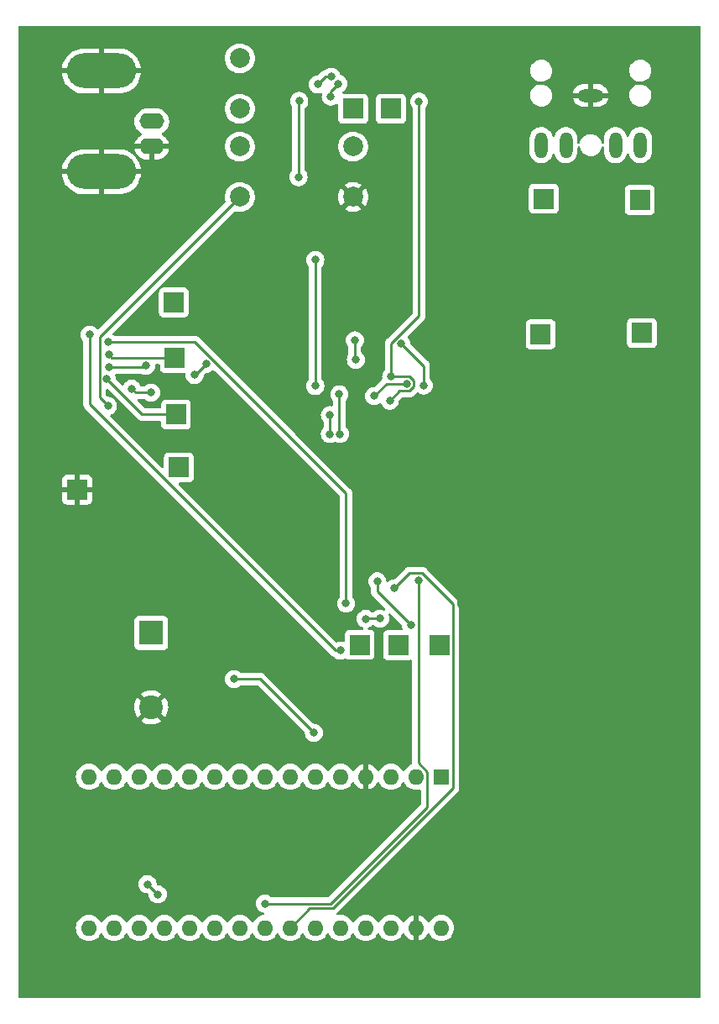
<source format=gbr>
%TF.GenerationSoftware,KiCad,Pcbnew,(6.0.4)*%
%TF.CreationDate,2022-06-06T09:07:08-07:00*%
%TF.ProjectId,Complete Schematic V6,436f6d70-6c65-4746-9520-536368656d61,rev?*%
%TF.SameCoordinates,Original*%
%TF.FileFunction,Copper,L2,Bot*%
%TF.FilePolarity,Positive*%
%FSLAX46Y46*%
G04 Gerber Fmt 4.6, Leading zero omitted, Abs format (unit mm)*
G04 Created by KiCad (PCBNEW (6.0.4)) date 2022-06-06 09:07:08*
%MOMM*%
%LPD*%
G01*
G04 APERTURE LIST*
%TA.AperFunction,ComponentPad*%
%ADD10R,1.600000X1.600000*%
%TD*%
%TA.AperFunction,ComponentPad*%
%ADD11O,1.600000X1.600000*%
%TD*%
%TA.AperFunction,ComponentPad*%
%ADD12R,2.000000X2.000000*%
%TD*%
%TA.AperFunction,ComponentPad*%
%ADD13O,2.616000X1.308000*%
%TD*%
%TA.AperFunction,ComponentPad*%
%ADD14O,1.308000X2.616000*%
%TD*%
%TA.AperFunction,ComponentPad*%
%ADD15C,2.000000*%
%TD*%
%TA.AperFunction,ComponentPad*%
%ADD16R,2.400000X2.400000*%
%TD*%
%TA.AperFunction,ComponentPad*%
%ADD17C,2.400000*%
%TD*%
%TA.AperFunction,ComponentPad*%
%ADD18O,2.500000X1.600000*%
%TD*%
%TA.AperFunction,ComponentPad*%
%ADD19O,7.000000X3.500000*%
%TD*%
%TA.AperFunction,ViaPad*%
%ADD20C,0.800000*%
%TD*%
%TA.AperFunction,Conductor*%
%ADD21C,0.250000*%
%TD*%
G04 APERTURE END LIST*
D10*
%TO.P,A1,1,D1/TX*%
%TO.N,unconnected-(A1-Pad1)*%
X119380000Y-127010000D03*
D11*
%TO.P,A1,2,D0/RX*%
%TO.N,unconnected-(A1-Pad2)*%
X116840000Y-127010000D03*
%TO.P,A1,3,~{RESET}*%
%TO.N,unconnected-(A1-Pad3)*%
X114300000Y-127010000D03*
%TO.P,A1,4,GND*%
%TO.N,GND*%
X111760000Y-127010000D03*
%TO.P,A1,5,D2*%
%TO.N,unconnected-(A1-Pad5)*%
X109220000Y-127010000D03*
%TO.P,A1,6,D3*%
%TO.N,unconnected-(A1-Pad6)*%
X106680000Y-127010000D03*
%TO.P,A1,7,D4*%
%TO.N,unconnected-(A1-Pad7)*%
X104140000Y-127010000D03*
%TO.P,A1,8,D5*%
%TO.N,unconnected-(A1-Pad8)*%
X101600000Y-127010000D03*
%TO.P,A1,9,D6*%
%TO.N,unconnected-(A1-Pad9)*%
X99060000Y-127010000D03*
%TO.P,A1,10,D7*%
%TO.N,unconnected-(A1-Pad10)*%
X96520000Y-127010000D03*
%TO.P,A1,11,D8*%
%TO.N,unconnected-(A1-Pad11)*%
X93980000Y-127010000D03*
%TO.P,A1,12,D9*%
%TO.N,unconnected-(A1-Pad12)*%
X91440000Y-127010000D03*
%TO.P,A1,13,D10*%
%TO.N,unconnected-(A1-Pad13)*%
X88900000Y-127010000D03*
%TO.P,A1,14,D11*%
%TO.N,unconnected-(A1-Pad14)*%
X86360000Y-127010000D03*
%TO.P,A1,15,D12*%
%TO.N,unconnected-(A1-Pad15)*%
X83820000Y-127010000D03*
%TO.P,A1,16,D13*%
%TO.N,unconnected-(A1-Pad16)*%
X83820000Y-142250000D03*
%TO.P,A1,17,3V3*%
%TO.N,+3V3*%
X86360000Y-142250000D03*
%TO.P,A1,18,AREF*%
%TO.N,unconnected-(A1-Pad18)*%
X88900000Y-142250000D03*
%TO.P,A1,19,A0*%
%TO.N,unconnected-(A1-Pad19)*%
X91440000Y-142250000D03*
%TO.P,A1,20,A1*%
%TO.N,unconnected-(A1-Pad20)*%
X93980000Y-142250000D03*
%TO.P,A1,21,A2*%
%TO.N,unconnected-(A1-Pad21)*%
X96520000Y-142250000D03*
%TO.P,A1,22,A3*%
%TO.N,unconnected-(A1-Pad22)*%
X99060000Y-142250000D03*
%TO.P,A1,23,A4*%
%TO.N,/SDA*%
X101600000Y-142250000D03*
%TO.P,A1,24,A5*%
%TO.N,/SCL*%
X104140000Y-142250000D03*
%TO.P,A1,25,A6*%
%TO.N,unconnected-(A1-Pad25)*%
X106680000Y-142250000D03*
%TO.P,A1,26,A7*%
%TO.N,unconnected-(A1-Pad26)*%
X109220000Y-142250000D03*
%TO.P,A1,27,+5V*%
%TO.N,+5V*%
X111760000Y-142250000D03*
%TO.P,A1,28,~{RESET}*%
%TO.N,unconnected-(A1-Pad28)*%
X114300000Y-142250000D03*
%TO.P,A1,29,GND*%
%TO.N,GND*%
X116840000Y-142250000D03*
%TO.P,A1,30,VIN*%
%TO.N,unconnected-(A1-Pad30)*%
X119380000Y-142250000D03*
%TD*%
D12*
%TO.P,TP3,1,1*%
%TO.N,Net-(C9-Pad1)*%
X92913200Y-95834200D03*
%TD*%
D13*
%TO.P,J2,1*%
%TO.N,GND*%
X134467600Y-58343800D03*
D14*
%TO.P,J2,2*%
%TO.N,Net-(J2-Pad2)*%
X129467600Y-63343800D03*
%TO.P,J2,3*%
%TO.N,Net-(J2-Pad3)*%
X139467600Y-63343800D03*
%TO.P,J2,10*%
%TO.N,unconnected-(J2-Pad10)*%
X131967600Y-63343800D03*
%TO.P,J2,11*%
%TO.N,unconnected-(J2-Pad11)*%
X136967600Y-63343800D03*
%TD*%
D15*
%TO.P,L1,1,1*%
%TO.N,Net-(C1-Pad1)*%
X99060000Y-54610000D03*
%TO.P,L1,2,2*%
%TO.N,Net-(C2-Pad1)*%
X99060000Y-59690000D03*
%TD*%
D12*
%TO.P,TP1,1,1*%
%TO.N,Net-(C1-Pad2)*%
X110490000Y-59690000D03*
%TD*%
%TO.P,TP15,1,1*%
%TO.N,Net-(TP15-Pad1)*%
X111150400Y-113715800D03*
%TD*%
%TO.P,TP11,1,1*%
%TO.N,Net-(C26-Pad1)*%
X139420600Y-68859400D03*
%TD*%
%TO.P,TP4,1,1*%
%TO.N,Net-(C10-Pad2)*%
X92506800Y-84785200D03*
%TD*%
%TO.P,TP12,1,1*%
%TO.N,Net-(C27-Pad1)*%
X129743200Y-68757800D03*
%TD*%
%TO.P,TP8,1,1*%
%TO.N,Net-(C17-Pad1)*%
X129413000Y-82423000D03*
%TD*%
%TO.P,TP16,1,1*%
%TO.N,GND*%
X82651600Y-98069400D03*
%TD*%
D16*
%TO.P,C13,1*%
%TO.N,Filtered 5V*%
X90119200Y-112522000D03*
D17*
%TO.P,C13,2*%
%TO.N,GND*%
X90119200Y-120022000D03*
%TD*%
D12*
%TO.P,TP13,1,1*%
%TO.N,Net-(TP13-Pad1)*%
X119227600Y-113792000D03*
%TD*%
D18*
%TO.P,J1,1,In*%
%TO.N,Net-(C1-Pad2)*%
X90170000Y-60960000D03*
D19*
%TO.P,J1,2,Ext*%
%TO.N,GND*%
X85090000Y-66040000D03*
D18*
X90170000Y-63500000D03*
D19*
X85090000Y-55880000D03*
%TD*%
D12*
%TO.P,TP14,1,1*%
%TO.N,Net-(TP14-Pad1)*%
X115036600Y-113766600D03*
%TD*%
%TO.P,TP7,1,1*%
%TO.N,Net-(C16-Pad1)*%
X139649200Y-82296000D03*
%TD*%
%TO.P,TP6,1,1*%
%TO.N,Net-(C12-Pad2)*%
X92405200Y-79197200D03*
%TD*%
%TO.P,TP2,1,1*%
%TO.N,Net-(L3-Pad2)*%
X114300000Y-59690000D03*
%TD*%
D15*
%TO.P,L2,1,1*%
%TO.N,Net-(C2-Pad1)*%
X110490000Y-63500000D03*
%TO.P,L2,2,2*%
%TO.N,GND*%
X110490000Y-68580000D03*
%TD*%
D12*
%TO.P,TP5,1,1*%
%TO.N,Net-(C11-Pad1)*%
X92608400Y-90500200D03*
%TD*%
D15*
%TO.P,L3,1,1*%
%TO.N,Net-(C4-Pad2)*%
X99060000Y-63500000D03*
%TO.P,L3,2,2*%
%TO.N,Net-(L3-Pad2)*%
X99060000Y-68580000D03*
%TD*%
D20*
%TO.N,Net-(C10-Pad2)*%
X85826600Y-84480400D03*
%TO.N,Net-(C9-Pad1)*%
X88140020Y-87894500D03*
X90093800Y-88290400D03*
%TO.N,Net-(L3-Pad2)*%
X85750400Y-89636600D03*
%TO.N,Net-(TP13-Pad1)*%
X112932238Y-107309700D03*
X116339801Y-111760000D03*
%TO.N,GND*%
X121920000Y-110490000D03*
X121097032Y-108479689D03*
%TO.N,Net-(TP15-Pad1)*%
X109220000Y-114300000D03*
X83902251Y-82445021D03*
%TO.N,Net-(TP14-Pad1)*%
X85750400Y-83210400D03*
X109778800Y-109550200D03*
X113214011Y-111074200D03*
X111765011Y-111099600D03*
%TO.N,Net-(C17-Pad1)*%
X108153200Y-90563100D03*
X108153200Y-92469300D03*
%TO.N,Net-(C16-Pad1)*%
X117613200Y-87579200D03*
X115357865Y-83353865D03*
%TO.N,Net-(C12-Pad2)*%
X89589020Y-85598000D03*
X85826600Y-85750400D03*
%TO.N,Net-(C11-Pad1)*%
X85648800Y-86944200D03*
X95681800Y-85394800D03*
X94488000Y-86512400D03*
%TO.N,Net-(C17-Pad2)*%
X110769400Y-84988400D03*
X110667800Y-83019300D03*
X109152703Y-92469300D03*
X109098265Y-88473465D03*
%TO.N,Net-(C16-Pad2)*%
X115899863Y-87401063D03*
X106680000Y-74930000D03*
X112614665Y-88637065D03*
X106680000Y-87630000D03*
%TO.N,+5V*%
X89738901Y-137846501D03*
X90776199Y-138858399D03*
%TO.N,Filtered 5V*%
X117144800Y-58965500D03*
X114325400Y-86676563D03*
X98475800Y-117170200D03*
X114198063Y-89102863D03*
X106527600Y-122580400D03*
%TO.N,/SDA*%
X117064301Y-107209101D03*
X101600000Y-139801600D03*
%TO.N,/SCL*%
X114663301Y-108012377D03*
%TO.N,Net-(C2-Pad1)*%
X108284499Y-56459901D03*
X104978200Y-66573400D03*
X105054400Y-58902600D03*
X106934000Y-57226200D03*
%TO.N,Net-(C4-Pad2)*%
X108237800Y-58462400D03*
X108991254Y-57166656D03*
%TD*%
D21*
%TO.N,Net-(C10-Pad2)*%
X86131400Y-84785200D02*
X92506800Y-84785200D01*
X85826600Y-84480400D02*
X86131400Y-84785200D01*
%TO.N,Net-(C9-Pad1)*%
X88535920Y-88290400D02*
X88140020Y-87894500D01*
X90093800Y-88290400D02*
X88535920Y-88290400D01*
%TO.N,Net-(L3-Pad2)*%
X85750400Y-89636600D02*
X84924289Y-88810489D01*
X84924289Y-82715711D02*
X99060000Y-68580000D01*
X84924289Y-88810489D02*
X84924289Y-82715711D01*
%TO.N,Net-(TP13-Pad1)*%
X112932238Y-107309700D02*
X112932238Y-108352437D01*
X112932238Y-108352437D02*
X116339801Y-111760000D01*
%TO.N,GND*%
X121097032Y-108479689D02*
X121097032Y-109667032D01*
X121097032Y-109667032D02*
X121920000Y-110490000D01*
%TO.N,Net-(TP15-Pad1)*%
X108729978Y-114300000D02*
X109220000Y-114300000D01*
X83902251Y-89472273D02*
X108729978Y-114300000D01*
X83902251Y-82445021D02*
X83902251Y-89472273D01*
%TO.N,Net-(TP14-Pad1)*%
X113214011Y-111074200D02*
X111790411Y-111074200D01*
X109778800Y-109550200D02*
X109778800Y-98467186D01*
X111790411Y-111074200D02*
X111765011Y-111099600D01*
X94522014Y-83210400D02*
X85750400Y-83210400D01*
X109778800Y-98467186D02*
X94522014Y-83210400D01*
%TO.N,Net-(C17-Pad1)*%
X108153200Y-92469300D02*
X108153200Y-90563100D01*
%TO.N,Net-(C16-Pad1)*%
X117613200Y-85609200D02*
X117613200Y-87579200D01*
X115357865Y-83353865D02*
X117613200Y-85609200D01*
%TO.N,Net-(C12-Pad2)*%
X89436620Y-85750400D02*
X89589020Y-85598000D01*
X85826600Y-85750400D02*
X89436620Y-85750400D01*
%TO.N,Net-(C11-Pad1)*%
X94488000Y-86512400D02*
X94564200Y-86512400D01*
X89204800Y-90500200D02*
X92608400Y-90500200D01*
X94564200Y-86512400D02*
X95681800Y-85394800D01*
X85648800Y-86944200D02*
X89204800Y-90500200D01*
%TO.N,Net-(C17-Pad2)*%
X109093000Y-92409597D02*
X109093000Y-89128600D01*
X109098265Y-89123335D02*
X109098265Y-88473465D01*
X110667800Y-83019300D02*
X110667800Y-84886800D01*
X109093000Y-89128600D02*
X109098265Y-89123335D01*
X110667800Y-84886800D02*
X110769400Y-84988400D01*
X109152703Y-92469300D02*
X109093000Y-92409597D01*
%TO.N,Net-(C16-Pad2)*%
X113850667Y-87401063D02*
X115899863Y-87401063D01*
X112614665Y-88637065D02*
X113850667Y-87401063D01*
X106680000Y-74930000D02*
X106680000Y-87630000D01*
%TO.N,+5V*%
X89764301Y-137846501D02*
X90776199Y-138858399D01*
X89738901Y-137846501D02*
X89764301Y-137846501D01*
%TO.N,Filtered 5V*%
X114198063Y-89102863D02*
X115175352Y-88125574D01*
X116199977Y-86676563D02*
X114325400Y-86676563D01*
X98475800Y-117170200D02*
X101117400Y-117170200D01*
X116199966Y-88125574D02*
X116624374Y-87701166D01*
X101117400Y-117170200D02*
X106527600Y-122580400D01*
X116624374Y-87701166D02*
X116624374Y-87100960D01*
X116624374Y-87100960D02*
X116199977Y-86676563D01*
X117144800Y-80542316D02*
X114325400Y-83361716D01*
X117144800Y-58965500D02*
X117144800Y-80542316D01*
X114325400Y-83361716D02*
X114325400Y-86676563D01*
X115175352Y-88125574D02*
X116199966Y-88125574D01*
%TO.N,/SDA*%
X117964511Y-130091889D02*
X108254800Y-139801600D01*
X108254800Y-139801600D02*
X101600000Y-139801600D01*
X117064301Y-107209101D02*
X117064301Y-125644001D01*
X117064301Y-125644001D02*
X117964511Y-126544211D01*
X117964511Y-126544211D02*
X117964511Y-130091889D01*
%TO.N,/SCL*%
X104140000Y-142250000D02*
X106138880Y-140251120D01*
X116191088Y-106484590D02*
X114663301Y-108012377D01*
X117431990Y-106484590D02*
X116191088Y-106484590D01*
X106138880Y-140251120D02*
X108440998Y-140251120D01*
X120573800Y-109626400D02*
X117431990Y-106484590D01*
X108440998Y-140251120D02*
X120573800Y-128118318D01*
X120573800Y-128118318D02*
X120573800Y-109626400D01*
%TO.N,Net-(C2-Pad1)*%
X104978200Y-58978800D02*
X105054400Y-58902600D01*
X108284499Y-56459901D02*
X107700299Y-56459901D01*
X107700299Y-56459901D02*
X106934000Y-57226200D01*
X104978200Y-66573400D02*
X104978200Y-58978800D01*
%TO.N,Net-(C4-Pad2)*%
X108237800Y-58462400D02*
X108237800Y-57920110D01*
X108237800Y-57920110D02*
X108991254Y-57166656D01*
%TD*%
%TA.AperFunction,Conductor*%
%TO.N,GND*%
G36*
X145483621Y-51328502D02*
G01*
X145530114Y-51382158D01*
X145541500Y-51434500D01*
X145541500Y-149225500D01*
X145521498Y-149293621D01*
X145467842Y-149340114D01*
X145415500Y-149351500D01*
X76834500Y-149351500D01*
X76766379Y-149331498D01*
X76719886Y-149277842D01*
X76708500Y-149225500D01*
X76708500Y-142250000D01*
X82506502Y-142250000D01*
X82526457Y-142478087D01*
X82585716Y-142699243D01*
X82588039Y-142704224D01*
X82588039Y-142704225D01*
X82680151Y-142901762D01*
X82680154Y-142901767D01*
X82682477Y-142906749D01*
X82813802Y-143094300D01*
X82975700Y-143256198D01*
X82980208Y-143259355D01*
X82980211Y-143259357D01*
X83058389Y-143314098D01*
X83163251Y-143387523D01*
X83168233Y-143389846D01*
X83168238Y-143389849D01*
X83364765Y-143481490D01*
X83370757Y-143484284D01*
X83376065Y-143485706D01*
X83376067Y-143485707D01*
X83586598Y-143542119D01*
X83586600Y-143542119D01*
X83591913Y-143543543D01*
X83820000Y-143563498D01*
X84048087Y-143543543D01*
X84053400Y-143542119D01*
X84053402Y-143542119D01*
X84263933Y-143485707D01*
X84263935Y-143485706D01*
X84269243Y-143484284D01*
X84275235Y-143481490D01*
X84471762Y-143389849D01*
X84471767Y-143389846D01*
X84476749Y-143387523D01*
X84581611Y-143314098D01*
X84659789Y-143259357D01*
X84659792Y-143259355D01*
X84664300Y-143256198D01*
X84826198Y-143094300D01*
X84957523Y-142906749D01*
X84959846Y-142901767D01*
X84959849Y-142901762D01*
X84975805Y-142867543D01*
X85022722Y-142814258D01*
X85090999Y-142794797D01*
X85158959Y-142815339D01*
X85204195Y-142867543D01*
X85220151Y-142901762D01*
X85220154Y-142901767D01*
X85222477Y-142906749D01*
X85353802Y-143094300D01*
X85515700Y-143256198D01*
X85520208Y-143259355D01*
X85520211Y-143259357D01*
X85598389Y-143314098D01*
X85703251Y-143387523D01*
X85708233Y-143389846D01*
X85708238Y-143389849D01*
X85904765Y-143481490D01*
X85910757Y-143484284D01*
X85916065Y-143485706D01*
X85916067Y-143485707D01*
X86126598Y-143542119D01*
X86126600Y-143542119D01*
X86131913Y-143543543D01*
X86360000Y-143563498D01*
X86588087Y-143543543D01*
X86593400Y-143542119D01*
X86593402Y-143542119D01*
X86803933Y-143485707D01*
X86803935Y-143485706D01*
X86809243Y-143484284D01*
X86815235Y-143481490D01*
X87011762Y-143389849D01*
X87011767Y-143389846D01*
X87016749Y-143387523D01*
X87121611Y-143314098D01*
X87199789Y-143259357D01*
X87199792Y-143259355D01*
X87204300Y-143256198D01*
X87366198Y-143094300D01*
X87497523Y-142906749D01*
X87499846Y-142901767D01*
X87499849Y-142901762D01*
X87515805Y-142867543D01*
X87562722Y-142814258D01*
X87630999Y-142794797D01*
X87698959Y-142815339D01*
X87744195Y-142867543D01*
X87760151Y-142901762D01*
X87760154Y-142901767D01*
X87762477Y-142906749D01*
X87893802Y-143094300D01*
X88055700Y-143256198D01*
X88060208Y-143259355D01*
X88060211Y-143259357D01*
X88138389Y-143314098D01*
X88243251Y-143387523D01*
X88248233Y-143389846D01*
X88248238Y-143389849D01*
X88444765Y-143481490D01*
X88450757Y-143484284D01*
X88456065Y-143485706D01*
X88456067Y-143485707D01*
X88666598Y-143542119D01*
X88666600Y-143542119D01*
X88671913Y-143543543D01*
X88900000Y-143563498D01*
X89128087Y-143543543D01*
X89133400Y-143542119D01*
X89133402Y-143542119D01*
X89343933Y-143485707D01*
X89343935Y-143485706D01*
X89349243Y-143484284D01*
X89355235Y-143481490D01*
X89551762Y-143389849D01*
X89551767Y-143389846D01*
X89556749Y-143387523D01*
X89661611Y-143314098D01*
X89739789Y-143259357D01*
X89739792Y-143259355D01*
X89744300Y-143256198D01*
X89906198Y-143094300D01*
X90037523Y-142906749D01*
X90039846Y-142901767D01*
X90039849Y-142901762D01*
X90055805Y-142867543D01*
X90102722Y-142814258D01*
X90170999Y-142794797D01*
X90238959Y-142815339D01*
X90284195Y-142867543D01*
X90300151Y-142901762D01*
X90300154Y-142901767D01*
X90302477Y-142906749D01*
X90433802Y-143094300D01*
X90595700Y-143256198D01*
X90600208Y-143259355D01*
X90600211Y-143259357D01*
X90678389Y-143314098D01*
X90783251Y-143387523D01*
X90788233Y-143389846D01*
X90788238Y-143389849D01*
X90984765Y-143481490D01*
X90990757Y-143484284D01*
X90996065Y-143485706D01*
X90996067Y-143485707D01*
X91206598Y-143542119D01*
X91206600Y-143542119D01*
X91211913Y-143543543D01*
X91440000Y-143563498D01*
X91668087Y-143543543D01*
X91673400Y-143542119D01*
X91673402Y-143542119D01*
X91883933Y-143485707D01*
X91883935Y-143485706D01*
X91889243Y-143484284D01*
X91895235Y-143481490D01*
X92091762Y-143389849D01*
X92091767Y-143389846D01*
X92096749Y-143387523D01*
X92201611Y-143314098D01*
X92279789Y-143259357D01*
X92279792Y-143259355D01*
X92284300Y-143256198D01*
X92446198Y-143094300D01*
X92577523Y-142906749D01*
X92579846Y-142901767D01*
X92579849Y-142901762D01*
X92595805Y-142867543D01*
X92642722Y-142814258D01*
X92710999Y-142794797D01*
X92778959Y-142815339D01*
X92824195Y-142867543D01*
X92840151Y-142901762D01*
X92840154Y-142901767D01*
X92842477Y-142906749D01*
X92973802Y-143094300D01*
X93135700Y-143256198D01*
X93140208Y-143259355D01*
X93140211Y-143259357D01*
X93218389Y-143314098D01*
X93323251Y-143387523D01*
X93328233Y-143389846D01*
X93328238Y-143389849D01*
X93524765Y-143481490D01*
X93530757Y-143484284D01*
X93536065Y-143485706D01*
X93536067Y-143485707D01*
X93746598Y-143542119D01*
X93746600Y-143542119D01*
X93751913Y-143543543D01*
X93980000Y-143563498D01*
X94208087Y-143543543D01*
X94213400Y-143542119D01*
X94213402Y-143542119D01*
X94423933Y-143485707D01*
X94423935Y-143485706D01*
X94429243Y-143484284D01*
X94435235Y-143481490D01*
X94631762Y-143389849D01*
X94631767Y-143389846D01*
X94636749Y-143387523D01*
X94741611Y-143314098D01*
X94819789Y-143259357D01*
X94819792Y-143259355D01*
X94824300Y-143256198D01*
X94986198Y-143094300D01*
X95117523Y-142906749D01*
X95119846Y-142901767D01*
X95119849Y-142901762D01*
X95135805Y-142867543D01*
X95182722Y-142814258D01*
X95250999Y-142794797D01*
X95318959Y-142815339D01*
X95364195Y-142867543D01*
X95380151Y-142901762D01*
X95380154Y-142901767D01*
X95382477Y-142906749D01*
X95513802Y-143094300D01*
X95675700Y-143256198D01*
X95680208Y-143259355D01*
X95680211Y-143259357D01*
X95758389Y-143314098D01*
X95863251Y-143387523D01*
X95868233Y-143389846D01*
X95868238Y-143389849D01*
X96064765Y-143481490D01*
X96070757Y-143484284D01*
X96076065Y-143485706D01*
X96076067Y-143485707D01*
X96286598Y-143542119D01*
X96286600Y-143542119D01*
X96291913Y-143543543D01*
X96520000Y-143563498D01*
X96748087Y-143543543D01*
X96753400Y-143542119D01*
X96753402Y-143542119D01*
X96963933Y-143485707D01*
X96963935Y-143485706D01*
X96969243Y-143484284D01*
X96975235Y-143481490D01*
X97171762Y-143389849D01*
X97171767Y-143389846D01*
X97176749Y-143387523D01*
X97281611Y-143314098D01*
X97359789Y-143259357D01*
X97359792Y-143259355D01*
X97364300Y-143256198D01*
X97526198Y-143094300D01*
X97657523Y-142906749D01*
X97659846Y-142901767D01*
X97659849Y-142901762D01*
X97675805Y-142867543D01*
X97722722Y-142814258D01*
X97790999Y-142794797D01*
X97858959Y-142815339D01*
X97904195Y-142867543D01*
X97920151Y-142901762D01*
X97920154Y-142901767D01*
X97922477Y-142906749D01*
X98053802Y-143094300D01*
X98215700Y-143256198D01*
X98220208Y-143259355D01*
X98220211Y-143259357D01*
X98298389Y-143314098D01*
X98403251Y-143387523D01*
X98408233Y-143389846D01*
X98408238Y-143389849D01*
X98604765Y-143481490D01*
X98610757Y-143484284D01*
X98616065Y-143485706D01*
X98616067Y-143485707D01*
X98826598Y-143542119D01*
X98826600Y-143542119D01*
X98831913Y-143543543D01*
X99060000Y-143563498D01*
X99288087Y-143543543D01*
X99293400Y-143542119D01*
X99293402Y-143542119D01*
X99503933Y-143485707D01*
X99503935Y-143485706D01*
X99509243Y-143484284D01*
X99515235Y-143481490D01*
X99711762Y-143389849D01*
X99711767Y-143389846D01*
X99716749Y-143387523D01*
X99821611Y-143314098D01*
X99899789Y-143259357D01*
X99899792Y-143259355D01*
X99904300Y-143256198D01*
X100066198Y-143094300D01*
X100197523Y-142906749D01*
X100199846Y-142901767D01*
X100199849Y-142901762D01*
X100215805Y-142867543D01*
X100262722Y-142814258D01*
X100330999Y-142794797D01*
X100398959Y-142815339D01*
X100444195Y-142867543D01*
X100460151Y-142901762D01*
X100460154Y-142901767D01*
X100462477Y-142906749D01*
X100593802Y-143094300D01*
X100755700Y-143256198D01*
X100760208Y-143259355D01*
X100760211Y-143259357D01*
X100838389Y-143314098D01*
X100943251Y-143387523D01*
X100948233Y-143389846D01*
X100948238Y-143389849D01*
X101144765Y-143481490D01*
X101150757Y-143484284D01*
X101156065Y-143485706D01*
X101156067Y-143485707D01*
X101366598Y-143542119D01*
X101366600Y-143542119D01*
X101371913Y-143543543D01*
X101600000Y-143563498D01*
X101828087Y-143543543D01*
X101833400Y-143542119D01*
X101833402Y-143542119D01*
X102043933Y-143485707D01*
X102043935Y-143485706D01*
X102049243Y-143484284D01*
X102055235Y-143481490D01*
X102251762Y-143389849D01*
X102251767Y-143389846D01*
X102256749Y-143387523D01*
X102361611Y-143314098D01*
X102439789Y-143259357D01*
X102439792Y-143259355D01*
X102444300Y-143256198D01*
X102606198Y-143094300D01*
X102737523Y-142906749D01*
X102739846Y-142901767D01*
X102739849Y-142901762D01*
X102755805Y-142867543D01*
X102802722Y-142814258D01*
X102870999Y-142794797D01*
X102938959Y-142815339D01*
X102984195Y-142867543D01*
X103000151Y-142901762D01*
X103000154Y-142901767D01*
X103002477Y-142906749D01*
X103133802Y-143094300D01*
X103295700Y-143256198D01*
X103300208Y-143259355D01*
X103300211Y-143259357D01*
X103378389Y-143314098D01*
X103483251Y-143387523D01*
X103488233Y-143389846D01*
X103488238Y-143389849D01*
X103684765Y-143481490D01*
X103690757Y-143484284D01*
X103696065Y-143485706D01*
X103696067Y-143485707D01*
X103906598Y-143542119D01*
X103906600Y-143542119D01*
X103911913Y-143543543D01*
X104140000Y-143563498D01*
X104368087Y-143543543D01*
X104373400Y-143542119D01*
X104373402Y-143542119D01*
X104583933Y-143485707D01*
X104583935Y-143485706D01*
X104589243Y-143484284D01*
X104595235Y-143481490D01*
X104791762Y-143389849D01*
X104791767Y-143389846D01*
X104796749Y-143387523D01*
X104901611Y-143314098D01*
X104979789Y-143259357D01*
X104979792Y-143259355D01*
X104984300Y-143256198D01*
X105146198Y-143094300D01*
X105277523Y-142906749D01*
X105279846Y-142901767D01*
X105279849Y-142901762D01*
X105295805Y-142867543D01*
X105342722Y-142814258D01*
X105410999Y-142794797D01*
X105478959Y-142815339D01*
X105524195Y-142867543D01*
X105540151Y-142901762D01*
X105540154Y-142901767D01*
X105542477Y-142906749D01*
X105673802Y-143094300D01*
X105835700Y-143256198D01*
X105840208Y-143259355D01*
X105840211Y-143259357D01*
X105918389Y-143314098D01*
X106023251Y-143387523D01*
X106028233Y-143389846D01*
X106028238Y-143389849D01*
X106224765Y-143481490D01*
X106230757Y-143484284D01*
X106236065Y-143485706D01*
X106236067Y-143485707D01*
X106446598Y-143542119D01*
X106446600Y-143542119D01*
X106451913Y-143543543D01*
X106680000Y-143563498D01*
X106908087Y-143543543D01*
X106913400Y-143542119D01*
X106913402Y-143542119D01*
X107123933Y-143485707D01*
X107123935Y-143485706D01*
X107129243Y-143484284D01*
X107135235Y-143481490D01*
X107331762Y-143389849D01*
X107331767Y-143389846D01*
X107336749Y-143387523D01*
X107441611Y-143314098D01*
X107519789Y-143259357D01*
X107519792Y-143259355D01*
X107524300Y-143256198D01*
X107686198Y-143094300D01*
X107817523Y-142906749D01*
X107819846Y-142901767D01*
X107819849Y-142901762D01*
X107835805Y-142867543D01*
X107882722Y-142814258D01*
X107950999Y-142794797D01*
X108018959Y-142815339D01*
X108064195Y-142867543D01*
X108080151Y-142901762D01*
X108080154Y-142901767D01*
X108082477Y-142906749D01*
X108213802Y-143094300D01*
X108375700Y-143256198D01*
X108380208Y-143259355D01*
X108380211Y-143259357D01*
X108458389Y-143314098D01*
X108563251Y-143387523D01*
X108568233Y-143389846D01*
X108568238Y-143389849D01*
X108764765Y-143481490D01*
X108770757Y-143484284D01*
X108776065Y-143485706D01*
X108776067Y-143485707D01*
X108986598Y-143542119D01*
X108986600Y-143542119D01*
X108991913Y-143543543D01*
X109220000Y-143563498D01*
X109448087Y-143543543D01*
X109453400Y-143542119D01*
X109453402Y-143542119D01*
X109663933Y-143485707D01*
X109663935Y-143485706D01*
X109669243Y-143484284D01*
X109675235Y-143481490D01*
X109871762Y-143389849D01*
X109871767Y-143389846D01*
X109876749Y-143387523D01*
X109981611Y-143314098D01*
X110059789Y-143259357D01*
X110059792Y-143259355D01*
X110064300Y-143256198D01*
X110226198Y-143094300D01*
X110357523Y-142906749D01*
X110359846Y-142901767D01*
X110359849Y-142901762D01*
X110375805Y-142867543D01*
X110422722Y-142814258D01*
X110490999Y-142794797D01*
X110558959Y-142815339D01*
X110604195Y-142867543D01*
X110620151Y-142901762D01*
X110620154Y-142901767D01*
X110622477Y-142906749D01*
X110753802Y-143094300D01*
X110915700Y-143256198D01*
X110920208Y-143259355D01*
X110920211Y-143259357D01*
X110998389Y-143314098D01*
X111103251Y-143387523D01*
X111108233Y-143389846D01*
X111108238Y-143389849D01*
X111304765Y-143481490D01*
X111310757Y-143484284D01*
X111316065Y-143485706D01*
X111316067Y-143485707D01*
X111526598Y-143542119D01*
X111526600Y-143542119D01*
X111531913Y-143543543D01*
X111760000Y-143563498D01*
X111988087Y-143543543D01*
X111993400Y-143542119D01*
X111993402Y-143542119D01*
X112203933Y-143485707D01*
X112203935Y-143485706D01*
X112209243Y-143484284D01*
X112215235Y-143481490D01*
X112411762Y-143389849D01*
X112411767Y-143389846D01*
X112416749Y-143387523D01*
X112521611Y-143314098D01*
X112599789Y-143259357D01*
X112599792Y-143259355D01*
X112604300Y-143256198D01*
X112766198Y-143094300D01*
X112897523Y-142906749D01*
X112899846Y-142901767D01*
X112899849Y-142901762D01*
X112915805Y-142867543D01*
X112962722Y-142814258D01*
X113030999Y-142794797D01*
X113098959Y-142815339D01*
X113144195Y-142867543D01*
X113160151Y-142901762D01*
X113160154Y-142901767D01*
X113162477Y-142906749D01*
X113293802Y-143094300D01*
X113455700Y-143256198D01*
X113460208Y-143259355D01*
X113460211Y-143259357D01*
X113538389Y-143314098D01*
X113643251Y-143387523D01*
X113648233Y-143389846D01*
X113648238Y-143389849D01*
X113844765Y-143481490D01*
X113850757Y-143484284D01*
X113856065Y-143485706D01*
X113856067Y-143485707D01*
X114066598Y-143542119D01*
X114066600Y-143542119D01*
X114071913Y-143543543D01*
X114300000Y-143563498D01*
X114528087Y-143543543D01*
X114533400Y-143542119D01*
X114533402Y-143542119D01*
X114743933Y-143485707D01*
X114743935Y-143485706D01*
X114749243Y-143484284D01*
X114755235Y-143481490D01*
X114951762Y-143389849D01*
X114951767Y-143389846D01*
X114956749Y-143387523D01*
X115061611Y-143314098D01*
X115139789Y-143259357D01*
X115139792Y-143259355D01*
X115144300Y-143256198D01*
X115306198Y-143094300D01*
X115437523Y-142906749D01*
X115439846Y-142901767D01*
X115439849Y-142901762D01*
X115456081Y-142866951D01*
X115502998Y-142813666D01*
X115571275Y-142794205D01*
X115639235Y-142814747D01*
X115684471Y-142866951D01*
X115700586Y-142901511D01*
X115706069Y-142911007D01*
X115831028Y-143089467D01*
X115838084Y-143097875D01*
X115992125Y-143251916D01*
X116000533Y-143258972D01*
X116178993Y-143383931D01*
X116188489Y-143389414D01*
X116385947Y-143481490D01*
X116396239Y-143485236D01*
X116568503Y-143531394D01*
X116582599Y-143531058D01*
X116586000Y-143523116D01*
X116586000Y-143517967D01*
X117094000Y-143517967D01*
X117097973Y-143531498D01*
X117106522Y-143532727D01*
X117283761Y-143485236D01*
X117294053Y-143481490D01*
X117491511Y-143389414D01*
X117501007Y-143383931D01*
X117679467Y-143258972D01*
X117687875Y-143251916D01*
X117841916Y-143097875D01*
X117848972Y-143089467D01*
X117973931Y-142911007D01*
X117979414Y-142901511D01*
X117995529Y-142866951D01*
X118042446Y-142813666D01*
X118110723Y-142794205D01*
X118178683Y-142814747D01*
X118223919Y-142866951D01*
X118240151Y-142901762D01*
X118240154Y-142901767D01*
X118242477Y-142906749D01*
X118373802Y-143094300D01*
X118535700Y-143256198D01*
X118540208Y-143259355D01*
X118540211Y-143259357D01*
X118618389Y-143314098D01*
X118723251Y-143387523D01*
X118728233Y-143389846D01*
X118728238Y-143389849D01*
X118924765Y-143481490D01*
X118930757Y-143484284D01*
X118936065Y-143485706D01*
X118936067Y-143485707D01*
X119146598Y-143542119D01*
X119146600Y-143542119D01*
X119151913Y-143543543D01*
X119380000Y-143563498D01*
X119608087Y-143543543D01*
X119613400Y-143542119D01*
X119613402Y-143542119D01*
X119823933Y-143485707D01*
X119823935Y-143485706D01*
X119829243Y-143484284D01*
X119835235Y-143481490D01*
X120031762Y-143389849D01*
X120031767Y-143389846D01*
X120036749Y-143387523D01*
X120141611Y-143314098D01*
X120219789Y-143259357D01*
X120219792Y-143259355D01*
X120224300Y-143256198D01*
X120386198Y-143094300D01*
X120517523Y-142906749D01*
X120519846Y-142901767D01*
X120519849Y-142901762D01*
X120611961Y-142704225D01*
X120611961Y-142704224D01*
X120614284Y-142699243D01*
X120673543Y-142478087D01*
X120693498Y-142250000D01*
X120673543Y-142021913D01*
X120614284Y-141800757D01*
X120519966Y-141598489D01*
X120519849Y-141598238D01*
X120519846Y-141598233D01*
X120517523Y-141593251D01*
X120386198Y-141405700D01*
X120224300Y-141243802D01*
X120219792Y-141240645D01*
X120219789Y-141240643D01*
X120141611Y-141185902D01*
X120036749Y-141112477D01*
X120031767Y-141110154D01*
X120031762Y-141110151D01*
X119834225Y-141018039D01*
X119834224Y-141018039D01*
X119829243Y-141015716D01*
X119823935Y-141014294D01*
X119823933Y-141014293D01*
X119613402Y-140957881D01*
X119613400Y-140957881D01*
X119608087Y-140956457D01*
X119380000Y-140936502D01*
X119151913Y-140956457D01*
X119146600Y-140957881D01*
X119146598Y-140957881D01*
X118936067Y-141014293D01*
X118936065Y-141014294D01*
X118930757Y-141015716D01*
X118925776Y-141018039D01*
X118925775Y-141018039D01*
X118728238Y-141110151D01*
X118728233Y-141110154D01*
X118723251Y-141112477D01*
X118618389Y-141185902D01*
X118540211Y-141240643D01*
X118540208Y-141240645D01*
X118535700Y-141243802D01*
X118373802Y-141405700D01*
X118242477Y-141593251D01*
X118240154Y-141598233D01*
X118240151Y-141598238D01*
X118223919Y-141633049D01*
X118177002Y-141686334D01*
X118108725Y-141705795D01*
X118040765Y-141685253D01*
X117995529Y-141633049D01*
X117979414Y-141598489D01*
X117973931Y-141588993D01*
X117848972Y-141410533D01*
X117841916Y-141402125D01*
X117687875Y-141248084D01*
X117679467Y-141241028D01*
X117501007Y-141116069D01*
X117491511Y-141110586D01*
X117294053Y-141018510D01*
X117283761Y-141014764D01*
X117111497Y-140968606D01*
X117097401Y-140968942D01*
X117094000Y-140976884D01*
X117094000Y-143517967D01*
X116586000Y-143517967D01*
X116586000Y-140982033D01*
X116582027Y-140968502D01*
X116573478Y-140967273D01*
X116396239Y-141014764D01*
X116385947Y-141018510D01*
X116188489Y-141110586D01*
X116178993Y-141116069D01*
X116000533Y-141241028D01*
X115992125Y-141248084D01*
X115838084Y-141402125D01*
X115831028Y-141410533D01*
X115706069Y-141588993D01*
X115700586Y-141598489D01*
X115684471Y-141633049D01*
X115637554Y-141686334D01*
X115569277Y-141705795D01*
X115501317Y-141685253D01*
X115456081Y-141633049D01*
X115439849Y-141598238D01*
X115439846Y-141598233D01*
X115437523Y-141593251D01*
X115306198Y-141405700D01*
X115144300Y-141243802D01*
X115139792Y-141240645D01*
X115139789Y-141240643D01*
X115061611Y-141185902D01*
X114956749Y-141112477D01*
X114951767Y-141110154D01*
X114951762Y-141110151D01*
X114754225Y-141018039D01*
X114754224Y-141018039D01*
X114749243Y-141015716D01*
X114743935Y-141014294D01*
X114743933Y-141014293D01*
X114533402Y-140957881D01*
X114533400Y-140957881D01*
X114528087Y-140956457D01*
X114300000Y-140936502D01*
X114071913Y-140956457D01*
X114066600Y-140957881D01*
X114066598Y-140957881D01*
X113856067Y-141014293D01*
X113856065Y-141014294D01*
X113850757Y-141015716D01*
X113845776Y-141018039D01*
X113845775Y-141018039D01*
X113648238Y-141110151D01*
X113648233Y-141110154D01*
X113643251Y-141112477D01*
X113538389Y-141185902D01*
X113460211Y-141240643D01*
X113460208Y-141240645D01*
X113455700Y-141243802D01*
X113293802Y-141405700D01*
X113162477Y-141593251D01*
X113160154Y-141598233D01*
X113160151Y-141598238D01*
X113144195Y-141632457D01*
X113097278Y-141685742D01*
X113029001Y-141705203D01*
X112961041Y-141684661D01*
X112915805Y-141632457D01*
X112899849Y-141598238D01*
X112899846Y-141598233D01*
X112897523Y-141593251D01*
X112766198Y-141405700D01*
X112604300Y-141243802D01*
X112599792Y-141240645D01*
X112599789Y-141240643D01*
X112521611Y-141185902D01*
X112416749Y-141112477D01*
X112411767Y-141110154D01*
X112411762Y-141110151D01*
X112214225Y-141018039D01*
X112214224Y-141018039D01*
X112209243Y-141015716D01*
X112203935Y-141014294D01*
X112203933Y-141014293D01*
X111993402Y-140957881D01*
X111993400Y-140957881D01*
X111988087Y-140956457D01*
X111760000Y-140936502D01*
X111531913Y-140956457D01*
X111526600Y-140957881D01*
X111526598Y-140957881D01*
X111316067Y-141014293D01*
X111316065Y-141014294D01*
X111310757Y-141015716D01*
X111305776Y-141018039D01*
X111305775Y-141018039D01*
X111108238Y-141110151D01*
X111108233Y-141110154D01*
X111103251Y-141112477D01*
X110998389Y-141185902D01*
X110920211Y-141240643D01*
X110920208Y-141240645D01*
X110915700Y-141243802D01*
X110753802Y-141405700D01*
X110622477Y-141593251D01*
X110620154Y-141598233D01*
X110620151Y-141598238D01*
X110604195Y-141632457D01*
X110557278Y-141685742D01*
X110489001Y-141705203D01*
X110421041Y-141684661D01*
X110375805Y-141632457D01*
X110359849Y-141598238D01*
X110359846Y-141598233D01*
X110357523Y-141593251D01*
X110226198Y-141405700D01*
X110064300Y-141243802D01*
X110059792Y-141240645D01*
X110059789Y-141240643D01*
X109981611Y-141185902D01*
X109876749Y-141112477D01*
X109871767Y-141110154D01*
X109871762Y-141110151D01*
X109674225Y-141018039D01*
X109674224Y-141018039D01*
X109669243Y-141015716D01*
X109663935Y-141014294D01*
X109663933Y-141014293D01*
X109453402Y-140957881D01*
X109453400Y-140957881D01*
X109448087Y-140956457D01*
X109220000Y-140936502D01*
X108991913Y-140956457D01*
X108953802Y-140966669D01*
X108882826Y-140964979D01*
X108824030Y-140925185D01*
X108796082Y-140859921D01*
X108807855Y-140789908D01*
X108834164Y-140757466D01*
X108832360Y-140755662D01*
X108846681Y-140741341D01*
X108861715Y-140728500D01*
X108871692Y-140721251D01*
X108878105Y-140716592D01*
X108906296Y-140682515D01*
X108914286Y-140673736D01*
X120966047Y-128621975D01*
X120974337Y-128614431D01*
X120980818Y-128610318D01*
X121027459Y-128560650D01*
X121030213Y-128557809D01*
X121049934Y-128538088D01*
X121052412Y-128534893D01*
X121060118Y-128525871D01*
X121084958Y-128499419D01*
X121090386Y-128493639D01*
X121100146Y-128475886D01*
X121110999Y-128459363D01*
X121118553Y-128449624D01*
X121123413Y-128443359D01*
X121140976Y-128402775D01*
X121146183Y-128392145D01*
X121167495Y-128353378D01*
X121169466Y-128345701D01*
X121169468Y-128345696D01*
X121172532Y-128333760D01*
X121178938Y-128315048D01*
X121183833Y-128303737D01*
X121186981Y-128296463D01*
X121188221Y-128288635D01*
X121188223Y-128288628D01*
X121193899Y-128252794D01*
X121196305Y-128241174D01*
X121205328Y-128206029D01*
X121205328Y-128206028D01*
X121207300Y-128198348D01*
X121207300Y-128178094D01*
X121208851Y-128158383D01*
X121210780Y-128146204D01*
X121212020Y-128138375D01*
X121207859Y-128094356D01*
X121207300Y-128082499D01*
X121207300Y-109705167D01*
X121207827Y-109693984D01*
X121209502Y-109686491D01*
X121207362Y-109618414D01*
X121207300Y-109614455D01*
X121207300Y-109586544D01*
X121206795Y-109582544D01*
X121205862Y-109570701D01*
X121204722Y-109534429D01*
X121204473Y-109526510D01*
X121198822Y-109507058D01*
X121194814Y-109487706D01*
X121193267Y-109475463D01*
X121192274Y-109467603D01*
X121189356Y-109460232D01*
X121176000Y-109426497D01*
X121172155Y-109415270D01*
X121171521Y-109413087D01*
X121159818Y-109372807D01*
X121155784Y-109365985D01*
X121155781Y-109365979D01*
X121149506Y-109355368D01*
X121140810Y-109337618D01*
X121136272Y-109326156D01*
X121136269Y-109326151D01*
X121133352Y-109318783D01*
X121107373Y-109283025D01*
X121100857Y-109273107D01*
X121082375Y-109241857D01*
X121078342Y-109235037D01*
X121064018Y-109220713D01*
X121051176Y-109205678D01*
X121039272Y-109189293D01*
X121005206Y-109161111D01*
X120996427Y-109153122D01*
X117935642Y-106092337D01*
X117928102Y-106084051D01*
X117923990Y-106077572D01*
X117874338Y-106030946D01*
X117871497Y-106028192D01*
X117851760Y-106008455D01*
X117848563Y-106005975D01*
X117839541Y-105998270D01*
X117826112Y-105985659D01*
X117807311Y-105968004D01*
X117800365Y-105964185D01*
X117800362Y-105964183D01*
X117789556Y-105958242D01*
X117773037Y-105947391D01*
X117772573Y-105947031D01*
X117757031Y-105934976D01*
X117749762Y-105931831D01*
X117749758Y-105931828D01*
X117716453Y-105917416D01*
X117705803Y-105912199D01*
X117667050Y-105890895D01*
X117647427Y-105885857D01*
X117628724Y-105879453D01*
X117617410Y-105874557D01*
X117617409Y-105874557D01*
X117610135Y-105871409D01*
X117602312Y-105870170D01*
X117602302Y-105870167D01*
X117566466Y-105864491D01*
X117554846Y-105862085D01*
X117519701Y-105853062D01*
X117519700Y-105853062D01*
X117512020Y-105851090D01*
X117491766Y-105851090D01*
X117472055Y-105849539D01*
X117459876Y-105847610D01*
X117452047Y-105846370D01*
X117422776Y-105849137D01*
X117408029Y-105850531D01*
X117396171Y-105851090D01*
X116269855Y-105851090D01*
X116258672Y-105850563D01*
X116251179Y-105848888D01*
X116243253Y-105849137D01*
X116243252Y-105849137D01*
X116183102Y-105851028D01*
X116179143Y-105851090D01*
X116151232Y-105851090D01*
X116147298Y-105851587D01*
X116147297Y-105851587D01*
X116147232Y-105851595D01*
X116135395Y-105852528D01*
X116103578Y-105853528D01*
X116099117Y-105853668D01*
X116091198Y-105853917D01*
X116073542Y-105859046D01*
X116071746Y-105859568D01*
X116052394Y-105863576D01*
X116045323Y-105864470D01*
X116032291Y-105866116D01*
X116024922Y-105869033D01*
X116024920Y-105869034D01*
X115991185Y-105882390D01*
X115979957Y-105886235D01*
X115937495Y-105898572D01*
X115930672Y-105902607D01*
X115930670Y-105902608D01*
X115920060Y-105908883D01*
X115902312Y-105917578D01*
X115883471Y-105925038D01*
X115877055Y-105929700D01*
X115877054Y-105929700D01*
X115847701Y-105951026D01*
X115837781Y-105957542D01*
X115806553Y-105976010D01*
X115806550Y-105976012D01*
X115799726Y-105980048D01*
X115785405Y-105994369D01*
X115770372Y-106007209D01*
X115753981Y-106019118D01*
X115745305Y-106029606D01*
X115725790Y-106053195D01*
X115717800Y-106061974D01*
X114712801Y-107066972D01*
X114650489Y-107100998D01*
X114623706Y-107103877D01*
X114567814Y-107103877D01*
X114561362Y-107105249D01*
X114561357Y-107105249D01*
X114493034Y-107119772D01*
X114381013Y-107143583D01*
X114374983Y-107146268D01*
X114374982Y-107146268D01*
X114212579Y-107218574D01*
X114212577Y-107218575D01*
X114206549Y-107221259D01*
X114052048Y-107333511D01*
X114049027Y-107336867D01*
X113985719Y-107367248D01*
X113915265Y-107358485D01*
X113860734Y-107313022D01*
X113840105Y-107256066D01*
X113826470Y-107126334D01*
X113826469Y-107126331D01*
X113825780Y-107119772D01*
X113766765Y-106938144D01*
X113671278Y-106772756D01*
X113543491Y-106630834D01*
X113388990Y-106518582D01*
X113382962Y-106515898D01*
X113382960Y-106515897D01*
X113220557Y-106443591D01*
X113220556Y-106443591D01*
X113214526Y-106440906D01*
X113121125Y-106421053D01*
X113034182Y-106402572D01*
X113034177Y-106402572D01*
X113027725Y-106401200D01*
X112836751Y-106401200D01*
X112830299Y-106402572D01*
X112830294Y-106402572D01*
X112743351Y-106421053D01*
X112649950Y-106440906D01*
X112643920Y-106443591D01*
X112643919Y-106443591D01*
X112481516Y-106515897D01*
X112481514Y-106515898D01*
X112475486Y-106518582D01*
X112320985Y-106630834D01*
X112193198Y-106772756D01*
X112097711Y-106938144D01*
X112038696Y-107119772D01*
X112038006Y-107126333D01*
X112038006Y-107126335D01*
X112024371Y-107256066D01*
X112018734Y-107309700D01*
X112038696Y-107499628D01*
X112097711Y-107681256D01*
X112193198Y-107846644D01*
X112266375Y-107927915D01*
X112297091Y-107991921D01*
X112298738Y-108012224D01*
X112298738Y-108273670D01*
X112298211Y-108284853D01*
X112296536Y-108292346D01*
X112296785Y-108300272D01*
X112296785Y-108300273D01*
X112298676Y-108360423D01*
X112298738Y-108364382D01*
X112298738Y-108392293D01*
X112299235Y-108396227D01*
X112299235Y-108396228D01*
X112299243Y-108396293D01*
X112300176Y-108408130D01*
X112301565Y-108452326D01*
X112307216Y-108471776D01*
X112311225Y-108491137D01*
X112313764Y-108511234D01*
X112316683Y-108518605D01*
X112316683Y-108518607D01*
X112330042Y-108552349D01*
X112333887Y-108563579D01*
X112346220Y-108606030D01*
X112350253Y-108612849D01*
X112350255Y-108612854D01*
X112356531Y-108623465D01*
X112365226Y-108641213D01*
X112372686Y-108660054D01*
X112377348Y-108666470D01*
X112377348Y-108666471D01*
X112398674Y-108695824D01*
X112405190Y-108705744D01*
X112427696Y-108743799D01*
X112442017Y-108758120D01*
X112454857Y-108773153D01*
X112466766Y-108789544D01*
X112500843Y-108817735D01*
X112509622Y-108825725D01*
X113723990Y-110040093D01*
X113758016Y-110102405D01*
X113752951Y-110173220D01*
X113710404Y-110230056D01*
X113643884Y-110254867D01*
X113583647Y-110244295D01*
X113502334Y-110208092D01*
X113502326Y-110208089D01*
X113496299Y-110205406D01*
X113402899Y-110185553D01*
X113315955Y-110167072D01*
X113315950Y-110167072D01*
X113309498Y-110165700D01*
X113118524Y-110165700D01*
X113112072Y-110167072D01*
X113112067Y-110167072D01*
X113025123Y-110185553D01*
X112931723Y-110205406D01*
X112925693Y-110208091D01*
X112925692Y-110208091D01*
X112763289Y-110280397D01*
X112763287Y-110280398D01*
X112757259Y-110283082D01*
X112751918Y-110286962D01*
X112751917Y-110286963D01*
X112722299Y-110308482D01*
X112602758Y-110395334D01*
X112598343Y-110400237D01*
X112593431Y-110404660D01*
X112592306Y-110403411D01*
X112538997Y-110436251D01*
X112505811Y-110440700D01*
X112444685Y-110440700D01*
X112376564Y-110420698D01*
X112370624Y-110416636D01*
X112227105Y-110312363D01*
X112227104Y-110312362D01*
X112221763Y-110308482D01*
X112215735Y-110305798D01*
X112215733Y-110305797D01*
X112053330Y-110233491D01*
X112053329Y-110233491D01*
X112047299Y-110230806D01*
X111940434Y-110208091D01*
X111866955Y-110192472D01*
X111866950Y-110192472D01*
X111860498Y-110191100D01*
X111669524Y-110191100D01*
X111663072Y-110192472D01*
X111663067Y-110192472D01*
X111589588Y-110208091D01*
X111482723Y-110230806D01*
X111476693Y-110233491D01*
X111476692Y-110233491D01*
X111314289Y-110305797D01*
X111314287Y-110305798D01*
X111308259Y-110308482D01*
X111153758Y-110420734D01*
X111149337Y-110425644D01*
X111149336Y-110425645D01*
X111135781Y-110440700D01*
X111025971Y-110562656D01*
X111022670Y-110568374D01*
X110945596Y-110701870D01*
X110930484Y-110728044D01*
X110871469Y-110909672D01*
X110851507Y-111099600D01*
X110852197Y-111106165D01*
X110868110Y-111257565D01*
X110871469Y-111289528D01*
X110930484Y-111471156D01*
X111025971Y-111636544D01*
X111030389Y-111641451D01*
X111030390Y-111641452D01*
X111122763Y-111744043D01*
X111153758Y-111778466D01*
X111252854Y-111850464D01*
X111276995Y-111868003D01*
X111308259Y-111890718D01*
X111314287Y-111893402D01*
X111314289Y-111893403D01*
X111477779Y-111966193D01*
X111531875Y-112012173D01*
X111552524Y-112080100D01*
X111533172Y-112148408D01*
X111479961Y-112195410D01*
X111426530Y-112207300D01*
X110102266Y-112207300D01*
X110040084Y-112214055D01*
X109903695Y-112265185D01*
X109787139Y-112352539D01*
X109699785Y-112469095D01*
X109648655Y-112605484D01*
X109641900Y-112667666D01*
X109641900Y-113305284D01*
X109621898Y-113373405D01*
X109568242Y-113419898D01*
X109497968Y-113430002D01*
X109489703Y-113428531D01*
X109321944Y-113392872D01*
X109321939Y-113392872D01*
X109315487Y-113391500D01*
X109124513Y-113391500D01*
X109118061Y-113392872D01*
X109118056Y-113392872D01*
X109031113Y-113411353D01*
X108937712Y-113431206D01*
X108931685Y-113433889D01*
X108931677Y-113433892D01*
X108891842Y-113451628D01*
X108821475Y-113461062D01*
X108757178Y-113430955D01*
X108751499Y-113425616D01*
X92883678Y-97557795D01*
X92849652Y-97495483D01*
X92854717Y-97424668D01*
X92897264Y-97367832D01*
X92963784Y-97343021D01*
X92972773Y-97342700D01*
X93961334Y-97342700D01*
X94023516Y-97335945D01*
X94159905Y-97284815D01*
X94276461Y-97197461D01*
X94363815Y-97080905D01*
X94414945Y-96944516D01*
X94421700Y-96882334D01*
X94421700Y-94786066D01*
X94414945Y-94723884D01*
X94363815Y-94587495D01*
X94276461Y-94470939D01*
X94159905Y-94383585D01*
X94023516Y-94332455D01*
X93961334Y-94325700D01*
X91865066Y-94325700D01*
X91802884Y-94332455D01*
X91666495Y-94383585D01*
X91549939Y-94470939D01*
X91462585Y-94587495D01*
X91411455Y-94723884D01*
X91404700Y-94786066D01*
X91404700Y-95774627D01*
X91384698Y-95842748D01*
X91331042Y-95889241D01*
X91260768Y-95899345D01*
X91196188Y-95869851D01*
X91189605Y-95863722D01*
X86022960Y-90697077D01*
X85988934Y-90634765D01*
X85993999Y-90563950D01*
X86036546Y-90507114D01*
X86060806Y-90492875D01*
X86201122Y-90430403D01*
X86201124Y-90430402D01*
X86207152Y-90427718D01*
X86361653Y-90315466D01*
X86489440Y-90173544D01*
X86547714Y-90072610D01*
X86581623Y-90013879D01*
X86581624Y-90013878D01*
X86584927Y-90008156D01*
X86643942Y-89826528D01*
X86648170Y-89786307D01*
X86663214Y-89643165D01*
X86663904Y-89636600D01*
X86647888Y-89484218D01*
X86644632Y-89453235D01*
X86644632Y-89453233D01*
X86643942Y-89446672D01*
X86584927Y-89265044D01*
X86558292Y-89218910D01*
X86530135Y-89170142D01*
X86489440Y-89099656D01*
X86473109Y-89081518D01*
X86366075Y-88962645D01*
X86366074Y-88962644D01*
X86361653Y-88957734D01*
X86262557Y-88885736D01*
X86212494Y-88849363D01*
X86212493Y-88849362D01*
X86207152Y-88845482D01*
X86201124Y-88842798D01*
X86201122Y-88842797D01*
X86038719Y-88770491D01*
X86038718Y-88770491D01*
X86032688Y-88767806D01*
X85932861Y-88746587D01*
X85852344Y-88729472D01*
X85852339Y-88729472D01*
X85845887Y-88728100D01*
X85789995Y-88728100D01*
X85721874Y-88708098D01*
X85700900Y-88691195D01*
X85594694Y-88584989D01*
X85560668Y-88522677D01*
X85557789Y-88495894D01*
X85557789Y-88053283D01*
X85577791Y-87985162D01*
X85631447Y-87938669D01*
X85701721Y-87928565D01*
X85766301Y-87958059D01*
X85772884Y-87964188D01*
X88701143Y-90892447D01*
X88708687Y-90900737D01*
X88712800Y-90907218D01*
X88718577Y-90912643D01*
X88762467Y-90953858D01*
X88765309Y-90956613D01*
X88785030Y-90976334D01*
X88788225Y-90978812D01*
X88797247Y-90986518D01*
X88829479Y-91016786D01*
X88836428Y-91020606D01*
X88847232Y-91026546D01*
X88863756Y-91037399D01*
X88879759Y-91049813D01*
X88920343Y-91067376D01*
X88930973Y-91072583D01*
X88969740Y-91093895D01*
X88977417Y-91095866D01*
X88977422Y-91095868D01*
X88989358Y-91098932D01*
X89008066Y-91105337D01*
X89026655Y-91113381D01*
X89034480Y-91114620D01*
X89034482Y-91114621D01*
X89070319Y-91120297D01*
X89081940Y-91122704D01*
X89117089Y-91131728D01*
X89124770Y-91133700D01*
X89145031Y-91133700D01*
X89164740Y-91135251D01*
X89184743Y-91138419D01*
X89192635Y-91137673D01*
X89197862Y-91137179D01*
X89228754Y-91134259D01*
X89240611Y-91133700D01*
X90973900Y-91133700D01*
X91042021Y-91153702D01*
X91088514Y-91207358D01*
X91099900Y-91259700D01*
X91099900Y-91548334D01*
X91106655Y-91610516D01*
X91157785Y-91746905D01*
X91245139Y-91863461D01*
X91361695Y-91950815D01*
X91498084Y-92001945D01*
X91560266Y-92008700D01*
X93656534Y-92008700D01*
X93718716Y-92001945D01*
X93855105Y-91950815D01*
X93971661Y-91863461D01*
X94059015Y-91746905D01*
X94110145Y-91610516D01*
X94116900Y-91548334D01*
X94116900Y-89452066D01*
X94110145Y-89389884D01*
X94059015Y-89253495D01*
X93971661Y-89136939D01*
X93855105Y-89049585D01*
X93718716Y-88998455D01*
X93656534Y-88991700D01*
X91560266Y-88991700D01*
X91498084Y-88998455D01*
X91361695Y-89049585D01*
X91245139Y-89136939D01*
X91157785Y-89253495D01*
X91106655Y-89389884D01*
X91099900Y-89452066D01*
X91099900Y-89740700D01*
X91079898Y-89808821D01*
X91026242Y-89855314D01*
X90973900Y-89866700D01*
X89519395Y-89866700D01*
X89451274Y-89846698D01*
X89430300Y-89829795D01*
X88739500Y-89138995D01*
X88705474Y-89076683D01*
X88710539Y-89005868D01*
X88753086Y-88949032D01*
X88819606Y-88924221D01*
X88828595Y-88923900D01*
X89385600Y-88923900D01*
X89453721Y-88943902D01*
X89472947Y-88960243D01*
X89473220Y-88959940D01*
X89478132Y-88964363D01*
X89482547Y-88969266D01*
X89504129Y-88984946D01*
X89595932Y-89051645D01*
X89637048Y-89081518D01*
X89643076Y-89084202D01*
X89643078Y-89084203D01*
X89805481Y-89156509D01*
X89811512Y-89159194D01*
X89877372Y-89173193D01*
X89991856Y-89197528D01*
X89991861Y-89197528D01*
X89998313Y-89198900D01*
X90189287Y-89198900D01*
X90195739Y-89197528D01*
X90195744Y-89197528D01*
X90310228Y-89173193D01*
X90376088Y-89159194D01*
X90382119Y-89156509D01*
X90544522Y-89084203D01*
X90544524Y-89084202D01*
X90550552Y-89081518D01*
X90591669Y-89051645D01*
X90641669Y-89015317D01*
X90705053Y-88969266D01*
X90713450Y-88959940D01*
X90828421Y-88832252D01*
X90828422Y-88832251D01*
X90832840Y-88827344D01*
X90914950Y-88685126D01*
X90925023Y-88667679D01*
X90925024Y-88667678D01*
X90928327Y-88661956D01*
X90987342Y-88480328D01*
X90988064Y-88473465D01*
X91006614Y-88296965D01*
X91007304Y-88290400D01*
X91001570Y-88235842D01*
X90988032Y-88107035D01*
X90988032Y-88107033D01*
X90987342Y-88100472D01*
X90928327Y-87918844D01*
X90832840Y-87753456D01*
X90811664Y-87729937D01*
X90709475Y-87616445D01*
X90709474Y-87616444D01*
X90705053Y-87611534D01*
X90550552Y-87499282D01*
X90544524Y-87496598D01*
X90544522Y-87496597D01*
X90382119Y-87424291D01*
X90382118Y-87424291D01*
X90376088Y-87421606D01*
X90254846Y-87395835D01*
X90195744Y-87383272D01*
X90195739Y-87383272D01*
X90189287Y-87381900D01*
X89998313Y-87381900D01*
X89991861Y-87383272D01*
X89991856Y-87383272D01*
X89932754Y-87395835D01*
X89811512Y-87421606D01*
X89805482Y-87424291D01*
X89805481Y-87424291D01*
X89643078Y-87496597D01*
X89643076Y-87496598D01*
X89637048Y-87499282D01*
X89631707Y-87503162D01*
X89631706Y-87503163D01*
X89591751Y-87532192D01*
X89482547Y-87611534D01*
X89478132Y-87616437D01*
X89473220Y-87620860D01*
X89472095Y-87619611D01*
X89418786Y-87652451D01*
X89385600Y-87656900D01*
X89109616Y-87656900D01*
X89041495Y-87636898D01*
X88995002Y-87583242D01*
X88989783Y-87569836D01*
X88981760Y-87545142D01*
X88974547Y-87522944D01*
X88963127Y-87503163D01*
X88923076Y-87433794D01*
X88879060Y-87357556D01*
X88751273Y-87215634D01*
X88596772Y-87103382D01*
X88590744Y-87100698D01*
X88590742Y-87100697D01*
X88428339Y-87028391D01*
X88428338Y-87028391D01*
X88422308Y-87025706D01*
X88328907Y-87005853D01*
X88241964Y-86987372D01*
X88241959Y-86987372D01*
X88235507Y-86986000D01*
X88044533Y-86986000D01*
X88038081Y-86987372D01*
X88038076Y-86987372D01*
X87951133Y-87005853D01*
X87857732Y-87025706D01*
X87851702Y-87028391D01*
X87851701Y-87028391D01*
X87689298Y-87100697D01*
X87689296Y-87100698D01*
X87683268Y-87103382D01*
X87528767Y-87215634D01*
X87400980Y-87357556D01*
X87356964Y-87433794D01*
X87320963Y-87496149D01*
X87269580Y-87545142D01*
X87199867Y-87558578D01*
X87133956Y-87532192D01*
X87122749Y-87522244D01*
X86595922Y-86995417D01*
X86561896Y-86933105D01*
X86559707Y-86919492D01*
X86543032Y-86760835D01*
X86543032Y-86760833D01*
X86542342Y-86754272D01*
X86483327Y-86572644D01*
X86480023Y-86566921D01*
X86477453Y-86561149D01*
X86468019Y-86490782D01*
X86498125Y-86426485D01*
X86558214Y-86388671D01*
X86592560Y-86383900D01*
X89093765Y-86383900D01*
X89145014Y-86394793D01*
X89265331Y-86448361D01*
X89306732Y-86466794D01*
X89370541Y-86480357D01*
X89487076Y-86505128D01*
X89487081Y-86505128D01*
X89493533Y-86506500D01*
X89684507Y-86506500D01*
X89690959Y-86505128D01*
X89690964Y-86505128D01*
X89807499Y-86480357D01*
X89871308Y-86466794D01*
X89877339Y-86464109D01*
X90039742Y-86391803D01*
X90039744Y-86391802D01*
X90045772Y-86389118D01*
X90200273Y-86276866D01*
X90218890Y-86256190D01*
X90323641Y-86139852D01*
X90323642Y-86139851D01*
X90328060Y-86134944D01*
X90423547Y-85969556D01*
X90482562Y-85787928D01*
X90502524Y-85598000D01*
X90498306Y-85557870D01*
X90511078Y-85488033D01*
X90559580Y-85436186D01*
X90623616Y-85418700D01*
X90872300Y-85418700D01*
X90940421Y-85438702D01*
X90986914Y-85492358D01*
X90998300Y-85544700D01*
X90998300Y-85833334D01*
X91005055Y-85895516D01*
X91056185Y-86031905D01*
X91143539Y-86148461D01*
X91260095Y-86235815D01*
X91396484Y-86286945D01*
X91458666Y-86293700D01*
X93457545Y-86293700D01*
X93525666Y-86313702D01*
X93572159Y-86367358D01*
X93582855Y-86432870D01*
X93574496Y-86512400D01*
X93594458Y-86702328D01*
X93653473Y-86883956D01*
X93656776Y-86889678D01*
X93656777Y-86889679D01*
X93678599Y-86927476D01*
X93748960Y-87049344D01*
X93876747Y-87191266D01*
X94031248Y-87303518D01*
X94037276Y-87306202D01*
X94037278Y-87306203D01*
X94199681Y-87378509D01*
X94205712Y-87381194D01*
X94299112Y-87401047D01*
X94386056Y-87419528D01*
X94386061Y-87419528D01*
X94392513Y-87420900D01*
X94583487Y-87420900D01*
X94589939Y-87419528D01*
X94589944Y-87419528D01*
X94676888Y-87401047D01*
X94770288Y-87381194D01*
X94776319Y-87378509D01*
X94938722Y-87306203D01*
X94938724Y-87306202D01*
X94944752Y-87303518D01*
X95099253Y-87191266D01*
X95227040Y-87049344D01*
X95297401Y-86927476D01*
X95319223Y-86889679D01*
X95319224Y-86889678D01*
X95322527Y-86883956D01*
X95381542Y-86702328D01*
X95389958Y-86622256D01*
X95416971Y-86556600D01*
X95426173Y-86546332D01*
X95632300Y-86340205D01*
X95694612Y-86306179D01*
X95721395Y-86303300D01*
X95777287Y-86303300D01*
X95783739Y-86301928D01*
X95783744Y-86301928D01*
X95870687Y-86283447D01*
X95964088Y-86263594D01*
X95980718Y-86256190D01*
X96132522Y-86188603D01*
X96132524Y-86188602D01*
X96138552Y-86185918D01*
X96293053Y-86073666D01*
X96297475Y-86068754D01*
X96302377Y-86064341D01*
X96303254Y-86065316D01*
X96357679Y-86031790D01*
X96428663Y-86033146D01*
X96479957Y-86064247D01*
X109108395Y-98692685D01*
X109142421Y-98754997D01*
X109145300Y-98781780D01*
X109145300Y-108847676D01*
X109125298Y-108915797D01*
X109112942Y-108931979D01*
X109039760Y-109013256D01*
X108944273Y-109178644D01*
X108885258Y-109360272D01*
X108884568Y-109366833D01*
X108884568Y-109366835D01*
X108874752Y-109460232D01*
X108865296Y-109550200D01*
X108865986Y-109556765D01*
X108879621Y-109686491D01*
X108885258Y-109740128D01*
X108944273Y-109921756D01*
X109039760Y-110087144D01*
X109167547Y-110229066D01*
X109322048Y-110341318D01*
X109328076Y-110344002D01*
X109328078Y-110344003D01*
X109464317Y-110404660D01*
X109496512Y-110418994D01*
X109589913Y-110438847D01*
X109676856Y-110457328D01*
X109676861Y-110457328D01*
X109683313Y-110458700D01*
X109874287Y-110458700D01*
X109880739Y-110457328D01*
X109880744Y-110457328D01*
X109967687Y-110438847D01*
X110061088Y-110418994D01*
X110093283Y-110404660D01*
X110229522Y-110344003D01*
X110229524Y-110344002D01*
X110235552Y-110341318D01*
X110390053Y-110229066D01*
X110517840Y-110087144D01*
X110613327Y-109921756D01*
X110672342Y-109740128D01*
X110677980Y-109686491D01*
X110691614Y-109556765D01*
X110692304Y-109550200D01*
X110682848Y-109460232D01*
X110673032Y-109366835D01*
X110673032Y-109366833D01*
X110672342Y-109360272D01*
X110613327Y-109178644D01*
X110517840Y-109013256D01*
X110444663Y-108931985D01*
X110413947Y-108867979D01*
X110412300Y-108847676D01*
X110412300Y-98545954D01*
X110412827Y-98534771D01*
X110414502Y-98527278D01*
X110412362Y-98459187D01*
X110412300Y-98455230D01*
X110412300Y-98427330D01*
X110411796Y-98423339D01*
X110410863Y-98411497D01*
X110409723Y-98375222D01*
X110409474Y-98367297D01*
X110403821Y-98347838D01*
X110399812Y-98328479D01*
X110399170Y-98323400D01*
X110397274Y-98308389D01*
X110394358Y-98301023D01*
X110394356Y-98301017D01*
X110381000Y-98267284D01*
X110377155Y-98256054D01*
X110367030Y-98221203D01*
X110367030Y-98221202D01*
X110364819Y-98213593D01*
X110354505Y-98196152D01*
X110345808Y-98178399D01*
X110341272Y-98166944D01*
X110338352Y-98159569D01*
X110312363Y-98123798D01*
X110305847Y-98113878D01*
X110287378Y-98082649D01*
X110283342Y-98075824D01*
X110269021Y-98061503D01*
X110256180Y-98046469D01*
X110248931Y-98036492D01*
X110244272Y-98030079D01*
X110210195Y-98001888D01*
X110201416Y-97993898D01*
X104676819Y-92469300D01*
X107239696Y-92469300D01*
X107259658Y-92659228D01*
X107318673Y-92840856D01*
X107414160Y-93006244D01*
X107541947Y-93148166D01*
X107641043Y-93220164D01*
X107688519Y-93254657D01*
X107696448Y-93260418D01*
X107702476Y-93263102D01*
X107702478Y-93263103D01*
X107864879Y-93335408D01*
X107870912Y-93338094D01*
X107964312Y-93357947D01*
X108051256Y-93376428D01*
X108051261Y-93376428D01*
X108057713Y-93377800D01*
X108248687Y-93377800D01*
X108255139Y-93376428D01*
X108255144Y-93376428D01*
X108342088Y-93357947D01*
X108435488Y-93338094D01*
X108441515Y-93335411D01*
X108441523Y-93335408D01*
X108601704Y-93264091D01*
X108672071Y-93254657D01*
X108704200Y-93264091D01*
X108870415Y-93338094D01*
X108963815Y-93357947D01*
X109050759Y-93376428D01*
X109050764Y-93376428D01*
X109057216Y-93377800D01*
X109248190Y-93377800D01*
X109254642Y-93376428D01*
X109254647Y-93376428D01*
X109341591Y-93357947D01*
X109434991Y-93338094D01*
X109441024Y-93335408D01*
X109603425Y-93263103D01*
X109603427Y-93263102D01*
X109609455Y-93260418D01*
X109617385Y-93254657D01*
X109664860Y-93220164D01*
X109763956Y-93148166D01*
X109891743Y-93006244D01*
X109987230Y-92840856D01*
X110046245Y-92659228D01*
X110066207Y-92469300D01*
X110046245Y-92279372D01*
X109987230Y-92097744D01*
X109891743Y-91932356D01*
X109763956Y-91790434D01*
X109764800Y-91789674D01*
X109730949Y-91734727D01*
X109726500Y-91701539D01*
X109726500Y-89239790D01*
X109729133Y-89218952D01*
X109728800Y-89218910D01*
X109729794Y-89211043D01*
X109731765Y-89203365D01*
X109731765Y-89183111D01*
X109733317Y-89163397D01*
X109734686Y-89154755D01*
X109765498Y-89090159D01*
X109832886Y-89015317D01*
X109832887Y-89015316D01*
X109837305Y-89010409D01*
X109932792Y-88845021D01*
X109991807Y-88663393D01*
X109994574Y-88637065D01*
X111701161Y-88637065D01*
X111701851Y-88643630D01*
X111713985Y-88759074D01*
X111721123Y-88826993D01*
X111780138Y-89008621D01*
X111875625Y-89174009D01*
X111880043Y-89178916D01*
X111880044Y-89178917D01*
X111934854Y-89239790D01*
X112003412Y-89315931D01*
X112074041Y-89367246D01*
X112135890Y-89412182D01*
X112157913Y-89428183D01*
X112163941Y-89430867D01*
X112163943Y-89430868D01*
X112261761Y-89474419D01*
X112332377Y-89505859D01*
X112425777Y-89525712D01*
X112512721Y-89544193D01*
X112512726Y-89544193D01*
X112519178Y-89545565D01*
X112710152Y-89545565D01*
X112716604Y-89544193D01*
X112716609Y-89544193D01*
X112803553Y-89525712D01*
X112896953Y-89505859D01*
X112967569Y-89474419D01*
X113065387Y-89430868D01*
X113065389Y-89430867D01*
X113071417Y-89428183D01*
X113093441Y-89412182D01*
X113155289Y-89367246D01*
X113222156Y-89343388D01*
X113291308Y-89359468D01*
X113340788Y-89410382D01*
X113349182Y-89430244D01*
X113363536Y-89474419D01*
X113459023Y-89639807D01*
X113463441Y-89644714D01*
X113463442Y-89644715D01*
X113575616Y-89769297D01*
X113586810Y-89781729D01*
X113648470Y-89826528D01*
X113719255Y-89877956D01*
X113741311Y-89893981D01*
X113747339Y-89896665D01*
X113747341Y-89896666D01*
X113839216Y-89937571D01*
X113915775Y-89971657D01*
X114009175Y-89991510D01*
X114096119Y-90009991D01*
X114096124Y-90009991D01*
X114102576Y-90011363D01*
X114293550Y-90011363D01*
X114300002Y-90009991D01*
X114300007Y-90009991D01*
X114386951Y-89991510D01*
X114480351Y-89971657D01*
X114556910Y-89937571D01*
X114648785Y-89896666D01*
X114648787Y-89896665D01*
X114654815Y-89893981D01*
X114676872Y-89877956D01*
X114747656Y-89826528D01*
X114809316Y-89781729D01*
X114820510Y-89769297D01*
X114932684Y-89644715D01*
X114932685Y-89644714D01*
X114937103Y-89639807D01*
X115032590Y-89474419D01*
X115091605Y-89292791D01*
X115094852Y-89261903D01*
X115107769Y-89138995D01*
X115108970Y-89127569D01*
X115135983Y-89061913D01*
X115145185Y-89051645D01*
X115400851Y-88795979D01*
X115463163Y-88761953D01*
X115489946Y-88759074D01*
X116121199Y-88759074D01*
X116132382Y-88759601D01*
X116139875Y-88761276D01*
X116147801Y-88761027D01*
X116147802Y-88761027D01*
X116207952Y-88759136D01*
X116211911Y-88759074D01*
X116239822Y-88759074D01*
X116243757Y-88758577D01*
X116243822Y-88758569D01*
X116255659Y-88757636D01*
X116287917Y-88756622D01*
X116291936Y-88756496D01*
X116299855Y-88756247D01*
X116319309Y-88750595D01*
X116338666Y-88746587D01*
X116350896Y-88745042D01*
X116350897Y-88745042D01*
X116358763Y-88744048D01*
X116366134Y-88741129D01*
X116366136Y-88741129D01*
X116399878Y-88727770D01*
X116411108Y-88723925D01*
X116445949Y-88713803D01*
X116445950Y-88713803D01*
X116453559Y-88711592D01*
X116460378Y-88707559D01*
X116460383Y-88707557D01*
X116470994Y-88701281D01*
X116488742Y-88692586D01*
X116507583Y-88685126D01*
X116543353Y-88659138D01*
X116553273Y-88652622D01*
X116584501Y-88634154D01*
X116584504Y-88634152D01*
X116591328Y-88630116D01*
X116605649Y-88615795D01*
X116620683Y-88602954D01*
X116630660Y-88595705D01*
X116637073Y-88591046D01*
X116665264Y-88556969D01*
X116673254Y-88548190D01*
X116903513Y-88317931D01*
X116965825Y-88283905D01*
X117036640Y-88288970D01*
X117066669Y-88305090D01*
X117151106Y-88366437D01*
X117156448Y-88370318D01*
X117162476Y-88373002D01*
X117162478Y-88373003D01*
X117314886Y-88440859D01*
X117330912Y-88447994D01*
X117419857Y-88466900D01*
X117511256Y-88486328D01*
X117511261Y-88486328D01*
X117517713Y-88487700D01*
X117708687Y-88487700D01*
X117715139Y-88486328D01*
X117715144Y-88486328D01*
X117806543Y-88466900D01*
X117895488Y-88447994D01*
X117911514Y-88440859D01*
X118063922Y-88373003D01*
X118063924Y-88373002D01*
X118069952Y-88370318D01*
X118224453Y-88258066D01*
X118246060Y-88234069D01*
X118347821Y-88121052D01*
X118347822Y-88121051D01*
X118352240Y-88116144D01*
X118439972Y-87964188D01*
X118444423Y-87956479D01*
X118444424Y-87956478D01*
X118447727Y-87950756D01*
X118506742Y-87769128D01*
X118518538Y-87656900D01*
X118526014Y-87585765D01*
X118526704Y-87579200D01*
X118512081Y-87440072D01*
X118507432Y-87395835D01*
X118507432Y-87395833D01*
X118506742Y-87389272D01*
X118447727Y-87207644D01*
X118352240Y-87042256D01*
X118279063Y-86960985D01*
X118248347Y-86896979D01*
X118246700Y-86876676D01*
X118246700Y-85687963D01*
X118247227Y-85676779D01*
X118248901Y-85669291D01*
X118246762Y-85601232D01*
X118246700Y-85597275D01*
X118246700Y-85569344D01*
X118246194Y-85565338D01*
X118245261Y-85553492D01*
X118244122Y-85517237D01*
X118243873Y-85509310D01*
X118238222Y-85489858D01*
X118234214Y-85470506D01*
X118232667Y-85458263D01*
X118231674Y-85450403D01*
X118228756Y-85443032D01*
X118215400Y-85409297D01*
X118211555Y-85398070D01*
X118202144Y-85365679D01*
X118199218Y-85355607D01*
X118195184Y-85348785D01*
X118195181Y-85348779D01*
X118188906Y-85338168D01*
X118180210Y-85320418D01*
X118175672Y-85308956D01*
X118175669Y-85308951D01*
X118172752Y-85301583D01*
X118146773Y-85265825D01*
X118140257Y-85255907D01*
X118121775Y-85224657D01*
X118117742Y-85217837D01*
X118103418Y-85203513D01*
X118090576Y-85188478D01*
X118087763Y-85184606D01*
X118078672Y-85172093D01*
X118044606Y-85143911D01*
X118035827Y-85135922D01*
X116371039Y-83471134D01*
X127904500Y-83471134D01*
X127911255Y-83533316D01*
X127962385Y-83669705D01*
X128049739Y-83786261D01*
X128166295Y-83873615D01*
X128302684Y-83924745D01*
X128364866Y-83931500D01*
X130461134Y-83931500D01*
X130523316Y-83924745D01*
X130659705Y-83873615D01*
X130776261Y-83786261D01*
X130863615Y-83669705D01*
X130914745Y-83533316D01*
X130921500Y-83471134D01*
X130921500Y-83344134D01*
X138140700Y-83344134D01*
X138147455Y-83406316D01*
X138198585Y-83542705D01*
X138285939Y-83659261D01*
X138402495Y-83746615D01*
X138538884Y-83797745D01*
X138601066Y-83804500D01*
X140697334Y-83804500D01*
X140759516Y-83797745D01*
X140895905Y-83746615D01*
X141012461Y-83659261D01*
X141099815Y-83542705D01*
X141150945Y-83406316D01*
X141157700Y-83344134D01*
X141157700Y-81247866D01*
X141150945Y-81185684D01*
X141099815Y-81049295D01*
X141012461Y-80932739D01*
X140895905Y-80845385D01*
X140759516Y-80794255D01*
X140697334Y-80787500D01*
X138601066Y-80787500D01*
X138538884Y-80794255D01*
X138402495Y-80845385D01*
X138285939Y-80932739D01*
X138198585Y-81049295D01*
X138147455Y-81185684D01*
X138140700Y-81247866D01*
X138140700Y-83344134D01*
X130921500Y-83344134D01*
X130921500Y-81374866D01*
X130914745Y-81312684D01*
X130863615Y-81176295D01*
X130776261Y-81059739D01*
X130659705Y-80972385D01*
X130523316Y-80921255D01*
X130461134Y-80914500D01*
X128364866Y-80914500D01*
X128302684Y-80921255D01*
X128166295Y-80972385D01*
X128049739Y-81059739D01*
X127962385Y-81176295D01*
X127911255Y-81312684D01*
X127904500Y-81374866D01*
X127904500Y-83471134D01*
X116371039Y-83471134D01*
X116304987Y-83405082D01*
X116270961Y-83342770D01*
X116268772Y-83329157D01*
X116265912Y-83301940D01*
X116256167Y-83209228D01*
X116252097Y-83170500D01*
X116252097Y-83170498D01*
X116251407Y-83163937D01*
X116192392Y-82982309D01*
X116167470Y-82939142D01*
X116155179Y-82917855D01*
X116096905Y-82816921D01*
X116020177Y-82731706D01*
X115989460Y-82667698D01*
X115998225Y-82597245D01*
X116024719Y-82558301D01*
X117537047Y-81045973D01*
X117545337Y-81038429D01*
X117551818Y-81034316D01*
X117598459Y-80984648D01*
X117601213Y-80981807D01*
X117620935Y-80962085D01*
X117623419Y-80958883D01*
X117631117Y-80949871D01*
X117655147Y-80924280D01*
X117661386Y-80917637D01*
X117671147Y-80899882D01*
X117681998Y-80883363D01*
X117694414Y-80867357D01*
X117697564Y-80860078D01*
X117711974Y-80826779D01*
X117717191Y-80816129D01*
X117738495Y-80777376D01*
X117743533Y-80757753D01*
X117749937Y-80739050D01*
X117754833Y-80727736D01*
X117754833Y-80727735D01*
X117757981Y-80720461D01*
X117759220Y-80712638D01*
X117759223Y-80712628D01*
X117764899Y-80676792D01*
X117767305Y-80665172D01*
X117776328Y-80630027D01*
X117776328Y-80630026D01*
X117778300Y-80622346D01*
X117778300Y-80602092D01*
X117779851Y-80582381D01*
X117781780Y-80570202D01*
X117783020Y-80562373D01*
X117778859Y-80518354D01*
X117778300Y-80506497D01*
X117778300Y-69805934D01*
X128234700Y-69805934D01*
X128241455Y-69868116D01*
X128292585Y-70004505D01*
X128379939Y-70121061D01*
X128496495Y-70208415D01*
X128632884Y-70259545D01*
X128695066Y-70266300D01*
X130791334Y-70266300D01*
X130853516Y-70259545D01*
X130989905Y-70208415D01*
X131106461Y-70121061D01*
X131193815Y-70004505D01*
X131230168Y-69907534D01*
X137912100Y-69907534D01*
X137918855Y-69969716D01*
X137969985Y-70106105D01*
X138057339Y-70222661D01*
X138173895Y-70310015D01*
X138310284Y-70361145D01*
X138372466Y-70367900D01*
X140468734Y-70367900D01*
X140530916Y-70361145D01*
X140667305Y-70310015D01*
X140783861Y-70222661D01*
X140871215Y-70106105D01*
X140922345Y-69969716D01*
X140929100Y-69907534D01*
X140929100Y-67811266D01*
X140922345Y-67749084D01*
X140871215Y-67612695D01*
X140783861Y-67496139D01*
X140667305Y-67408785D01*
X140530916Y-67357655D01*
X140468734Y-67350900D01*
X138372466Y-67350900D01*
X138310284Y-67357655D01*
X138173895Y-67408785D01*
X138057339Y-67496139D01*
X137969985Y-67612695D01*
X137918855Y-67749084D01*
X137912100Y-67811266D01*
X137912100Y-69907534D01*
X131230168Y-69907534D01*
X131244945Y-69868116D01*
X131251700Y-69805934D01*
X131251700Y-67709666D01*
X131244945Y-67647484D01*
X131193815Y-67511095D01*
X131106461Y-67394539D01*
X130989905Y-67307185D01*
X130853516Y-67256055D01*
X130791334Y-67249300D01*
X128695066Y-67249300D01*
X128632884Y-67256055D01*
X128496495Y-67307185D01*
X128379939Y-67394539D01*
X128292585Y-67511095D01*
X128241455Y-67647484D01*
X128234700Y-67709666D01*
X128234700Y-69805934D01*
X117778300Y-69805934D01*
X117778300Y-64051996D01*
X128305100Y-64051996D01*
X128305366Y-64054886D01*
X128318936Y-64202563D01*
X128319670Y-64210556D01*
X128377664Y-64416187D01*
X128380216Y-64421363D01*
X128380218Y-64421367D01*
X128423420Y-64508972D01*
X128472160Y-64607807D01*
X128475614Y-64612433D01*
X128475615Y-64612434D01*
X128494849Y-64638192D01*
X128599993Y-64778997D01*
X128604227Y-64782911D01*
X128604229Y-64782913D01*
X128629561Y-64806329D01*
X128756883Y-64924024D01*
X128937575Y-65038032D01*
X129136018Y-65117203D01*
X129141675Y-65118328D01*
X129141681Y-65118330D01*
X129339897Y-65157757D01*
X129339901Y-65157757D01*
X129345565Y-65158884D01*
X129351340Y-65158960D01*
X129351344Y-65158960D01*
X129458603Y-65160364D01*
X129559199Y-65161681D01*
X129564896Y-65160702D01*
X129564897Y-65160702D01*
X129764069Y-65126478D01*
X129764070Y-65126478D01*
X129769766Y-65125499D01*
X129970213Y-65051550D01*
X130066047Y-64994535D01*
X130148860Y-64945267D01*
X130148863Y-64945265D01*
X130153828Y-64942311D01*
X130158168Y-64938505D01*
X130158172Y-64938502D01*
X130310119Y-64805247D01*
X130314460Y-64801440D01*
X130446731Y-64633655D01*
X130460331Y-64607807D01*
X130541337Y-64453839D01*
X130546211Y-64444575D01*
X130597960Y-64277915D01*
X130637261Y-64218794D01*
X130702291Y-64190303D01*
X130772400Y-64201493D01*
X130825330Y-64248810D01*
X130839560Y-64281081D01*
X130877664Y-64416187D01*
X130880216Y-64421363D01*
X130880218Y-64421367D01*
X130923420Y-64508972D01*
X130972160Y-64607807D01*
X130975614Y-64612433D01*
X130975615Y-64612434D01*
X130994849Y-64638192D01*
X131099993Y-64778997D01*
X131104227Y-64782911D01*
X131104229Y-64782913D01*
X131129561Y-64806329D01*
X131256883Y-64924024D01*
X131437575Y-65038032D01*
X131636018Y-65117203D01*
X131641675Y-65118328D01*
X131641681Y-65118330D01*
X131839897Y-65157757D01*
X131839901Y-65157757D01*
X131845565Y-65158884D01*
X131851340Y-65158960D01*
X131851344Y-65158960D01*
X131958603Y-65160364D01*
X132059199Y-65161681D01*
X132064896Y-65160702D01*
X132064897Y-65160702D01*
X132264069Y-65126478D01*
X132264070Y-65126478D01*
X132269766Y-65125499D01*
X132470213Y-65051550D01*
X132566047Y-64994535D01*
X132648860Y-64945267D01*
X132648863Y-64945265D01*
X132653828Y-64942311D01*
X132658168Y-64938505D01*
X132658172Y-64938502D01*
X132810119Y-64805247D01*
X132814460Y-64801440D01*
X132946731Y-64633655D01*
X132960331Y-64607807D01*
X133041337Y-64453839D01*
X133046211Y-64444575D01*
X133048485Y-64437252D01*
X133107856Y-64246048D01*
X133107857Y-64246043D01*
X133109568Y-64240533D01*
X133116450Y-64182389D01*
X133129664Y-64070745D01*
X133129664Y-64070739D01*
X133130100Y-64067058D01*
X133130100Y-63585930D01*
X133150102Y-63517809D01*
X133203758Y-63471316D01*
X133274032Y-63461212D01*
X133338612Y-63490706D01*
X133378593Y-63556409D01*
X133414725Y-63706334D01*
X133417207Y-63711792D01*
X133417208Y-63711796D01*
X133460653Y-63807346D01*
X133502274Y-63898887D01*
X133624654Y-64071411D01*
X133777450Y-64217681D01*
X133955148Y-64332420D01*
X133960714Y-64334663D01*
X134145768Y-64409242D01*
X134145771Y-64409243D01*
X134151337Y-64411486D01*
X134358937Y-64452028D01*
X134364499Y-64452300D01*
X134520446Y-64452300D01*
X134678166Y-64437252D01*
X134881134Y-64377708D01*
X134886462Y-64374964D01*
X135063849Y-64283604D01*
X135063852Y-64283602D01*
X135069180Y-64280858D01*
X135235520Y-64150196D01*
X135239452Y-64145665D01*
X135239455Y-64145662D01*
X135370221Y-63994967D01*
X135374152Y-63990437D01*
X135377152Y-63985251D01*
X135377155Y-63985247D01*
X135477067Y-63812542D01*
X135480073Y-63807346D01*
X135549461Y-63607529D01*
X135551783Y-63591518D01*
X135554404Y-63573438D01*
X135583974Y-63508892D01*
X135643746Y-63470580D01*
X135714742Y-63470664D01*
X135774423Y-63509119D01*
X135803839Y-63573735D01*
X135805100Y-63591518D01*
X135805100Y-64051996D01*
X135805366Y-64054886D01*
X135818936Y-64202563D01*
X135819670Y-64210556D01*
X135877664Y-64416187D01*
X135880216Y-64421363D01*
X135880218Y-64421367D01*
X135923420Y-64508972D01*
X135972160Y-64607807D01*
X135975614Y-64612433D01*
X135975615Y-64612434D01*
X135994849Y-64638192D01*
X136099993Y-64778997D01*
X136104227Y-64782911D01*
X136104229Y-64782913D01*
X136129561Y-64806329D01*
X136256883Y-64924024D01*
X136437575Y-65038032D01*
X136636018Y-65117203D01*
X136641675Y-65118328D01*
X136641681Y-65118330D01*
X136839897Y-65157757D01*
X136839901Y-65157757D01*
X136845565Y-65158884D01*
X136851340Y-65158960D01*
X136851344Y-65158960D01*
X136958603Y-65160364D01*
X137059199Y-65161681D01*
X137064896Y-65160702D01*
X137064897Y-65160702D01*
X137264069Y-65126478D01*
X137264070Y-65126478D01*
X137269766Y-65125499D01*
X137470213Y-65051550D01*
X137566047Y-64994535D01*
X137648860Y-64945267D01*
X137648863Y-64945265D01*
X137653828Y-64942311D01*
X137658168Y-64938505D01*
X137658172Y-64938502D01*
X137810119Y-64805247D01*
X137814460Y-64801440D01*
X137946731Y-64633655D01*
X137960331Y-64607807D01*
X138041337Y-64453839D01*
X138046211Y-64444575D01*
X138097960Y-64277915D01*
X138137261Y-64218794D01*
X138202291Y-64190303D01*
X138272400Y-64201493D01*
X138325330Y-64248810D01*
X138339560Y-64281081D01*
X138377664Y-64416187D01*
X138380216Y-64421363D01*
X138380218Y-64421367D01*
X138423420Y-64508972D01*
X138472160Y-64607807D01*
X138475614Y-64612433D01*
X138475615Y-64612434D01*
X138494849Y-64638192D01*
X138599993Y-64778997D01*
X138604227Y-64782911D01*
X138604229Y-64782913D01*
X138629561Y-64806329D01*
X138756883Y-64924024D01*
X138937575Y-65038032D01*
X139136018Y-65117203D01*
X139141675Y-65118328D01*
X139141681Y-65118330D01*
X139339897Y-65157757D01*
X139339901Y-65157757D01*
X139345565Y-65158884D01*
X139351340Y-65158960D01*
X139351344Y-65158960D01*
X139458603Y-65160364D01*
X139559199Y-65161681D01*
X139564896Y-65160702D01*
X139564897Y-65160702D01*
X139764069Y-65126478D01*
X139764070Y-65126478D01*
X139769766Y-65125499D01*
X139970213Y-65051550D01*
X140066047Y-64994535D01*
X140148860Y-64945267D01*
X140148863Y-64945265D01*
X140153828Y-64942311D01*
X140158168Y-64938505D01*
X140158172Y-64938502D01*
X140310119Y-64805247D01*
X140314460Y-64801440D01*
X140446731Y-64633655D01*
X140460331Y-64607807D01*
X140541337Y-64453839D01*
X140546211Y-64444575D01*
X140548485Y-64437252D01*
X140607856Y-64246048D01*
X140607857Y-64246043D01*
X140609568Y-64240533D01*
X140616450Y-64182389D01*
X140629664Y-64070745D01*
X140629664Y-64070739D01*
X140630100Y-64067058D01*
X140630100Y-62635604D01*
X140615530Y-62477044D01*
X140557536Y-62271413D01*
X140546262Y-62248550D01*
X140465595Y-62084974D01*
X140463040Y-62079793D01*
X140443739Y-62053945D01*
X140338660Y-61913227D01*
X140338659Y-61913226D01*
X140335207Y-61908603D01*
X140330971Y-61904687D01*
X140182557Y-61767495D01*
X140182554Y-61767493D01*
X140178317Y-61763576D01*
X139997625Y-61649568D01*
X139799182Y-61570397D01*
X139793525Y-61569272D01*
X139793519Y-61569270D01*
X139595303Y-61529843D01*
X139595299Y-61529843D01*
X139589635Y-61528716D01*
X139583860Y-61528640D01*
X139583856Y-61528640D01*
X139476597Y-61527236D01*
X139376001Y-61525919D01*
X139370304Y-61526898D01*
X139370303Y-61526898D01*
X139171131Y-61561122D01*
X139165434Y-61562101D01*
X138964987Y-61636050D01*
X138960026Y-61639002D01*
X138960025Y-61639002D01*
X138786340Y-61742333D01*
X138786337Y-61742335D01*
X138781372Y-61745289D01*
X138777032Y-61749095D01*
X138777028Y-61749098D01*
X138714083Y-61804300D01*
X138620740Y-61886160D01*
X138488469Y-62053945D01*
X138485780Y-62059056D01*
X138485778Y-62059059D01*
X138438003Y-62149865D01*
X138388989Y-62243025D01*
X138337240Y-62409685D01*
X138297939Y-62468806D01*
X138232909Y-62497297D01*
X138162800Y-62486107D01*
X138109870Y-62438790D01*
X138095640Y-62406519D01*
X138059104Y-62276972D01*
X138059103Y-62276970D01*
X138057536Y-62271413D01*
X138046262Y-62248550D01*
X137965595Y-62084974D01*
X137963040Y-62079793D01*
X137943739Y-62053945D01*
X137838660Y-61913227D01*
X137838659Y-61913226D01*
X137835207Y-61908603D01*
X137830971Y-61904687D01*
X137682557Y-61767495D01*
X137682554Y-61767493D01*
X137678317Y-61763576D01*
X137497625Y-61649568D01*
X137299182Y-61570397D01*
X137293525Y-61569272D01*
X137293519Y-61569270D01*
X137095303Y-61529843D01*
X137095299Y-61529843D01*
X137089635Y-61528716D01*
X137083860Y-61528640D01*
X137083856Y-61528640D01*
X136976597Y-61527236D01*
X136876001Y-61525919D01*
X136870304Y-61526898D01*
X136870303Y-61526898D01*
X136671131Y-61561122D01*
X136665434Y-61562101D01*
X136464987Y-61636050D01*
X136460026Y-61639002D01*
X136460025Y-61639002D01*
X136286340Y-61742333D01*
X136286337Y-61742335D01*
X136281372Y-61745289D01*
X136277032Y-61749095D01*
X136277028Y-61749098D01*
X136214083Y-61804300D01*
X136120740Y-61886160D01*
X135988469Y-62053945D01*
X135985780Y-62059056D01*
X135985778Y-62059059D01*
X135938003Y-62149865D01*
X135888989Y-62243025D01*
X135887277Y-62248540D01*
X135887273Y-62248550D01*
X135829756Y-62433787D01*
X135825632Y-62447067D01*
X135824954Y-62452796D01*
X135805780Y-62614798D01*
X135805100Y-62620542D01*
X135805100Y-63101670D01*
X135785098Y-63169791D01*
X135731442Y-63216284D01*
X135661168Y-63226388D01*
X135596588Y-63196894D01*
X135556607Y-63131191D01*
X135521881Y-62987099D01*
X135521880Y-62987097D01*
X135520475Y-62981266D01*
X135477125Y-62885922D01*
X135446065Y-62817611D01*
X135432926Y-62788713D01*
X135310546Y-62616189D01*
X135157750Y-62469919D01*
X134980052Y-62355180D01*
X134919954Y-62330960D01*
X134789432Y-62278358D01*
X134789429Y-62278357D01*
X134783863Y-62276114D01*
X134576263Y-62235572D01*
X134570701Y-62235300D01*
X134414754Y-62235300D01*
X134257034Y-62250348D01*
X134054066Y-62309892D01*
X134048739Y-62312636D01*
X134048738Y-62312636D01*
X133871351Y-62403996D01*
X133871348Y-62403998D01*
X133866020Y-62406742D01*
X133699680Y-62537404D01*
X133695748Y-62541935D01*
X133695745Y-62541938D01*
X133630736Y-62616855D01*
X133561048Y-62697163D01*
X133558048Y-62702349D01*
X133558045Y-62702353D01*
X133464261Y-62864465D01*
X133455127Y-62880254D01*
X133385739Y-63080071D01*
X133384878Y-63086006D01*
X133384878Y-63086008D01*
X133380796Y-63114162D01*
X133351226Y-63178708D01*
X133291454Y-63217020D01*
X133220458Y-63216936D01*
X133160777Y-63178481D01*
X133131361Y-63113865D01*
X133130100Y-63096082D01*
X133130100Y-62635604D01*
X133115530Y-62477044D01*
X133057536Y-62271413D01*
X133046262Y-62248550D01*
X132965595Y-62084974D01*
X132963040Y-62079793D01*
X132943739Y-62053945D01*
X132838660Y-61913227D01*
X132838659Y-61913226D01*
X132835207Y-61908603D01*
X132830971Y-61904687D01*
X132682557Y-61767495D01*
X132682554Y-61767493D01*
X132678317Y-61763576D01*
X132497625Y-61649568D01*
X132299182Y-61570397D01*
X132293525Y-61569272D01*
X132293519Y-61569270D01*
X132095303Y-61529843D01*
X132095299Y-61529843D01*
X132089635Y-61528716D01*
X132083860Y-61528640D01*
X132083856Y-61528640D01*
X131976597Y-61527236D01*
X131876001Y-61525919D01*
X131870304Y-61526898D01*
X131870303Y-61526898D01*
X131671131Y-61561122D01*
X131665434Y-61562101D01*
X131464987Y-61636050D01*
X131460026Y-61639002D01*
X131460025Y-61639002D01*
X131286340Y-61742333D01*
X131286337Y-61742335D01*
X131281372Y-61745289D01*
X131277032Y-61749095D01*
X131277028Y-61749098D01*
X131214083Y-61804300D01*
X131120740Y-61886160D01*
X130988469Y-62053945D01*
X130985780Y-62059056D01*
X130985778Y-62059059D01*
X130938003Y-62149865D01*
X130888989Y-62243025D01*
X130837240Y-62409685D01*
X130797939Y-62468806D01*
X130732909Y-62497297D01*
X130662800Y-62486107D01*
X130609870Y-62438790D01*
X130595640Y-62406519D01*
X130559104Y-62276972D01*
X130559103Y-62276970D01*
X130557536Y-62271413D01*
X130546262Y-62248550D01*
X130465595Y-62084974D01*
X130463040Y-62079793D01*
X130443739Y-62053945D01*
X130338660Y-61913227D01*
X130338659Y-61913226D01*
X130335207Y-61908603D01*
X130330971Y-61904687D01*
X130182557Y-61767495D01*
X130182554Y-61767493D01*
X130178317Y-61763576D01*
X129997625Y-61649568D01*
X129799182Y-61570397D01*
X129793525Y-61569272D01*
X129793519Y-61569270D01*
X129595303Y-61529843D01*
X129595299Y-61529843D01*
X129589635Y-61528716D01*
X129583860Y-61528640D01*
X129583856Y-61528640D01*
X129476597Y-61527236D01*
X129376001Y-61525919D01*
X129370304Y-61526898D01*
X129370303Y-61526898D01*
X129171131Y-61561122D01*
X129165434Y-61562101D01*
X128964987Y-61636050D01*
X128960026Y-61639002D01*
X128960025Y-61639002D01*
X128786340Y-61742333D01*
X128786337Y-61742335D01*
X128781372Y-61745289D01*
X128777032Y-61749095D01*
X128777028Y-61749098D01*
X128714083Y-61804300D01*
X128620740Y-61886160D01*
X128488469Y-62053945D01*
X128485780Y-62059056D01*
X128485778Y-62059059D01*
X128438003Y-62149865D01*
X128388989Y-62243025D01*
X128387277Y-62248540D01*
X128387273Y-62248550D01*
X128329756Y-62433787D01*
X128325632Y-62447067D01*
X128324954Y-62452796D01*
X128305780Y-62614798D01*
X128305100Y-62620542D01*
X128305100Y-64051996D01*
X117778300Y-64051996D01*
X117778300Y-59668024D01*
X117798302Y-59599903D01*
X117810658Y-59583721D01*
X117883840Y-59502444D01*
X117979327Y-59337056D01*
X118038342Y-59155428D01*
X118039369Y-59145662D01*
X118057614Y-58972065D01*
X118058304Y-58965500D01*
X118051003Y-58896035D01*
X118039032Y-58782135D01*
X118039032Y-58782133D01*
X118038342Y-58775572D01*
X117979327Y-58593944D01*
X117883840Y-58428556D01*
X117822786Y-58360748D01*
X117760475Y-58291545D01*
X117760474Y-58291544D01*
X117758547Y-58289404D01*
X128355387Y-58289404D01*
X128365167Y-58500699D01*
X128366571Y-58506524D01*
X128366571Y-58506525D01*
X128403223Y-58658606D01*
X128414725Y-58706334D01*
X128417207Y-58711792D01*
X128417208Y-58711796D01*
X128459494Y-58804798D01*
X128502274Y-58898887D01*
X128624654Y-59071411D01*
X128646713Y-59092528D01*
X128752574Y-59193867D01*
X128777450Y-59217681D01*
X128955148Y-59332420D01*
X128977346Y-59341366D01*
X129145768Y-59409242D01*
X129145771Y-59409243D01*
X129151337Y-59411486D01*
X129358937Y-59452028D01*
X129364499Y-59452300D01*
X129520446Y-59452300D01*
X129678166Y-59437252D01*
X129881134Y-59377708D01*
X129894353Y-59370900D01*
X130063849Y-59283604D01*
X130063852Y-59283602D01*
X130069180Y-59280858D01*
X130235520Y-59150196D01*
X130239452Y-59145665D01*
X130239455Y-59145662D01*
X130370221Y-58994967D01*
X130374152Y-58990437D01*
X130377152Y-58985251D01*
X130377155Y-58985247D01*
X130477067Y-58812542D01*
X130480073Y-58807346D01*
X130546338Y-58616522D01*
X132681349Y-58616522D01*
X132685407Y-58640139D01*
X132688387Y-58651259D01*
X132758305Y-58840781D01*
X132763255Y-58851159D01*
X132866541Y-59024767D01*
X132873305Y-59034076D01*
X133006500Y-59185957D01*
X133014835Y-59193867D01*
X133173479Y-59318932D01*
X133183136Y-59325203D01*
X133361898Y-59419254D01*
X133372541Y-59423662D01*
X133565457Y-59483565D01*
X133576701Y-59485955D01*
X133740685Y-59505364D01*
X133748088Y-59505800D01*
X134195485Y-59505800D01*
X134210724Y-59501325D01*
X134211929Y-59499935D01*
X134213600Y-59492252D01*
X134213600Y-59487685D01*
X134721600Y-59487685D01*
X134726075Y-59502924D01*
X134727465Y-59504129D01*
X134735148Y-59505800D01*
X135172878Y-59505800D01*
X135178667Y-59505534D01*
X135328508Y-59491766D01*
X135339829Y-59489668D01*
X135534243Y-59434838D01*
X135544990Y-59430713D01*
X135726165Y-59341366D01*
X135735974Y-59335354D01*
X135897825Y-59214496D01*
X135906385Y-59206789D01*
X136043507Y-59058451D01*
X136050508Y-59049326D01*
X136158304Y-58878480D01*
X136163524Y-58868236D01*
X136238382Y-58680603D01*
X136241649Y-58669574D01*
X136252391Y-58615568D01*
X136251239Y-58602694D01*
X136236084Y-58597800D01*
X134739715Y-58597800D01*
X134724476Y-58602275D01*
X134723271Y-58603665D01*
X134721600Y-58611348D01*
X134721600Y-59487685D01*
X134213600Y-59487685D01*
X134213600Y-58615915D01*
X134209125Y-58600676D01*
X134207735Y-58599471D01*
X134200052Y-58597800D01*
X132696247Y-58597800D01*
X132683285Y-58601606D01*
X132681349Y-58616522D01*
X130546338Y-58616522D01*
X130549461Y-58607529D01*
X130550455Y-58600676D01*
X130578952Y-58404136D01*
X130578952Y-58404133D01*
X130579813Y-58398196D01*
X130574777Y-58289404D01*
X138355387Y-58289404D01*
X138365167Y-58500699D01*
X138366571Y-58506524D01*
X138366571Y-58506525D01*
X138403223Y-58658606D01*
X138414725Y-58706334D01*
X138417207Y-58711792D01*
X138417208Y-58711796D01*
X138459494Y-58804798D01*
X138502274Y-58898887D01*
X138624654Y-59071411D01*
X138646713Y-59092528D01*
X138752574Y-59193867D01*
X138777450Y-59217681D01*
X138955148Y-59332420D01*
X138977346Y-59341366D01*
X139145768Y-59409242D01*
X139145771Y-59409243D01*
X139151337Y-59411486D01*
X139358937Y-59452028D01*
X139364499Y-59452300D01*
X139520446Y-59452300D01*
X139678166Y-59437252D01*
X139881134Y-59377708D01*
X139894353Y-59370900D01*
X140063849Y-59283604D01*
X140063852Y-59283602D01*
X140069180Y-59280858D01*
X140235520Y-59150196D01*
X140239452Y-59145665D01*
X140239455Y-59145662D01*
X140370221Y-58994967D01*
X140374152Y-58990437D01*
X140377152Y-58985251D01*
X140377155Y-58985247D01*
X140477067Y-58812542D01*
X140480073Y-58807346D01*
X140549461Y-58607529D01*
X140550455Y-58600676D01*
X140578952Y-58404136D01*
X140578952Y-58404133D01*
X140579813Y-58398196D01*
X140570033Y-58186901D01*
X140533137Y-58033806D01*
X140521881Y-57987099D01*
X140521880Y-57987097D01*
X140520475Y-57981266D01*
X140516712Y-57972988D01*
X140446862Y-57819364D01*
X140432926Y-57788713D01*
X140310546Y-57616189D01*
X140190889Y-57501643D01*
X140162080Y-57474064D01*
X140157750Y-57469919D01*
X139980052Y-57355180D01*
X139919954Y-57330960D01*
X139789432Y-57278358D01*
X139789429Y-57278357D01*
X139783863Y-57276114D01*
X139576263Y-57235572D01*
X139570701Y-57235300D01*
X139414754Y-57235300D01*
X139257034Y-57250348D01*
X139054066Y-57309892D01*
X139048739Y-57312636D01*
X139048738Y-57312636D01*
X138871351Y-57403996D01*
X138871348Y-57403998D01*
X138866020Y-57406742D01*
X138699680Y-57537404D01*
X138695748Y-57541935D01*
X138695745Y-57541938D01*
X138612149Y-57638274D01*
X138561048Y-57697163D01*
X138558048Y-57702349D01*
X138558045Y-57702353D01*
X138478061Y-57840611D01*
X138455127Y-57880254D01*
X138385739Y-58080071D01*
X138384878Y-58086006D01*
X138384878Y-58086008D01*
X138356352Y-58282751D01*
X138355387Y-58289404D01*
X130574777Y-58289404D01*
X130570033Y-58186901D01*
X130542349Y-58072032D01*
X132682809Y-58072032D01*
X132683961Y-58084906D01*
X132699116Y-58089800D01*
X134195485Y-58089800D01*
X134210724Y-58085325D01*
X134211929Y-58083935D01*
X134213600Y-58076252D01*
X134213600Y-58071685D01*
X134721600Y-58071685D01*
X134726075Y-58086924D01*
X134727465Y-58088129D01*
X134735148Y-58089800D01*
X136238953Y-58089800D01*
X136251915Y-58085994D01*
X136253851Y-58071078D01*
X136249793Y-58047461D01*
X136246813Y-58036341D01*
X136176895Y-57846819D01*
X136171945Y-57836441D01*
X136068659Y-57662833D01*
X136061895Y-57653524D01*
X135928700Y-57501643D01*
X135920365Y-57493733D01*
X135761721Y-57368668D01*
X135752064Y-57362397D01*
X135573302Y-57268346D01*
X135562659Y-57263938D01*
X135369743Y-57204035D01*
X135358499Y-57201645D01*
X135194515Y-57182236D01*
X135187112Y-57181800D01*
X134739715Y-57181800D01*
X134724476Y-57186275D01*
X134723271Y-57187665D01*
X134721600Y-57195348D01*
X134721600Y-58071685D01*
X134213600Y-58071685D01*
X134213600Y-57199915D01*
X134209125Y-57184676D01*
X134207735Y-57183471D01*
X134200052Y-57181800D01*
X133762322Y-57181800D01*
X133756533Y-57182066D01*
X133606692Y-57195834D01*
X133595371Y-57197932D01*
X133400957Y-57252762D01*
X133390210Y-57256887D01*
X133209035Y-57346234D01*
X133199226Y-57352246D01*
X133037375Y-57473104D01*
X133028815Y-57480811D01*
X132891693Y-57629149D01*
X132884692Y-57638274D01*
X132776896Y-57809120D01*
X132771676Y-57819364D01*
X132696818Y-58006997D01*
X132693551Y-58018026D01*
X132682809Y-58072032D01*
X130542349Y-58072032D01*
X130533137Y-58033806D01*
X130521881Y-57987099D01*
X130521880Y-57987097D01*
X130520475Y-57981266D01*
X130516712Y-57972988D01*
X130446862Y-57819364D01*
X130432926Y-57788713D01*
X130310546Y-57616189D01*
X130190889Y-57501643D01*
X130162080Y-57474064D01*
X130157750Y-57469919D01*
X129980052Y-57355180D01*
X129919954Y-57330960D01*
X129789432Y-57278358D01*
X129789429Y-57278357D01*
X129783863Y-57276114D01*
X129576263Y-57235572D01*
X129570701Y-57235300D01*
X129414754Y-57235300D01*
X129257034Y-57250348D01*
X129054066Y-57309892D01*
X129048739Y-57312636D01*
X129048738Y-57312636D01*
X128871351Y-57403996D01*
X128871348Y-57403998D01*
X128866020Y-57406742D01*
X128699680Y-57537404D01*
X128695748Y-57541935D01*
X128695745Y-57541938D01*
X128612149Y-57638274D01*
X128561048Y-57697163D01*
X128558048Y-57702349D01*
X128558045Y-57702353D01*
X128478061Y-57840611D01*
X128455127Y-57880254D01*
X128385739Y-58080071D01*
X128384878Y-58086006D01*
X128384878Y-58086008D01*
X128356352Y-58282751D01*
X128355387Y-58289404D01*
X117758547Y-58289404D01*
X117756053Y-58286634D01*
X117630036Y-58195077D01*
X117606894Y-58178263D01*
X117606893Y-58178262D01*
X117601552Y-58174382D01*
X117595524Y-58171698D01*
X117595522Y-58171697D01*
X117433119Y-58099391D01*
X117433118Y-58099391D01*
X117427088Y-58096706D01*
X117311007Y-58072032D01*
X117246744Y-58058372D01*
X117246739Y-58058372D01*
X117240287Y-58057000D01*
X117049313Y-58057000D01*
X117042861Y-58058372D01*
X117042856Y-58058372D01*
X116978593Y-58072032D01*
X116862512Y-58096706D01*
X116856482Y-58099391D01*
X116856481Y-58099391D01*
X116694078Y-58171697D01*
X116694076Y-58171698D01*
X116688048Y-58174382D01*
X116682707Y-58178262D01*
X116682706Y-58178263D01*
X116659564Y-58195077D01*
X116533547Y-58286634D01*
X116529126Y-58291544D01*
X116529125Y-58291545D01*
X116466815Y-58360748D01*
X116405760Y-58428556D01*
X116310273Y-58593944D01*
X116251258Y-58775572D01*
X116250568Y-58782133D01*
X116250568Y-58782135D01*
X116238597Y-58896035D01*
X116231296Y-58965500D01*
X116231986Y-58972065D01*
X116250232Y-59145662D01*
X116251258Y-59155428D01*
X116310273Y-59337056D01*
X116405760Y-59502444D01*
X116478937Y-59583715D01*
X116509653Y-59647721D01*
X116511300Y-59668024D01*
X116511300Y-80227722D01*
X116491298Y-80295843D01*
X116474395Y-80316817D01*
X115139993Y-81651218D01*
X113933147Y-82858064D01*
X113924861Y-82865604D01*
X113918382Y-82869716D01*
X113912957Y-82875493D01*
X113871757Y-82919367D01*
X113869002Y-82922209D01*
X113849265Y-82941946D01*
X113846785Y-82945143D01*
X113839082Y-82954163D01*
X113808814Y-82986395D01*
X113804995Y-82993341D01*
X113804993Y-82993344D01*
X113799052Y-83004150D01*
X113788201Y-83020669D01*
X113775786Y-83036675D01*
X113772641Y-83043944D01*
X113772638Y-83043948D01*
X113758226Y-83077253D01*
X113753009Y-83087903D01*
X113731705Y-83126656D01*
X113729734Y-83134331D01*
X113729734Y-83134332D01*
X113726667Y-83146278D01*
X113720263Y-83164982D01*
X113712219Y-83183571D01*
X113710980Y-83191394D01*
X113710977Y-83191404D01*
X113705301Y-83227240D01*
X113702895Y-83238860D01*
X113691900Y-83281686D01*
X113691900Y-83301940D01*
X113690349Y-83321650D01*
X113687180Y-83341659D01*
X113687926Y-83349551D01*
X113691341Y-83385677D01*
X113691900Y-83397535D01*
X113691900Y-85974039D01*
X113671898Y-86042160D01*
X113659542Y-86058342D01*
X113586360Y-86139619D01*
X113551252Y-86200428D01*
X113500809Y-86287798D01*
X113490873Y-86305007D01*
X113431858Y-86486635D01*
X113431168Y-86493196D01*
X113431168Y-86493198D01*
X113422158Y-86578929D01*
X113411896Y-86676563D01*
X113412586Y-86683128D01*
X113430703Y-86855501D01*
X113417931Y-86925339D01*
X113402477Y-86948987D01*
X113385373Y-86969662D01*
X113377384Y-86978442D01*
X112664164Y-87691661D01*
X112601852Y-87725686D01*
X112575069Y-87728565D01*
X112519178Y-87728565D01*
X112512726Y-87729937D01*
X112512721Y-87729937D01*
X112425778Y-87748418D01*
X112332377Y-87768271D01*
X112326347Y-87770956D01*
X112326346Y-87770956D01*
X112163943Y-87843262D01*
X112163941Y-87843263D01*
X112157913Y-87845947D01*
X112003412Y-87958199D01*
X111998991Y-87963109D01*
X111998990Y-87963110D01*
X111934654Y-88034563D01*
X111875625Y-88100121D01*
X111840346Y-88161226D01*
X111787271Y-88253155D01*
X111780138Y-88265509D01*
X111721123Y-88447137D01*
X111720433Y-88453698D01*
X111720433Y-88453700D01*
X111711665Y-88537128D01*
X111701161Y-88637065D01*
X109994574Y-88637065D01*
X110000048Y-88584989D01*
X110011079Y-88480030D01*
X110011769Y-88473465D01*
X109993953Y-88303955D01*
X109992497Y-88290100D01*
X109992497Y-88290098D01*
X109991807Y-88283537D01*
X109932792Y-88101909D01*
X109837305Y-87936521D01*
X109830142Y-87928565D01*
X109713940Y-87799510D01*
X109713939Y-87799509D01*
X109709518Y-87794599D01*
X109555017Y-87682347D01*
X109548989Y-87679663D01*
X109548987Y-87679662D01*
X109386584Y-87607356D01*
X109386583Y-87607356D01*
X109380553Y-87604671D01*
X109279738Y-87583242D01*
X109200209Y-87566337D01*
X109200204Y-87566337D01*
X109193752Y-87564965D01*
X109002778Y-87564965D01*
X108996326Y-87566337D01*
X108996321Y-87566337D01*
X108916792Y-87583242D01*
X108815977Y-87604671D01*
X108809947Y-87607356D01*
X108809946Y-87607356D01*
X108647543Y-87679662D01*
X108647541Y-87679663D01*
X108641513Y-87682347D01*
X108487012Y-87794599D01*
X108482591Y-87799509D01*
X108482590Y-87799510D01*
X108366389Y-87928565D01*
X108359225Y-87936521D01*
X108263738Y-88101909D01*
X108204723Y-88283537D01*
X108204033Y-88290098D01*
X108204033Y-88290100D01*
X108202577Y-88303955D01*
X108184761Y-88473465D01*
X108185451Y-88480030D01*
X108196483Y-88584989D01*
X108204723Y-88663393D01*
X108263738Y-88845021D01*
X108359225Y-89010409D01*
X108363643Y-89015316D01*
X108363644Y-89015317D01*
X108427136Y-89085832D01*
X108457854Y-89149839D01*
X108459500Y-89170142D01*
X108459500Y-89543812D01*
X108439498Y-89611933D01*
X108385842Y-89658426D01*
X108315568Y-89668530D01*
X108307304Y-89667059D01*
X108255146Y-89655973D01*
X108255147Y-89655973D01*
X108248687Y-89654600D01*
X108057713Y-89654600D01*
X108051261Y-89655972D01*
X108051256Y-89655972D01*
X107964312Y-89674453D01*
X107870912Y-89694306D01*
X107864882Y-89696991D01*
X107864881Y-89696991D01*
X107702478Y-89769297D01*
X107702476Y-89769298D01*
X107696448Y-89771982D01*
X107691107Y-89775862D01*
X107691106Y-89775863D01*
X107683032Y-89781729D01*
X107541947Y-89884234D01*
X107537526Y-89889144D01*
X107537525Y-89889145D01*
X107427480Y-90011363D01*
X107414160Y-90026156D01*
X107410859Y-90031874D01*
X107332367Y-90167826D01*
X107318673Y-90191544D01*
X107259658Y-90373172D01*
X107239696Y-90563100D01*
X107259658Y-90753028D01*
X107318673Y-90934656D01*
X107321976Y-90940378D01*
X107321977Y-90940379D01*
X107331350Y-90956613D01*
X107414160Y-91100044D01*
X107487337Y-91181315D01*
X107518053Y-91245321D01*
X107519700Y-91265624D01*
X107519700Y-91766776D01*
X107499698Y-91834897D01*
X107487342Y-91851079D01*
X107414160Y-91932356D01*
X107318673Y-92097744D01*
X107259658Y-92279372D01*
X107239696Y-92469300D01*
X104676819Y-92469300D01*
X99837519Y-87630000D01*
X105766496Y-87630000D01*
X105767186Y-87636565D01*
X105781779Y-87775406D01*
X105786458Y-87819928D01*
X105845473Y-88001556D01*
X105940960Y-88166944D01*
X105945378Y-88171851D01*
X105945379Y-88171852D01*
X106051850Y-88290100D01*
X106068747Y-88308866D01*
X106223248Y-88421118D01*
X106229276Y-88423802D01*
X106229278Y-88423803D01*
X106370337Y-88486606D01*
X106397712Y-88498794D01*
X106491113Y-88518647D01*
X106578056Y-88537128D01*
X106578061Y-88537128D01*
X106584513Y-88538500D01*
X106775487Y-88538500D01*
X106781939Y-88537128D01*
X106781944Y-88537128D01*
X106868887Y-88518647D01*
X106962288Y-88498794D01*
X106989663Y-88486606D01*
X107130722Y-88423803D01*
X107130724Y-88423802D01*
X107136752Y-88421118D01*
X107291253Y-88308866D01*
X107308150Y-88290100D01*
X107414621Y-88171852D01*
X107414622Y-88171851D01*
X107419040Y-88166944D01*
X107514527Y-88001556D01*
X107573542Y-87819928D01*
X107578222Y-87775406D01*
X107592814Y-87636565D01*
X107593504Y-87630000D01*
X107573542Y-87440072D01*
X107514527Y-87258444D01*
X107419040Y-87093056D01*
X107345863Y-87011785D01*
X107315147Y-86947779D01*
X107313500Y-86927476D01*
X107313500Y-83019300D01*
X109754296Y-83019300D01*
X109754986Y-83025865D01*
X109772385Y-83191404D01*
X109774258Y-83209228D01*
X109833273Y-83390856D01*
X109928760Y-83556244D01*
X110001937Y-83637515D01*
X110032653Y-83701521D01*
X110034300Y-83721824D01*
X110034300Y-84410870D01*
X110017419Y-84473870D01*
X109934873Y-84616844D01*
X109875858Y-84798472D01*
X109875168Y-84805033D01*
X109875168Y-84805035D01*
X109856586Y-84981835D01*
X109855896Y-84988400D01*
X109856586Y-84994965D01*
X109874672Y-85167040D01*
X109875858Y-85178328D01*
X109934873Y-85359956D01*
X110030360Y-85525344D01*
X110034778Y-85530251D01*
X110034779Y-85530252D01*
X110069406Y-85568709D01*
X110158147Y-85667266D01*
X110312648Y-85779518D01*
X110318676Y-85782202D01*
X110318678Y-85782203D01*
X110433521Y-85833334D01*
X110487112Y-85857194D01*
X110580512Y-85877047D01*
X110667456Y-85895528D01*
X110667461Y-85895528D01*
X110673913Y-85896900D01*
X110864887Y-85896900D01*
X110871339Y-85895528D01*
X110871344Y-85895528D01*
X110958288Y-85877047D01*
X111051688Y-85857194D01*
X111105279Y-85833334D01*
X111220122Y-85782203D01*
X111220124Y-85782202D01*
X111226152Y-85779518D01*
X111380653Y-85667266D01*
X111469394Y-85568709D01*
X111504021Y-85530252D01*
X111504022Y-85530251D01*
X111508440Y-85525344D01*
X111603927Y-85359956D01*
X111662942Y-85178328D01*
X111664129Y-85167040D01*
X111682214Y-84994965D01*
X111682904Y-84988400D01*
X111682214Y-84981835D01*
X111663632Y-84805035D01*
X111663632Y-84805033D01*
X111662942Y-84798472D01*
X111603927Y-84616844D01*
X111508440Y-84451456D01*
X111380653Y-84309534D01*
X111375316Y-84305656D01*
X111375310Y-84305651D01*
X111353239Y-84289616D01*
X111309885Y-84233394D01*
X111301300Y-84187680D01*
X111301300Y-83721824D01*
X111321302Y-83653703D01*
X111333658Y-83637521D01*
X111406840Y-83556244D01*
X111502327Y-83390856D01*
X111561342Y-83209228D01*
X111563216Y-83191404D01*
X111580614Y-83025865D01*
X111581304Y-83019300D01*
X111572879Y-82939142D01*
X111562032Y-82835935D01*
X111562032Y-82835933D01*
X111561342Y-82829372D01*
X111502327Y-82647744D01*
X111498565Y-82641227D01*
X111410141Y-82488074D01*
X111406840Y-82482356D01*
X111373224Y-82445021D01*
X111283475Y-82345345D01*
X111283474Y-82345344D01*
X111279053Y-82340434D01*
X111124552Y-82228182D01*
X111118524Y-82225498D01*
X111118522Y-82225497D01*
X110956119Y-82153191D01*
X110956118Y-82153191D01*
X110950088Y-82150506D01*
X110856688Y-82130653D01*
X110769744Y-82112172D01*
X110769739Y-82112172D01*
X110763287Y-82110800D01*
X110572313Y-82110800D01*
X110565861Y-82112172D01*
X110565856Y-82112172D01*
X110478912Y-82130653D01*
X110385512Y-82150506D01*
X110379482Y-82153191D01*
X110379481Y-82153191D01*
X110217078Y-82225497D01*
X110217076Y-82225498D01*
X110211048Y-82228182D01*
X110056547Y-82340434D01*
X110052126Y-82345344D01*
X110052125Y-82345345D01*
X109962377Y-82445021D01*
X109928760Y-82482356D01*
X109925459Y-82488074D01*
X109837036Y-82641227D01*
X109833273Y-82647744D01*
X109774258Y-82829372D01*
X109773568Y-82835933D01*
X109773568Y-82835935D01*
X109762721Y-82939142D01*
X109754296Y-83019300D01*
X107313500Y-83019300D01*
X107313500Y-75632524D01*
X107333502Y-75564403D01*
X107345858Y-75548221D01*
X107419040Y-75466944D01*
X107514527Y-75301556D01*
X107573542Y-75119928D01*
X107593504Y-74930000D01*
X107573542Y-74740072D01*
X107514527Y-74558444D01*
X107419040Y-74393056D01*
X107291253Y-74251134D01*
X107136752Y-74138882D01*
X107130724Y-74136198D01*
X107130722Y-74136197D01*
X106968319Y-74063891D01*
X106968318Y-74063891D01*
X106962288Y-74061206D01*
X106868887Y-74041353D01*
X106781944Y-74022872D01*
X106781939Y-74022872D01*
X106775487Y-74021500D01*
X106584513Y-74021500D01*
X106578061Y-74022872D01*
X106578056Y-74022872D01*
X106491113Y-74041353D01*
X106397712Y-74061206D01*
X106391682Y-74063891D01*
X106391681Y-74063891D01*
X106229278Y-74136197D01*
X106229276Y-74136198D01*
X106223248Y-74138882D01*
X106068747Y-74251134D01*
X105940960Y-74393056D01*
X105845473Y-74558444D01*
X105786458Y-74740072D01*
X105766496Y-74930000D01*
X105786458Y-75119928D01*
X105845473Y-75301556D01*
X105940960Y-75466944D01*
X106014137Y-75548215D01*
X106044853Y-75612221D01*
X106046500Y-75632524D01*
X106046500Y-86927476D01*
X106026498Y-86995597D01*
X106014142Y-87011779D01*
X105940960Y-87093056D01*
X105845473Y-87258444D01*
X105786458Y-87440072D01*
X105766496Y-87630000D01*
X99837519Y-87630000D01*
X95025666Y-82818147D01*
X95018126Y-82809861D01*
X95014014Y-82803382D01*
X94964362Y-82756756D01*
X94961521Y-82754002D01*
X94941784Y-82734265D01*
X94938587Y-82731785D01*
X94929565Y-82724080D01*
X94903114Y-82699241D01*
X94897335Y-82693814D01*
X94890389Y-82689995D01*
X94890386Y-82689993D01*
X94879580Y-82684052D01*
X94863061Y-82673201D01*
X94855966Y-82667698D01*
X94847055Y-82660786D01*
X94839786Y-82657641D01*
X94839782Y-82657638D01*
X94806477Y-82643226D01*
X94795827Y-82638009D01*
X94757074Y-82616705D01*
X94737451Y-82611667D01*
X94718748Y-82605263D01*
X94707434Y-82600367D01*
X94707433Y-82600367D01*
X94700159Y-82597219D01*
X94692336Y-82595980D01*
X94692326Y-82595977D01*
X94656490Y-82590301D01*
X94644870Y-82587895D01*
X94609725Y-82578872D01*
X94609724Y-82578872D01*
X94602044Y-82576900D01*
X94581790Y-82576900D01*
X94562079Y-82575349D01*
X94549900Y-82573420D01*
X94542071Y-82572180D01*
X94534179Y-82572926D01*
X94498053Y-82576341D01*
X94486195Y-82576900D01*
X86458600Y-82576900D01*
X86390479Y-82556898D01*
X86371253Y-82540557D01*
X86370980Y-82540860D01*
X86366068Y-82536437D01*
X86361653Y-82531534D01*
X86293966Y-82482356D01*
X86274069Y-82467900D01*
X86230715Y-82411677D01*
X86224640Y-82340941D01*
X86259035Y-82276869D01*
X88290570Y-80245334D01*
X90896700Y-80245334D01*
X90903455Y-80307516D01*
X90954585Y-80443905D01*
X91041939Y-80560461D01*
X91158495Y-80647815D01*
X91294884Y-80698945D01*
X91357066Y-80705700D01*
X93453334Y-80705700D01*
X93515516Y-80698945D01*
X93651905Y-80647815D01*
X93768461Y-80560461D01*
X93855815Y-80443905D01*
X93906945Y-80307516D01*
X93913700Y-80245334D01*
X93913700Y-78149066D01*
X93906945Y-78086884D01*
X93855815Y-77950495D01*
X93768461Y-77833939D01*
X93651905Y-77746585D01*
X93515516Y-77695455D01*
X93453334Y-77688700D01*
X91357066Y-77688700D01*
X91294884Y-77695455D01*
X91158495Y-77746585D01*
X91101909Y-77788994D01*
X91100241Y-77790244D01*
X91033735Y-77815092D01*
X91022038Y-77812554D01*
X91008006Y-77877061D01*
X90998244Y-77892241D01*
X90954585Y-77950495D01*
X90903455Y-78086884D01*
X90896700Y-78149066D01*
X90896700Y-80245334D01*
X88290570Y-80245334D01*
X90808323Y-77727581D01*
X90870635Y-77693555D01*
X90902334Y-77695822D01*
X90898992Y-77680499D01*
X90923766Y-77613965D01*
X90935581Y-77600323D01*
X98481540Y-70054364D01*
X98543852Y-70020338D01*
X98600049Y-70020940D01*
X98818476Y-70073380D01*
X98818482Y-70073381D01*
X98823289Y-70074535D01*
X99060000Y-70093165D01*
X99296711Y-70074535D01*
X99301518Y-70073381D01*
X99301524Y-70073380D01*
X99447391Y-70038360D01*
X99527594Y-70019105D01*
X99532167Y-70017211D01*
X99742389Y-69930135D01*
X99742393Y-69930133D01*
X99746963Y-69928240D01*
X99857896Y-69860260D01*
X99935556Y-69812670D01*
X109622160Y-69812670D01*
X109627887Y-69820320D01*
X109799042Y-69925205D01*
X109807837Y-69929687D01*
X110017988Y-70016734D01*
X110027373Y-70019783D01*
X110248554Y-70072885D01*
X110258301Y-70074428D01*
X110485070Y-70092275D01*
X110494930Y-70092275D01*
X110721699Y-70074428D01*
X110731446Y-70072885D01*
X110952627Y-70019783D01*
X110962012Y-70016734D01*
X111172163Y-69929687D01*
X111180958Y-69925205D01*
X111348445Y-69822568D01*
X111357907Y-69812110D01*
X111354124Y-69803334D01*
X110502812Y-68952022D01*
X110488868Y-68944408D01*
X110487035Y-68944539D01*
X110480420Y-68948790D01*
X109628920Y-69800290D01*
X109622160Y-69812670D01*
X99935556Y-69812670D01*
X99945202Y-69806759D01*
X99945208Y-69806755D01*
X99949416Y-69804176D01*
X100129969Y-69649969D01*
X100284176Y-69469416D01*
X100286755Y-69465208D01*
X100286759Y-69465202D01*
X100405654Y-69271183D01*
X100408240Y-69266963D01*
X100410229Y-69262163D01*
X100497211Y-69052167D01*
X100497212Y-69052165D01*
X100499105Y-69047594D01*
X100554535Y-68816711D01*
X100572777Y-68584930D01*
X108977725Y-68584930D01*
X108995572Y-68811699D01*
X108997115Y-68821446D01*
X109050217Y-69042627D01*
X109053266Y-69052012D01*
X109140313Y-69262163D01*
X109144795Y-69270958D01*
X109247432Y-69438445D01*
X109257890Y-69447907D01*
X109266666Y-69444124D01*
X110117978Y-68592812D01*
X110124356Y-68581132D01*
X110854408Y-68581132D01*
X110854539Y-68582965D01*
X110858790Y-68589580D01*
X111710290Y-69441080D01*
X111722670Y-69447840D01*
X111730320Y-69442113D01*
X111835205Y-69270958D01*
X111839687Y-69262163D01*
X111926734Y-69052012D01*
X111929783Y-69042627D01*
X111982885Y-68821446D01*
X111984428Y-68811699D01*
X112002275Y-68584930D01*
X112002275Y-68575070D01*
X111984428Y-68348301D01*
X111982885Y-68338554D01*
X111929783Y-68117373D01*
X111926734Y-68107988D01*
X111839687Y-67897837D01*
X111835205Y-67889042D01*
X111732568Y-67721555D01*
X111722110Y-67712093D01*
X111713334Y-67715876D01*
X110862022Y-68567188D01*
X110854408Y-68581132D01*
X110124356Y-68581132D01*
X110125592Y-68578868D01*
X110125461Y-68577035D01*
X110121210Y-68570420D01*
X109269710Y-67718920D01*
X109257330Y-67712160D01*
X109249680Y-67717887D01*
X109144795Y-67889042D01*
X109140313Y-67897837D01*
X109053266Y-68107988D01*
X109050217Y-68117373D01*
X108997115Y-68338554D01*
X108995572Y-68348301D01*
X108977725Y-68575070D01*
X108977725Y-68584930D01*
X100572777Y-68584930D01*
X100573165Y-68580000D01*
X100554535Y-68343289D01*
X100540170Y-68283451D01*
X100510388Y-68159404D01*
X100499105Y-68112406D01*
X100469060Y-68039871D01*
X100410135Y-67897611D01*
X100410133Y-67897607D01*
X100408240Y-67893037D01*
X100398680Y-67877437D01*
X100286759Y-67694798D01*
X100286755Y-67694792D01*
X100284176Y-67690584D01*
X100129969Y-67510031D01*
X99949416Y-67355824D01*
X99945208Y-67353245D01*
X99945202Y-67353241D01*
X99751183Y-67234346D01*
X99746963Y-67231760D01*
X99742393Y-67229867D01*
X99742389Y-67229865D01*
X99532167Y-67142789D01*
X99532165Y-67142788D01*
X99527594Y-67140895D01*
X99400340Y-67110344D01*
X99301524Y-67086620D01*
X99301518Y-67086619D01*
X99296711Y-67085465D01*
X99060000Y-67066835D01*
X98823289Y-67085465D01*
X98818482Y-67086619D01*
X98818476Y-67086620D01*
X98719660Y-67110344D01*
X98592406Y-67140895D01*
X98587835Y-67142788D01*
X98587833Y-67142789D01*
X98377611Y-67229865D01*
X98377607Y-67229867D01*
X98373037Y-67231760D01*
X98368817Y-67234346D01*
X98174798Y-67353241D01*
X98174792Y-67353245D01*
X98170584Y-67355824D01*
X97990031Y-67510031D01*
X97835824Y-67690584D01*
X97833245Y-67694792D01*
X97833241Y-67694798D01*
X97721320Y-67877437D01*
X97711760Y-67893037D01*
X97709867Y-67897607D01*
X97709865Y-67897611D01*
X97650940Y-68039871D01*
X97620895Y-68112406D01*
X97609612Y-68159404D01*
X97579831Y-68283451D01*
X97565465Y-68343289D01*
X97546835Y-68580000D01*
X97565465Y-68816711D01*
X97566619Y-68821518D01*
X97566620Y-68821524D01*
X97619060Y-69039950D01*
X97615513Y-69110858D01*
X97585636Y-69158459D01*
X84827056Y-81917039D01*
X84764744Y-81951065D01*
X84693929Y-81946000D01*
X84642541Y-81906951D01*
X84641291Y-81908077D01*
X84517926Y-81771066D01*
X84517925Y-81771065D01*
X84513504Y-81766155D01*
X84359003Y-81653903D01*
X84352975Y-81651219D01*
X84352973Y-81651218D01*
X84190570Y-81578912D01*
X84190569Y-81578912D01*
X84184539Y-81576227D01*
X84091139Y-81556374D01*
X84004195Y-81537893D01*
X84004190Y-81537893D01*
X83997738Y-81536521D01*
X83806764Y-81536521D01*
X83800312Y-81537893D01*
X83800307Y-81537893D01*
X83713363Y-81556374D01*
X83619963Y-81576227D01*
X83613933Y-81578912D01*
X83613932Y-81578912D01*
X83451529Y-81651218D01*
X83451527Y-81651219D01*
X83445499Y-81653903D01*
X83290998Y-81766155D01*
X83163211Y-81908077D01*
X83067724Y-82073465D01*
X83008709Y-82255093D01*
X83008019Y-82261654D01*
X83008019Y-82261656D01*
X82999739Y-82340434D01*
X82988747Y-82445021D01*
X82989437Y-82451586D01*
X83007193Y-82620521D01*
X83008709Y-82634949D01*
X83067724Y-82816577D01*
X83071027Y-82822299D01*
X83071028Y-82822300D01*
X83075111Y-82829372D01*
X83163211Y-82981965D01*
X83236388Y-83063236D01*
X83267104Y-83127242D01*
X83268751Y-83147545D01*
X83268751Y-89393506D01*
X83268224Y-89404689D01*
X83266549Y-89412182D01*
X83266798Y-89420108D01*
X83266798Y-89420109D01*
X83268689Y-89480259D01*
X83268751Y-89484218D01*
X83268751Y-89512129D01*
X83269248Y-89516063D01*
X83269248Y-89516064D01*
X83269256Y-89516129D01*
X83270189Y-89527966D01*
X83271578Y-89572162D01*
X83277229Y-89591612D01*
X83281238Y-89610973D01*
X83283777Y-89631070D01*
X83286696Y-89638441D01*
X83286696Y-89638443D01*
X83300055Y-89672185D01*
X83303900Y-89683415D01*
X83307064Y-89694306D01*
X83316233Y-89725866D01*
X83320266Y-89732685D01*
X83320268Y-89732690D01*
X83326544Y-89743301D01*
X83335239Y-89761049D01*
X83342699Y-89779890D01*
X83347361Y-89786306D01*
X83347361Y-89786307D01*
X83368687Y-89815660D01*
X83375203Y-89825580D01*
X83392788Y-89855314D01*
X83397709Y-89863635D01*
X83412030Y-89877956D01*
X83424870Y-89892989D01*
X83436779Y-89909380D01*
X83442885Y-89914431D01*
X83470856Y-89937571D01*
X83479635Y-89945561D01*
X108226321Y-114692247D01*
X108233865Y-114700537D01*
X108237978Y-114707018D01*
X108243755Y-114712443D01*
X108287645Y-114753658D01*
X108290487Y-114756413D01*
X108310208Y-114776134D01*
X108313403Y-114778612D01*
X108322425Y-114786318D01*
X108354657Y-114816586D01*
X108361606Y-114820406D01*
X108372410Y-114826346D01*
X108388934Y-114837199D01*
X108404937Y-114849613D01*
X108445521Y-114867176D01*
X108456151Y-114872383D01*
X108494918Y-114893695D01*
X108502600Y-114895667D01*
X108502599Y-114895667D01*
X108506383Y-114896639D01*
X108508894Y-114898160D01*
X108509968Y-114898585D01*
X108509896Y-114898767D01*
X108568680Y-114934369D01*
X108604326Y-114973958D01*
X108604335Y-114973967D01*
X108608747Y-114978866D01*
X108614086Y-114982745D01*
X108740051Y-115074264D01*
X108763248Y-115091118D01*
X108769276Y-115093802D01*
X108769278Y-115093803D01*
X108920271Y-115161029D01*
X108937712Y-115168794D01*
X109031112Y-115188647D01*
X109118056Y-115207128D01*
X109118061Y-115207128D01*
X109124513Y-115208500D01*
X109315487Y-115208500D01*
X109321939Y-115207128D01*
X109321944Y-115207128D01*
X109408888Y-115188647D01*
X109502288Y-115168794D01*
X109519729Y-115161029D01*
X109670722Y-115093803D01*
X109670724Y-115093802D01*
X109676752Y-115091118D01*
X109677582Y-115090515D01*
X109744566Y-115074264D01*
X109814135Y-115099294D01*
X109903695Y-115166415D01*
X110040084Y-115217545D01*
X110102266Y-115224300D01*
X112198534Y-115224300D01*
X112260716Y-115217545D01*
X112397105Y-115166415D01*
X112513661Y-115079061D01*
X112601015Y-114962505D01*
X112652145Y-114826116D01*
X112658900Y-114763934D01*
X112658900Y-112667666D01*
X112652145Y-112605484D01*
X112601015Y-112469095D01*
X112513661Y-112352539D01*
X112397105Y-112265185D01*
X112260716Y-112214055D01*
X112198534Y-112207300D01*
X112103492Y-112207300D01*
X112035371Y-112187298D01*
X111988878Y-112133642D01*
X111978774Y-112063368D01*
X112008268Y-111998788D01*
X112052243Y-111966193D01*
X112215733Y-111893403D01*
X112215735Y-111893402D01*
X112221763Y-111890718D01*
X112253028Y-111868003D01*
X112277168Y-111850464D01*
X112376264Y-111778466D01*
X112402444Y-111749390D01*
X112462890Y-111712150D01*
X112496080Y-111707700D01*
X112505811Y-111707700D01*
X112573932Y-111727702D01*
X112593158Y-111744043D01*
X112593431Y-111743740D01*
X112598343Y-111748163D01*
X112602758Y-111753066D01*
X112757259Y-111865318D01*
X112763287Y-111868002D01*
X112763289Y-111868003D01*
X112820339Y-111893403D01*
X112931723Y-111942994D01*
X113025124Y-111962847D01*
X113112067Y-111981328D01*
X113112072Y-111981328D01*
X113118524Y-111982700D01*
X113309498Y-111982700D01*
X113315950Y-111981328D01*
X113315955Y-111981328D01*
X113402899Y-111962847D01*
X113496299Y-111942994D01*
X113607683Y-111893403D01*
X113664733Y-111868003D01*
X113664735Y-111868002D01*
X113670763Y-111865318D01*
X113825264Y-111753066D01*
X113953051Y-111611144D01*
X114048538Y-111445756D01*
X114107553Y-111264128D01*
X114127515Y-111074200D01*
X114114814Y-110953358D01*
X114108243Y-110890835D01*
X114108243Y-110890833D01*
X114107553Y-110884272D01*
X114048538Y-110702644D01*
X114050919Y-110701870D01*
X114042997Y-110642683D01*
X114073117Y-110578392D01*
X114133214Y-110540591D01*
X114204207Y-110541282D01*
X114256628Y-110572731D01*
X114888181Y-111204285D01*
X115392679Y-111708783D01*
X115426705Y-111771095D01*
X115428894Y-111784706D01*
X115446259Y-111949928D01*
X115492800Y-112093166D01*
X115494828Y-112164131D01*
X115458166Y-112224929D01*
X115394453Y-112256254D01*
X115372967Y-112258100D01*
X113988466Y-112258100D01*
X113926284Y-112264855D01*
X113789895Y-112315985D01*
X113673339Y-112403339D01*
X113585985Y-112519895D01*
X113534855Y-112656284D01*
X113528100Y-112718466D01*
X113528100Y-114814734D01*
X113534855Y-114876916D01*
X113585985Y-115013305D01*
X113673339Y-115129861D01*
X113789895Y-115217215D01*
X113926284Y-115268345D01*
X113988466Y-115275100D01*
X116084734Y-115275100D01*
X116146916Y-115268345D01*
X116154312Y-115265573D01*
X116154318Y-115265571D01*
X116260572Y-115225738D01*
X116331379Y-115220555D01*
X116393748Y-115254476D01*
X116427877Y-115316732D01*
X116430801Y-115343720D01*
X116430801Y-125565234D01*
X116430274Y-125576417D01*
X116428599Y-125583910D01*
X116428848Y-125591836D01*
X116428848Y-125591837D01*
X116430739Y-125651987D01*
X116430801Y-125655946D01*
X116430801Y-125676772D01*
X116410799Y-125744893D01*
X116358051Y-125790967D01*
X116188238Y-125870151D01*
X116188233Y-125870154D01*
X116183251Y-125872477D01*
X116176095Y-125877488D01*
X116000211Y-126000643D01*
X116000208Y-126000645D01*
X115995700Y-126003802D01*
X115833802Y-126165700D01*
X115702477Y-126353251D01*
X115700154Y-126358233D01*
X115700151Y-126358238D01*
X115684195Y-126392457D01*
X115637278Y-126445742D01*
X115569001Y-126465203D01*
X115501041Y-126444661D01*
X115455805Y-126392457D01*
X115439849Y-126358238D01*
X115439846Y-126358233D01*
X115437523Y-126353251D01*
X115306198Y-126165700D01*
X115144300Y-126003802D01*
X115139792Y-126000645D01*
X115139789Y-126000643D01*
X114963905Y-125877488D01*
X114956749Y-125872477D01*
X114951767Y-125870154D01*
X114951762Y-125870151D01*
X114754225Y-125778039D01*
X114754224Y-125778039D01*
X114749243Y-125775716D01*
X114743935Y-125774294D01*
X114743933Y-125774293D01*
X114533402Y-125717881D01*
X114533400Y-125717881D01*
X114528087Y-125716457D01*
X114300000Y-125696502D01*
X114071913Y-125716457D01*
X114066600Y-125717881D01*
X114066598Y-125717881D01*
X113856067Y-125774293D01*
X113856065Y-125774294D01*
X113850757Y-125775716D01*
X113845776Y-125778039D01*
X113845775Y-125778039D01*
X113648238Y-125870151D01*
X113648233Y-125870154D01*
X113643251Y-125872477D01*
X113636095Y-125877488D01*
X113460211Y-126000643D01*
X113460208Y-126000645D01*
X113455700Y-126003802D01*
X113293802Y-126165700D01*
X113162477Y-126353251D01*
X113160154Y-126358233D01*
X113160151Y-126358238D01*
X113143919Y-126393049D01*
X113097002Y-126446334D01*
X113028725Y-126465795D01*
X112960765Y-126445253D01*
X112915529Y-126393049D01*
X112899414Y-126358489D01*
X112893931Y-126348993D01*
X112768972Y-126170533D01*
X112761916Y-126162125D01*
X112607875Y-126008084D01*
X112599467Y-126001028D01*
X112421007Y-125876069D01*
X112411511Y-125870586D01*
X112214053Y-125778510D01*
X112203761Y-125774764D01*
X112031497Y-125728606D01*
X112017401Y-125728942D01*
X112014000Y-125736884D01*
X112014000Y-128277967D01*
X112017973Y-128291498D01*
X112026522Y-128292727D01*
X112203761Y-128245236D01*
X112214053Y-128241490D01*
X112411511Y-128149414D01*
X112421007Y-128143931D01*
X112599467Y-128018972D01*
X112607875Y-128011916D01*
X112761916Y-127857875D01*
X112768972Y-127849467D01*
X112893931Y-127671007D01*
X112899414Y-127661511D01*
X112915529Y-127626951D01*
X112962446Y-127573666D01*
X113030723Y-127554205D01*
X113098683Y-127574747D01*
X113143919Y-127626951D01*
X113160151Y-127661762D01*
X113160154Y-127661767D01*
X113162477Y-127666749D01*
X113293802Y-127854300D01*
X113455700Y-128016198D01*
X113460208Y-128019355D01*
X113460211Y-128019357D01*
X113538389Y-128074098D01*
X113643251Y-128147523D01*
X113648233Y-128149846D01*
X113648238Y-128149849D01*
X113844765Y-128241490D01*
X113850757Y-128244284D01*
X113856065Y-128245706D01*
X113856067Y-128245707D01*
X114066598Y-128302119D01*
X114066600Y-128302119D01*
X114071913Y-128303543D01*
X114300000Y-128323498D01*
X114528087Y-128303543D01*
X114533400Y-128302119D01*
X114533402Y-128302119D01*
X114743933Y-128245707D01*
X114743935Y-128245706D01*
X114749243Y-128244284D01*
X114755235Y-128241490D01*
X114951762Y-128149849D01*
X114951767Y-128149846D01*
X114956749Y-128147523D01*
X115061611Y-128074098D01*
X115139789Y-128019357D01*
X115139792Y-128019355D01*
X115144300Y-128016198D01*
X115306198Y-127854300D01*
X115437523Y-127666749D01*
X115439846Y-127661767D01*
X115439849Y-127661762D01*
X115455805Y-127627543D01*
X115502722Y-127574258D01*
X115570999Y-127554797D01*
X115638959Y-127575339D01*
X115684195Y-127627543D01*
X115700151Y-127661762D01*
X115700154Y-127661767D01*
X115702477Y-127666749D01*
X115833802Y-127854300D01*
X115995700Y-128016198D01*
X116000208Y-128019355D01*
X116000211Y-128019357D01*
X116078389Y-128074098D01*
X116183251Y-128147523D01*
X116188233Y-128149846D01*
X116188238Y-128149849D01*
X116384765Y-128241490D01*
X116390757Y-128244284D01*
X116396065Y-128245706D01*
X116396067Y-128245707D01*
X116606598Y-128302119D01*
X116606600Y-128302119D01*
X116611913Y-128303543D01*
X116840000Y-128323498D01*
X117068087Y-128303543D01*
X117172401Y-128275592D01*
X117243376Y-128277282D01*
X117302172Y-128317076D01*
X117330120Y-128382340D01*
X117331011Y-128397299D01*
X117331011Y-129777295D01*
X117311009Y-129845416D01*
X117294106Y-129866390D01*
X108029300Y-139131195D01*
X107966988Y-139165221D01*
X107940205Y-139168100D01*
X102308200Y-139168100D01*
X102240079Y-139148098D01*
X102220853Y-139131757D01*
X102220580Y-139132060D01*
X102215668Y-139127637D01*
X102211253Y-139122734D01*
X102056752Y-139010482D01*
X102050724Y-139007798D01*
X102050722Y-139007797D01*
X101888319Y-138935491D01*
X101888318Y-138935491D01*
X101882288Y-138932806D01*
X101788888Y-138912953D01*
X101701944Y-138894472D01*
X101701939Y-138894472D01*
X101695487Y-138893100D01*
X101504513Y-138893100D01*
X101498061Y-138894472D01*
X101498056Y-138894472D01*
X101411112Y-138912953D01*
X101317712Y-138932806D01*
X101311682Y-138935491D01*
X101311681Y-138935491D01*
X101149278Y-139007797D01*
X101149276Y-139007798D01*
X101143248Y-139010482D01*
X100988747Y-139122734D01*
X100984326Y-139127644D01*
X100984325Y-139127645D01*
X100950492Y-139165221D01*
X100860960Y-139264656D01*
X100765473Y-139430044D01*
X100706458Y-139611672D01*
X100686496Y-139801600D01*
X100706458Y-139991528D01*
X100765473Y-140173156D01*
X100860960Y-140338544D01*
X100988747Y-140480466D01*
X101143248Y-140592718D01*
X101149276Y-140595402D01*
X101149278Y-140595403D01*
X101257558Y-140643612D01*
X101317712Y-140670394D01*
X101374737Y-140682515D01*
X101462250Y-140701117D01*
X101524724Y-140734846D01*
X101559045Y-140796995D01*
X101554317Y-140867834D01*
X101512041Y-140924872D01*
X101447035Y-140949885D01*
X101424520Y-140951855D01*
X101377394Y-140955977D01*
X101377389Y-140955978D01*
X101371913Y-140956457D01*
X101366600Y-140957881D01*
X101366598Y-140957881D01*
X101156067Y-141014293D01*
X101156065Y-141014294D01*
X101150757Y-141015716D01*
X101145776Y-141018039D01*
X101145775Y-141018039D01*
X100948238Y-141110151D01*
X100948233Y-141110154D01*
X100943251Y-141112477D01*
X100838389Y-141185902D01*
X100760211Y-141240643D01*
X100760208Y-141240645D01*
X100755700Y-141243802D01*
X100593802Y-141405700D01*
X100462477Y-141593251D01*
X100460154Y-141598233D01*
X100460151Y-141598238D01*
X100444195Y-141632457D01*
X100397278Y-141685742D01*
X100329001Y-141705203D01*
X100261041Y-141684661D01*
X100215805Y-141632457D01*
X100199849Y-141598238D01*
X100199846Y-141598233D01*
X100197523Y-141593251D01*
X100066198Y-141405700D01*
X99904300Y-141243802D01*
X99899792Y-141240645D01*
X99899789Y-141240643D01*
X99821611Y-141185902D01*
X99716749Y-141112477D01*
X99711767Y-141110154D01*
X99711762Y-141110151D01*
X99514225Y-141018039D01*
X99514224Y-141018039D01*
X99509243Y-141015716D01*
X99503935Y-141014294D01*
X99503933Y-141014293D01*
X99293402Y-140957881D01*
X99293400Y-140957881D01*
X99288087Y-140956457D01*
X99060000Y-140936502D01*
X98831913Y-140956457D01*
X98826600Y-140957881D01*
X98826598Y-140957881D01*
X98616067Y-141014293D01*
X98616065Y-141014294D01*
X98610757Y-141015716D01*
X98605776Y-141018039D01*
X98605775Y-141018039D01*
X98408238Y-141110151D01*
X98408233Y-141110154D01*
X98403251Y-141112477D01*
X98298389Y-141185902D01*
X98220211Y-141240643D01*
X98220208Y-141240645D01*
X98215700Y-141243802D01*
X98053802Y-141405700D01*
X97922477Y-141593251D01*
X97920154Y-141598233D01*
X97920151Y-141598238D01*
X97904195Y-141632457D01*
X97857278Y-141685742D01*
X97789001Y-141705203D01*
X97721041Y-141684661D01*
X97675805Y-141632457D01*
X97659849Y-141598238D01*
X97659846Y-141598233D01*
X97657523Y-141593251D01*
X97526198Y-141405700D01*
X97364300Y-141243802D01*
X97359792Y-141240645D01*
X97359789Y-141240643D01*
X97281611Y-141185902D01*
X97176749Y-141112477D01*
X97171767Y-141110154D01*
X97171762Y-141110151D01*
X96974225Y-141018039D01*
X96974224Y-141018039D01*
X96969243Y-141015716D01*
X96963935Y-141014294D01*
X96963933Y-141014293D01*
X96753402Y-140957881D01*
X96753400Y-140957881D01*
X96748087Y-140956457D01*
X96520000Y-140936502D01*
X96291913Y-140956457D01*
X96286600Y-140957881D01*
X96286598Y-140957881D01*
X96076067Y-141014293D01*
X96076065Y-141014294D01*
X96070757Y-141015716D01*
X96065776Y-141018039D01*
X96065775Y-141018039D01*
X95868238Y-141110151D01*
X95868233Y-141110154D01*
X95863251Y-141112477D01*
X95758389Y-141185902D01*
X95680211Y-141240643D01*
X95680208Y-141240645D01*
X95675700Y-141243802D01*
X95513802Y-141405700D01*
X95382477Y-141593251D01*
X95380154Y-141598233D01*
X95380151Y-141598238D01*
X95364195Y-141632457D01*
X95317278Y-141685742D01*
X95249001Y-141705203D01*
X95181041Y-141684661D01*
X95135805Y-141632457D01*
X95119849Y-141598238D01*
X95119846Y-141598233D01*
X95117523Y-141593251D01*
X94986198Y-141405700D01*
X94824300Y-141243802D01*
X94819792Y-141240645D01*
X94819789Y-141240643D01*
X94741611Y-141185902D01*
X94636749Y-141112477D01*
X94631767Y-141110154D01*
X94631762Y-141110151D01*
X94434225Y-141018039D01*
X94434224Y-141018039D01*
X94429243Y-141015716D01*
X94423935Y-141014294D01*
X94423933Y-141014293D01*
X94213402Y-140957881D01*
X94213400Y-140957881D01*
X94208087Y-140956457D01*
X93980000Y-140936502D01*
X93751913Y-140956457D01*
X93746600Y-140957881D01*
X93746598Y-140957881D01*
X93536067Y-141014293D01*
X93536065Y-141014294D01*
X93530757Y-141015716D01*
X93525776Y-141018039D01*
X93525775Y-141018039D01*
X93328238Y-141110151D01*
X93328233Y-141110154D01*
X93323251Y-141112477D01*
X93218389Y-141185902D01*
X93140211Y-141240643D01*
X93140208Y-141240645D01*
X93135700Y-141243802D01*
X92973802Y-141405700D01*
X92842477Y-141593251D01*
X92840154Y-141598233D01*
X92840151Y-141598238D01*
X92824195Y-141632457D01*
X92777278Y-141685742D01*
X92709001Y-141705203D01*
X92641041Y-141684661D01*
X92595805Y-141632457D01*
X92579849Y-141598238D01*
X92579846Y-141598233D01*
X92577523Y-141593251D01*
X92446198Y-141405700D01*
X92284300Y-141243802D01*
X92279792Y-141240645D01*
X92279789Y-141240643D01*
X92201611Y-141185902D01*
X92096749Y-141112477D01*
X92091767Y-141110154D01*
X92091762Y-141110151D01*
X91894225Y-141018039D01*
X91894224Y-141018039D01*
X91889243Y-141015716D01*
X91883935Y-141014294D01*
X91883933Y-141014293D01*
X91673402Y-140957881D01*
X91673400Y-140957881D01*
X91668087Y-140956457D01*
X91440000Y-140936502D01*
X91211913Y-140956457D01*
X91206600Y-140957881D01*
X91206598Y-140957881D01*
X90996067Y-141014293D01*
X90996065Y-141014294D01*
X90990757Y-141015716D01*
X90985776Y-141018039D01*
X90985775Y-141018039D01*
X90788238Y-141110151D01*
X90788233Y-141110154D01*
X90783251Y-141112477D01*
X90678389Y-141185902D01*
X90600211Y-141240643D01*
X90600208Y-141240645D01*
X90595700Y-141243802D01*
X90433802Y-141405700D01*
X90302477Y-141593251D01*
X90300154Y-141598233D01*
X90300151Y-141598238D01*
X90284195Y-141632457D01*
X90237278Y-141685742D01*
X90169001Y-141705203D01*
X90101041Y-141684661D01*
X90055805Y-141632457D01*
X90039849Y-141598238D01*
X90039846Y-141598233D01*
X90037523Y-141593251D01*
X89906198Y-141405700D01*
X89744300Y-141243802D01*
X89739792Y-141240645D01*
X89739789Y-141240643D01*
X89661611Y-141185902D01*
X89556749Y-141112477D01*
X89551767Y-141110154D01*
X89551762Y-141110151D01*
X89354225Y-141018039D01*
X89354224Y-141018039D01*
X89349243Y-141015716D01*
X89343935Y-141014294D01*
X89343933Y-141014293D01*
X89133402Y-140957881D01*
X89133400Y-140957881D01*
X89128087Y-140956457D01*
X88900000Y-140936502D01*
X88671913Y-140956457D01*
X88666600Y-140957881D01*
X88666598Y-140957881D01*
X88456067Y-141014293D01*
X88456065Y-141014294D01*
X88450757Y-141015716D01*
X88445776Y-141018039D01*
X88445775Y-141018039D01*
X88248238Y-141110151D01*
X88248233Y-141110154D01*
X88243251Y-141112477D01*
X88138389Y-141185902D01*
X88060211Y-141240643D01*
X88060208Y-141240645D01*
X88055700Y-141243802D01*
X87893802Y-141405700D01*
X87762477Y-141593251D01*
X87760154Y-141598233D01*
X87760151Y-141598238D01*
X87744195Y-141632457D01*
X87697278Y-141685742D01*
X87629001Y-141705203D01*
X87561041Y-141684661D01*
X87515805Y-141632457D01*
X87499849Y-141598238D01*
X87499846Y-141598233D01*
X87497523Y-141593251D01*
X87366198Y-141405700D01*
X87204300Y-141243802D01*
X87199792Y-141240645D01*
X87199789Y-141240643D01*
X87121611Y-141185902D01*
X87016749Y-141112477D01*
X87011767Y-141110154D01*
X87011762Y-141110151D01*
X86814225Y-141018039D01*
X86814224Y-141018039D01*
X86809243Y-141015716D01*
X86803935Y-141014294D01*
X86803933Y-141014293D01*
X86593402Y-140957881D01*
X86593400Y-140957881D01*
X86588087Y-140956457D01*
X86360000Y-140936502D01*
X86131913Y-140956457D01*
X86126600Y-140957881D01*
X86126598Y-140957881D01*
X85916067Y-141014293D01*
X85916065Y-141014294D01*
X85910757Y-141015716D01*
X85905776Y-141018039D01*
X85905775Y-141018039D01*
X85708238Y-141110151D01*
X85708233Y-141110154D01*
X85703251Y-141112477D01*
X85598389Y-141185902D01*
X85520211Y-141240643D01*
X85520208Y-141240645D01*
X85515700Y-141243802D01*
X85353802Y-141405700D01*
X85222477Y-141593251D01*
X85220154Y-141598233D01*
X85220151Y-141598238D01*
X85204195Y-141632457D01*
X85157278Y-141685742D01*
X85089001Y-141705203D01*
X85021041Y-141684661D01*
X84975805Y-141632457D01*
X84959849Y-141598238D01*
X84959846Y-141598233D01*
X84957523Y-141593251D01*
X84826198Y-141405700D01*
X84664300Y-141243802D01*
X84659792Y-141240645D01*
X84659789Y-141240643D01*
X84581611Y-141185902D01*
X84476749Y-141112477D01*
X84471767Y-141110154D01*
X84471762Y-141110151D01*
X84274225Y-141018039D01*
X84274224Y-141018039D01*
X84269243Y-141015716D01*
X84263935Y-141014294D01*
X84263933Y-141014293D01*
X84053402Y-140957881D01*
X84053400Y-140957881D01*
X84048087Y-140956457D01*
X83820000Y-140936502D01*
X83591913Y-140956457D01*
X83586600Y-140957881D01*
X83586598Y-140957881D01*
X83376067Y-141014293D01*
X83376065Y-141014294D01*
X83370757Y-141015716D01*
X83365776Y-141018039D01*
X83365775Y-141018039D01*
X83168238Y-141110151D01*
X83168233Y-141110154D01*
X83163251Y-141112477D01*
X83058389Y-141185902D01*
X82980211Y-141240643D01*
X82980208Y-141240645D01*
X82975700Y-141243802D01*
X82813802Y-141405700D01*
X82682477Y-141593251D01*
X82680154Y-141598233D01*
X82680151Y-141598238D01*
X82680034Y-141598489D01*
X82585716Y-141800757D01*
X82526457Y-142021913D01*
X82506502Y-142250000D01*
X76708500Y-142250000D01*
X76708500Y-137846501D01*
X88825397Y-137846501D01*
X88826087Y-137853066D01*
X88840438Y-137989605D01*
X88845359Y-138036429D01*
X88904374Y-138218057D01*
X88999861Y-138383445D01*
X89127648Y-138525367D01*
X89282149Y-138637619D01*
X89288177Y-138640303D01*
X89288179Y-138640304D01*
X89450582Y-138712610D01*
X89456613Y-138715295D01*
X89550013Y-138735148D01*
X89636957Y-138753629D01*
X89636962Y-138753629D01*
X89643414Y-138755001D01*
X89724707Y-138755001D01*
X89792828Y-138775003D01*
X89813802Y-138791906D01*
X89829077Y-138807181D01*
X89863103Y-138869493D01*
X89865291Y-138883102D01*
X89882657Y-139048327D01*
X89941672Y-139229955D01*
X90037159Y-139395343D01*
X90164946Y-139537265D01*
X90319447Y-139649517D01*
X90325475Y-139652201D01*
X90325477Y-139652202D01*
X90487880Y-139724508D01*
X90493911Y-139727193D01*
X90587311Y-139747046D01*
X90674255Y-139765527D01*
X90674260Y-139765527D01*
X90680712Y-139766899D01*
X90871686Y-139766899D01*
X90878138Y-139765527D01*
X90878143Y-139765527D01*
X90965087Y-139747046D01*
X91058487Y-139727193D01*
X91064518Y-139724508D01*
X91226921Y-139652202D01*
X91226923Y-139652201D01*
X91232951Y-139649517D01*
X91387452Y-139537265D01*
X91515239Y-139395343D01*
X91610726Y-139229955D01*
X91669741Y-139048327D01*
X91689703Y-138858399D01*
X91674807Y-138716667D01*
X91670431Y-138675034D01*
X91670431Y-138675032D01*
X91669741Y-138668471D01*
X91610726Y-138486843D01*
X91515239Y-138321455D01*
X91387452Y-138179533D01*
X91232951Y-138067281D01*
X91226923Y-138064597D01*
X91226921Y-138064596D01*
X91064518Y-137992290D01*
X91064517Y-137992290D01*
X91058487Y-137989605D01*
X90965087Y-137969752D01*
X90878143Y-137951271D01*
X90878138Y-137951271D01*
X90871686Y-137949899D01*
X90815794Y-137949899D01*
X90747673Y-137929897D01*
X90726698Y-137912993D01*
X90683039Y-137869333D01*
X90649014Y-137807021D01*
X90646825Y-137793409D01*
X90633133Y-137663138D01*
X90633133Y-137663136D01*
X90632443Y-137656573D01*
X90573428Y-137474945D01*
X90477941Y-137309557D01*
X90350154Y-137167635D01*
X90195653Y-137055383D01*
X90189625Y-137052699D01*
X90189623Y-137052698D01*
X90027220Y-136980392D01*
X90027219Y-136980392D01*
X90021189Y-136977707D01*
X89927788Y-136957854D01*
X89840845Y-136939373D01*
X89840840Y-136939373D01*
X89834388Y-136938001D01*
X89643414Y-136938001D01*
X89636962Y-136939373D01*
X89636957Y-136939373D01*
X89550014Y-136957854D01*
X89456613Y-136977707D01*
X89450583Y-136980392D01*
X89450582Y-136980392D01*
X89288179Y-137052698D01*
X89288177Y-137052699D01*
X89282149Y-137055383D01*
X89127648Y-137167635D01*
X88999861Y-137309557D01*
X88904374Y-137474945D01*
X88845359Y-137656573D01*
X88825397Y-137846501D01*
X76708500Y-137846501D01*
X76708500Y-127010000D01*
X82506502Y-127010000D01*
X82526457Y-127238087D01*
X82585716Y-127459243D01*
X82588039Y-127464224D01*
X82588039Y-127464225D01*
X82680151Y-127661762D01*
X82680154Y-127661767D01*
X82682477Y-127666749D01*
X82813802Y-127854300D01*
X82975700Y-128016198D01*
X82980208Y-128019355D01*
X82980211Y-128019357D01*
X83058389Y-128074098D01*
X83163251Y-128147523D01*
X83168233Y-128149846D01*
X83168238Y-128149849D01*
X83364765Y-128241490D01*
X83370757Y-128244284D01*
X83376065Y-128245706D01*
X83376067Y-128245707D01*
X83586598Y-128302119D01*
X83586600Y-128302119D01*
X83591913Y-128303543D01*
X83820000Y-128323498D01*
X84048087Y-128303543D01*
X84053400Y-128302119D01*
X84053402Y-128302119D01*
X84263933Y-128245707D01*
X84263935Y-128245706D01*
X84269243Y-128244284D01*
X84275235Y-128241490D01*
X84471762Y-128149849D01*
X84471767Y-128149846D01*
X84476749Y-128147523D01*
X84581611Y-128074098D01*
X84659789Y-128019357D01*
X84659792Y-128019355D01*
X84664300Y-128016198D01*
X84826198Y-127854300D01*
X84957523Y-127666749D01*
X84959846Y-127661767D01*
X84959849Y-127661762D01*
X84975805Y-127627543D01*
X85022722Y-127574258D01*
X85090999Y-127554797D01*
X85158959Y-127575339D01*
X85204195Y-127627543D01*
X85220151Y-127661762D01*
X85220154Y-127661767D01*
X85222477Y-127666749D01*
X85353802Y-127854300D01*
X85515700Y-128016198D01*
X85520208Y-128019355D01*
X85520211Y-128019357D01*
X85598389Y-128074098D01*
X85703251Y-128147523D01*
X85708233Y-128149846D01*
X85708238Y-128149849D01*
X85904765Y-128241490D01*
X85910757Y-128244284D01*
X85916065Y-128245706D01*
X85916067Y-128245707D01*
X86126598Y-128302119D01*
X86126600Y-128302119D01*
X86131913Y-128303543D01*
X86360000Y-128323498D01*
X86588087Y-128303543D01*
X86593400Y-128302119D01*
X86593402Y-128302119D01*
X86803933Y-128245707D01*
X86803935Y-128245706D01*
X86809243Y-128244284D01*
X86815235Y-128241490D01*
X87011762Y-128149849D01*
X87011767Y-128149846D01*
X87016749Y-128147523D01*
X87121611Y-128074098D01*
X87199789Y-128019357D01*
X87199792Y-128019355D01*
X87204300Y-128016198D01*
X87366198Y-127854300D01*
X87497523Y-127666749D01*
X87499846Y-127661767D01*
X87499849Y-127661762D01*
X87515805Y-127627543D01*
X87562722Y-127574258D01*
X87630999Y-127554797D01*
X87698959Y-127575339D01*
X87744195Y-127627543D01*
X87760151Y-127661762D01*
X87760154Y-127661767D01*
X87762477Y-127666749D01*
X87893802Y-127854300D01*
X88055700Y-128016198D01*
X88060208Y-128019355D01*
X88060211Y-128019357D01*
X88138389Y-128074098D01*
X88243251Y-128147523D01*
X88248233Y-128149846D01*
X88248238Y-128149849D01*
X88444765Y-128241490D01*
X88450757Y-128244284D01*
X88456065Y-128245706D01*
X88456067Y-128245707D01*
X88666598Y-128302119D01*
X88666600Y-128302119D01*
X88671913Y-128303543D01*
X88900000Y-128323498D01*
X89128087Y-128303543D01*
X89133400Y-128302119D01*
X89133402Y-128302119D01*
X89343933Y-128245707D01*
X89343935Y-128245706D01*
X89349243Y-128244284D01*
X89355235Y-128241490D01*
X89551762Y-128149849D01*
X89551767Y-128149846D01*
X89556749Y-128147523D01*
X89661611Y-128074098D01*
X89739789Y-128019357D01*
X89739792Y-128019355D01*
X89744300Y-128016198D01*
X89906198Y-127854300D01*
X90037523Y-127666749D01*
X90039846Y-127661767D01*
X90039849Y-127661762D01*
X90055805Y-127627543D01*
X90102722Y-127574258D01*
X90170999Y-127554797D01*
X90238959Y-127575339D01*
X90284195Y-127627543D01*
X90300151Y-127661762D01*
X90300154Y-127661767D01*
X90302477Y-127666749D01*
X90433802Y-127854300D01*
X90595700Y-128016198D01*
X90600208Y-128019355D01*
X90600211Y-128019357D01*
X90678389Y-128074098D01*
X90783251Y-128147523D01*
X90788233Y-128149846D01*
X90788238Y-128149849D01*
X90984765Y-128241490D01*
X90990757Y-128244284D01*
X90996065Y-128245706D01*
X90996067Y-128245707D01*
X91206598Y-128302119D01*
X91206600Y-128302119D01*
X91211913Y-128303543D01*
X91440000Y-128323498D01*
X91668087Y-128303543D01*
X91673400Y-128302119D01*
X91673402Y-128302119D01*
X91883933Y-128245707D01*
X91883935Y-128245706D01*
X91889243Y-128244284D01*
X91895235Y-128241490D01*
X92091762Y-128149849D01*
X92091767Y-128149846D01*
X92096749Y-128147523D01*
X92201611Y-128074098D01*
X92279789Y-128019357D01*
X92279792Y-128019355D01*
X92284300Y-128016198D01*
X92446198Y-127854300D01*
X92577523Y-127666749D01*
X92579846Y-127661767D01*
X92579849Y-127661762D01*
X92595805Y-127627543D01*
X92642722Y-127574258D01*
X92710999Y-127554797D01*
X92778959Y-127575339D01*
X92824195Y-127627543D01*
X92840151Y-127661762D01*
X92840154Y-127661767D01*
X92842477Y-127666749D01*
X92973802Y-127854300D01*
X93135700Y-128016198D01*
X93140208Y-128019355D01*
X93140211Y-128019357D01*
X93218389Y-128074098D01*
X93323251Y-128147523D01*
X93328233Y-128149846D01*
X93328238Y-128149849D01*
X93524765Y-128241490D01*
X93530757Y-128244284D01*
X93536065Y-128245706D01*
X93536067Y-128245707D01*
X93746598Y-128302119D01*
X93746600Y-128302119D01*
X93751913Y-128303543D01*
X93980000Y-128323498D01*
X94208087Y-128303543D01*
X94213400Y-128302119D01*
X94213402Y-128302119D01*
X94423933Y-128245707D01*
X94423935Y-128245706D01*
X94429243Y-128244284D01*
X94435235Y-128241490D01*
X94631762Y-128149849D01*
X94631767Y-128149846D01*
X94636749Y-128147523D01*
X94741611Y-128074098D01*
X94819789Y-128019357D01*
X94819792Y-128019355D01*
X94824300Y-128016198D01*
X94986198Y-127854300D01*
X95117523Y-127666749D01*
X95119846Y-127661767D01*
X95119849Y-127661762D01*
X95135805Y-127627543D01*
X95182722Y-127574258D01*
X95250999Y-127554797D01*
X95318959Y-127575339D01*
X95364195Y-127627543D01*
X95380151Y-127661762D01*
X95380154Y-127661767D01*
X95382477Y-127666749D01*
X95513802Y-127854300D01*
X95675700Y-128016198D01*
X95680208Y-128019355D01*
X95680211Y-128019357D01*
X95758389Y-128074098D01*
X95863251Y-128147523D01*
X95868233Y-128149846D01*
X95868238Y-128149849D01*
X96064765Y-128241490D01*
X96070757Y-128244284D01*
X96076065Y-128245706D01*
X96076067Y-128245707D01*
X96286598Y-128302119D01*
X96286600Y-128302119D01*
X96291913Y-128303543D01*
X96520000Y-128323498D01*
X96748087Y-128303543D01*
X96753400Y-128302119D01*
X96753402Y-128302119D01*
X96963933Y-128245707D01*
X96963935Y-128245706D01*
X96969243Y-128244284D01*
X96975235Y-128241490D01*
X97171762Y-128149849D01*
X97171767Y-128149846D01*
X97176749Y-128147523D01*
X97281611Y-128074098D01*
X97359789Y-128019357D01*
X97359792Y-128019355D01*
X97364300Y-128016198D01*
X97526198Y-127854300D01*
X97657523Y-127666749D01*
X97659846Y-127661767D01*
X97659849Y-127661762D01*
X97675805Y-127627543D01*
X97722722Y-127574258D01*
X97790999Y-127554797D01*
X97858959Y-127575339D01*
X97904195Y-127627543D01*
X97920151Y-127661762D01*
X97920154Y-127661767D01*
X97922477Y-127666749D01*
X98053802Y-127854300D01*
X98215700Y-128016198D01*
X98220208Y-128019355D01*
X98220211Y-128019357D01*
X98298389Y-128074098D01*
X98403251Y-128147523D01*
X98408233Y-128149846D01*
X98408238Y-128149849D01*
X98604765Y-128241490D01*
X98610757Y-128244284D01*
X98616065Y-128245706D01*
X98616067Y-128245707D01*
X98826598Y-128302119D01*
X98826600Y-128302119D01*
X98831913Y-128303543D01*
X99060000Y-128323498D01*
X99288087Y-128303543D01*
X99293400Y-128302119D01*
X99293402Y-128302119D01*
X99503933Y-128245707D01*
X99503935Y-128245706D01*
X99509243Y-128244284D01*
X99515235Y-128241490D01*
X99711762Y-128149849D01*
X99711767Y-128149846D01*
X99716749Y-128147523D01*
X99821611Y-128074098D01*
X99899789Y-128019357D01*
X99899792Y-128019355D01*
X99904300Y-128016198D01*
X100066198Y-127854300D01*
X100197523Y-127666749D01*
X100199846Y-127661767D01*
X100199849Y-127661762D01*
X100215805Y-127627543D01*
X100262722Y-127574258D01*
X100330999Y-127554797D01*
X100398959Y-127575339D01*
X100444195Y-127627543D01*
X100460151Y-127661762D01*
X100460154Y-127661767D01*
X100462477Y-127666749D01*
X100593802Y-127854300D01*
X100755700Y-128016198D01*
X100760208Y-128019355D01*
X100760211Y-128019357D01*
X100838389Y-128074098D01*
X100943251Y-128147523D01*
X100948233Y-128149846D01*
X100948238Y-128149849D01*
X101144765Y-128241490D01*
X101150757Y-128244284D01*
X101156065Y-128245706D01*
X101156067Y-128245707D01*
X101366598Y-128302119D01*
X101366600Y-128302119D01*
X101371913Y-128303543D01*
X101600000Y-128323498D01*
X101828087Y-128303543D01*
X101833400Y-128302119D01*
X101833402Y-128302119D01*
X102043933Y-128245707D01*
X102043935Y-128245706D01*
X102049243Y-128244284D01*
X102055235Y-128241490D01*
X102251762Y-128149849D01*
X102251767Y-128149846D01*
X102256749Y-128147523D01*
X102361611Y-128074098D01*
X102439789Y-128019357D01*
X102439792Y-128019355D01*
X102444300Y-128016198D01*
X102606198Y-127854300D01*
X102737523Y-127666749D01*
X102739846Y-127661767D01*
X102739849Y-127661762D01*
X102755805Y-127627543D01*
X102802722Y-127574258D01*
X102870999Y-127554797D01*
X102938959Y-127575339D01*
X102984195Y-127627543D01*
X103000151Y-127661762D01*
X103000154Y-127661767D01*
X103002477Y-127666749D01*
X103133802Y-127854300D01*
X103295700Y-128016198D01*
X103300208Y-128019355D01*
X103300211Y-128019357D01*
X103378389Y-128074098D01*
X103483251Y-128147523D01*
X103488233Y-128149846D01*
X103488238Y-128149849D01*
X103684765Y-128241490D01*
X103690757Y-128244284D01*
X103696065Y-128245706D01*
X103696067Y-128245707D01*
X103906598Y-128302119D01*
X103906600Y-128302119D01*
X103911913Y-128303543D01*
X104140000Y-128323498D01*
X104368087Y-128303543D01*
X104373400Y-128302119D01*
X104373402Y-128302119D01*
X104583933Y-128245707D01*
X104583935Y-128245706D01*
X104589243Y-128244284D01*
X104595235Y-128241490D01*
X104791762Y-128149849D01*
X104791767Y-128149846D01*
X104796749Y-128147523D01*
X104901611Y-128074098D01*
X104979789Y-128019357D01*
X104979792Y-128019355D01*
X104984300Y-128016198D01*
X105146198Y-127854300D01*
X105277523Y-127666749D01*
X105279846Y-127661767D01*
X105279849Y-127661762D01*
X105295805Y-127627543D01*
X105342722Y-127574258D01*
X105410999Y-127554797D01*
X105478959Y-127575339D01*
X105524195Y-127627543D01*
X105540151Y-127661762D01*
X105540154Y-127661767D01*
X105542477Y-127666749D01*
X105673802Y-127854300D01*
X105835700Y-128016198D01*
X105840208Y-128019355D01*
X105840211Y-128019357D01*
X105918389Y-128074098D01*
X106023251Y-128147523D01*
X106028233Y-128149846D01*
X106028238Y-128149849D01*
X106224765Y-128241490D01*
X106230757Y-128244284D01*
X106236065Y-128245706D01*
X106236067Y-128245707D01*
X106446598Y-128302119D01*
X106446600Y-128302119D01*
X106451913Y-128303543D01*
X106680000Y-128323498D01*
X106908087Y-128303543D01*
X106913400Y-128302119D01*
X106913402Y-128302119D01*
X107123933Y-128245707D01*
X107123935Y-128245706D01*
X107129243Y-128244284D01*
X107135235Y-128241490D01*
X107331762Y-128149849D01*
X107331767Y-128149846D01*
X107336749Y-128147523D01*
X107441611Y-128074098D01*
X107519789Y-128019357D01*
X107519792Y-128019355D01*
X107524300Y-128016198D01*
X107686198Y-127854300D01*
X107817523Y-127666749D01*
X107819846Y-127661767D01*
X107819849Y-127661762D01*
X107835805Y-127627543D01*
X107882722Y-127574258D01*
X107950999Y-127554797D01*
X108018959Y-127575339D01*
X108064195Y-127627543D01*
X108080151Y-127661762D01*
X108080154Y-127661767D01*
X108082477Y-127666749D01*
X108213802Y-127854300D01*
X108375700Y-128016198D01*
X108380208Y-128019355D01*
X108380211Y-128019357D01*
X108458389Y-128074098D01*
X108563251Y-128147523D01*
X108568233Y-128149846D01*
X108568238Y-128149849D01*
X108764765Y-128241490D01*
X108770757Y-128244284D01*
X108776065Y-128245706D01*
X108776067Y-128245707D01*
X108986598Y-128302119D01*
X108986600Y-128302119D01*
X108991913Y-128303543D01*
X109220000Y-128323498D01*
X109448087Y-128303543D01*
X109453400Y-128302119D01*
X109453402Y-128302119D01*
X109663933Y-128245707D01*
X109663935Y-128245706D01*
X109669243Y-128244284D01*
X109675235Y-128241490D01*
X109871762Y-128149849D01*
X109871767Y-128149846D01*
X109876749Y-128147523D01*
X109981611Y-128074098D01*
X110059789Y-128019357D01*
X110059792Y-128019355D01*
X110064300Y-128016198D01*
X110226198Y-127854300D01*
X110357523Y-127666749D01*
X110359846Y-127661767D01*
X110359849Y-127661762D01*
X110376081Y-127626951D01*
X110422998Y-127573666D01*
X110491275Y-127554205D01*
X110559235Y-127574747D01*
X110604471Y-127626951D01*
X110620586Y-127661511D01*
X110626069Y-127671007D01*
X110751028Y-127849467D01*
X110758084Y-127857875D01*
X110912125Y-128011916D01*
X110920533Y-128018972D01*
X111098993Y-128143931D01*
X111108489Y-128149414D01*
X111305947Y-128241490D01*
X111316239Y-128245236D01*
X111488503Y-128291394D01*
X111502599Y-128291058D01*
X111506000Y-128283116D01*
X111506000Y-125742033D01*
X111502027Y-125728502D01*
X111493478Y-125727273D01*
X111316239Y-125774764D01*
X111305947Y-125778510D01*
X111108489Y-125870586D01*
X111098993Y-125876069D01*
X110920533Y-126001028D01*
X110912125Y-126008084D01*
X110758084Y-126162125D01*
X110751028Y-126170533D01*
X110626069Y-126348993D01*
X110620586Y-126358489D01*
X110604471Y-126393049D01*
X110557554Y-126446334D01*
X110489277Y-126465795D01*
X110421317Y-126445253D01*
X110376081Y-126393049D01*
X110359849Y-126358238D01*
X110359846Y-126358233D01*
X110357523Y-126353251D01*
X110226198Y-126165700D01*
X110064300Y-126003802D01*
X110059792Y-126000645D01*
X110059789Y-126000643D01*
X109883905Y-125877488D01*
X109876749Y-125872477D01*
X109871767Y-125870154D01*
X109871762Y-125870151D01*
X109674225Y-125778039D01*
X109674224Y-125778039D01*
X109669243Y-125775716D01*
X109663935Y-125774294D01*
X109663933Y-125774293D01*
X109453402Y-125717881D01*
X109453400Y-125717881D01*
X109448087Y-125716457D01*
X109220000Y-125696502D01*
X108991913Y-125716457D01*
X108986600Y-125717881D01*
X108986598Y-125717881D01*
X108776067Y-125774293D01*
X108776065Y-125774294D01*
X108770757Y-125775716D01*
X108765776Y-125778039D01*
X108765775Y-125778039D01*
X108568238Y-125870151D01*
X108568233Y-125870154D01*
X108563251Y-125872477D01*
X108556095Y-125877488D01*
X108380211Y-126000643D01*
X108380208Y-126000645D01*
X108375700Y-126003802D01*
X108213802Y-126165700D01*
X108082477Y-126353251D01*
X108080154Y-126358233D01*
X108080151Y-126358238D01*
X108064195Y-126392457D01*
X108017278Y-126445742D01*
X107949001Y-126465203D01*
X107881041Y-126444661D01*
X107835805Y-126392457D01*
X107819849Y-126358238D01*
X107819846Y-126358233D01*
X107817523Y-126353251D01*
X107686198Y-126165700D01*
X107524300Y-126003802D01*
X107519792Y-126000645D01*
X107519789Y-126000643D01*
X107343905Y-125877488D01*
X107336749Y-125872477D01*
X107331767Y-125870154D01*
X107331762Y-125870151D01*
X107134225Y-125778039D01*
X107134224Y-125778039D01*
X107129243Y-125775716D01*
X107123935Y-125774294D01*
X107123933Y-125774293D01*
X106913402Y-125717881D01*
X106913400Y-125717881D01*
X106908087Y-125716457D01*
X106680000Y-125696502D01*
X106451913Y-125716457D01*
X106446600Y-125717881D01*
X106446598Y-125717881D01*
X106236067Y-125774293D01*
X106236065Y-125774294D01*
X106230757Y-125775716D01*
X106225776Y-125778039D01*
X106225775Y-125778039D01*
X106028238Y-125870151D01*
X106028233Y-125870154D01*
X106023251Y-125872477D01*
X106016095Y-125877488D01*
X105840211Y-126000643D01*
X105840208Y-126000645D01*
X105835700Y-126003802D01*
X105673802Y-126165700D01*
X105542477Y-126353251D01*
X105540154Y-126358233D01*
X105540151Y-126358238D01*
X105524195Y-126392457D01*
X105477278Y-126445742D01*
X105409001Y-126465203D01*
X105341041Y-126444661D01*
X105295805Y-126392457D01*
X105279849Y-126358238D01*
X105279846Y-126358233D01*
X105277523Y-126353251D01*
X105146198Y-126165700D01*
X104984300Y-126003802D01*
X104979792Y-126000645D01*
X104979789Y-126000643D01*
X104803905Y-125877488D01*
X104796749Y-125872477D01*
X104791767Y-125870154D01*
X104791762Y-125870151D01*
X104594225Y-125778039D01*
X104594224Y-125778039D01*
X104589243Y-125775716D01*
X104583935Y-125774294D01*
X104583933Y-125774293D01*
X104373402Y-125717881D01*
X104373400Y-125717881D01*
X104368087Y-125716457D01*
X104140000Y-125696502D01*
X103911913Y-125716457D01*
X103906600Y-125717881D01*
X103906598Y-125717881D01*
X103696067Y-125774293D01*
X103696065Y-125774294D01*
X103690757Y-125775716D01*
X103685776Y-125778039D01*
X103685775Y-125778039D01*
X103488238Y-125870151D01*
X103488233Y-125870154D01*
X103483251Y-125872477D01*
X103476095Y-125877488D01*
X103300211Y-126000643D01*
X103300208Y-126000645D01*
X103295700Y-126003802D01*
X103133802Y-126165700D01*
X103002477Y-126353251D01*
X103000154Y-126358233D01*
X103000151Y-126358238D01*
X102984195Y-126392457D01*
X102937278Y-126445742D01*
X102869001Y-126465203D01*
X102801041Y-126444661D01*
X102755805Y-126392457D01*
X102739849Y-126358238D01*
X102739846Y-126358233D01*
X102737523Y-126353251D01*
X102606198Y-126165700D01*
X102444300Y-126003802D01*
X102439792Y-126000645D01*
X102439789Y-126000643D01*
X102263905Y-125877488D01*
X102256749Y-125872477D01*
X102251767Y-125870154D01*
X102251762Y-125870151D01*
X102054225Y-125778039D01*
X102054224Y-125778039D01*
X102049243Y-125775716D01*
X102043935Y-125774294D01*
X102043933Y-125774293D01*
X101833402Y-125717881D01*
X101833400Y-125717881D01*
X101828087Y-125716457D01*
X101600000Y-125696502D01*
X101371913Y-125716457D01*
X101366600Y-125717881D01*
X101366598Y-125717881D01*
X101156067Y-125774293D01*
X101156065Y-125774294D01*
X101150757Y-125775716D01*
X101145776Y-125778039D01*
X101145775Y-125778039D01*
X100948238Y-125870151D01*
X100948233Y-125870154D01*
X100943251Y-125872477D01*
X100936095Y-125877488D01*
X100760211Y-126000643D01*
X100760208Y-126000645D01*
X100755700Y-126003802D01*
X100593802Y-126165700D01*
X100462477Y-126353251D01*
X100460154Y-126358233D01*
X100460151Y-126358238D01*
X100444195Y-126392457D01*
X100397278Y-126445742D01*
X100329001Y-126465203D01*
X100261041Y-126444661D01*
X100215805Y-126392457D01*
X100199849Y-126358238D01*
X100199846Y-126358233D01*
X100197523Y-126353251D01*
X100066198Y-126165700D01*
X99904300Y-126003802D01*
X99899792Y-126000645D01*
X99899789Y-126000643D01*
X99723905Y-125877488D01*
X99716749Y-125872477D01*
X99711767Y-125870154D01*
X99711762Y-125870151D01*
X99514225Y-125778039D01*
X99514224Y-125778039D01*
X99509243Y-125775716D01*
X99503935Y-125774294D01*
X99503933Y-125774293D01*
X99293402Y-125717881D01*
X99293400Y-125717881D01*
X99288087Y-125716457D01*
X99060000Y-125696502D01*
X98831913Y-125716457D01*
X98826600Y-125717881D01*
X98826598Y-125717881D01*
X98616067Y-125774293D01*
X98616065Y-125774294D01*
X98610757Y-125775716D01*
X98605776Y-125778039D01*
X98605775Y-125778039D01*
X98408238Y-125870151D01*
X98408233Y-125870154D01*
X98403251Y-125872477D01*
X98396095Y-125877488D01*
X98220211Y-126000643D01*
X98220208Y-126000645D01*
X98215700Y-126003802D01*
X98053802Y-126165700D01*
X97922477Y-126353251D01*
X97920154Y-126358233D01*
X97920151Y-126358238D01*
X97904195Y-126392457D01*
X97857278Y-126445742D01*
X97789001Y-126465203D01*
X97721041Y-126444661D01*
X97675805Y-126392457D01*
X97659849Y-126358238D01*
X97659846Y-126358233D01*
X97657523Y-126353251D01*
X97526198Y-126165700D01*
X97364300Y-126003802D01*
X97359792Y-126000645D01*
X97359789Y-126000643D01*
X97183905Y-125877488D01*
X97176749Y-125872477D01*
X97171767Y-125870154D01*
X97171762Y-125870151D01*
X96974225Y-125778039D01*
X96974224Y-125778039D01*
X96969243Y-125775716D01*
X96963935Y-125774294D01*
X96963933Y-125774293D01*
X96753402Y-125717881D01*
X96753400Y-125717881D01*
X96748087Y-125716457D01*
X96520000Y-125696502D01*
X96291913Y-125716457D01*
X96286600Y-125717881D01*
X96286598Y-125717881D01*
X96076067Y-125774293D01*
X96076065Y-125774294D01*
X96070757Y-125775716D01*
X96065776Y-125778039D01*
X96065775Y-125778039D01*
X95868238Y-125870151D01*
X95868233Y-125870154D01*
X95863251Y-125872477D01*
X95856095Y-125877488D01*
X95680211Y-126000643D01*
X95680208Y-126000645D01*
X95675700Y-126003802D01*
X95513802Y-126165700D01*
X95382477Y-126353251D01*
X95380154Y-126358233D01*
X95380151Y-126358238D01*
X95364195Y-126392457D01*
X95317278Y-126445742D01*
X95249001Y-126465203D01*
X95181041Y-126444661D01*
X95135805Y-126392457D01*
X95119849Y-126358238D01*
X95119846Y-126358233D01*
X95117523Y-126353251D01*
X94986198Y-126165700D01*
X94824300Y-126003802D01*
X94819792Y-126000645D01*
X94819789Y-126000643D01*
X94643905Y-125877488D01*
X94636749Y-125872477D01*
X94631767Y-125870154D01*
X94631762Y-125870151D01*
X94434225Y-125778039D01*
X94434224Y-125778039D01*
X94429243Y-125775716D01*
X94423935Y-125774294D01*
X94423933Y-125774293D01*
X94213402Y-125717881D01*
X94213400Y-125717881D01*
X94208087Y-125716457D01*
X93980000Y-125696502D01*
X93751913Y-125716457D01*
X93746600Y-125717881D01*
X93746598Y-125717881D01*
X93536067Y-125774293D01*
X93536065Y-125774294D01*
X93530757Y-125775716D01*
X93525776Y-125778039D01*
X93525775Y-125778039D01*
X93328238Y-125870151D01*
X93328233Y-125870154D01*
X93323251Y-125872477D01*
X93316095Y-125877488D01*
X93140211Y-126000643D01*
X93140208Y-126000645D01*
X93135700Y-126003802D01*
X92973802Y-126165700D01*
X92842477Y-126353251D01*
X92840154Y-126358233D01*
X92840151Y-126358238D01*
X92824195Y-126392457D01*
X92777278Y-126445742D01*
X92709001Y-126465203D01*
X92641041Y-126444661D01*
X92595805Y-126392457D01*
X92579849Y-126358238D01*
X92579846Y-126358233D01*
X92577523Y-126353251D01*
X92446198Y-126165700D01*
X92284300Y-126003802D01*
X92279792Y-126000645D01*
X92279789Y-126000643D01*
X92103905Y-125877488D01*
X92096749Y-125872477D01*
X92091767Y-125870154D01*
X92091762Y-125870151D01*
X91894225Y-125778039D01*
X91894224Y-125778039D01*
X91889243Y-125775716D01*
X91883935Y-125774294D01*
X91883933Y-125774293D01*
X91673402Y-125717881D01*
X91673400Y-125717881D01*
X91668087Y-125716457D01*
X91440000Y-125696502D01*
X91211913Y-125716457D01*
X91206600Y-125717881D01*
X91206598Y-125717881D01*
X90996067Y-125774293D01*
X90996065Y-125774294D01*
X90990757Y-125775716D01*
X90985776Y-125778039D01*
X90985775Y-125778039D01*
X90788238Y-125870151D01*
X90788233Y-125870154D01*
X90783251Y-125872477D01*
X90776095Y-125877488D01*
X90600211Y-126000643D01*
X90600208Y-126000645D01*
X90595700Y-126003802D01*
X90433802Y-126165700D01*
X90302477Y-126353251D01*
X90300154Y-126358233D01*
X90300151Y-126358238D01*
X90284195Y-126392457D01*
X90237278Y-126445742D01*
X90169001Y-126465203D01*
X90101041Y-126444661D01*
X90055805Y-126392457D01*
X90039849Y-126358238D01*
X90039846Y-126358233D01*
X90037523Y-126353251D01*
X89906198Y-126165700D01*
X89744300Y-126003802D01*
X89739792Y-126000645D01*
X89739789Y-126000643D01*
X89563905Y-125877488D01*
X89556749Y-125872477D01*
X89551767Y-125870154D01*
X89551762Y-125870151D01*
X89354225Y-125778039D01*
X89354224Y-125778039D01*
X89349243Y-125775716D01*
X89343935Y-125774294D01*
X89343933Y-125774293D01*
X89133402Y-125717881D01*
X89133400Y-125717881D01*
X89128087Y-125716457D01*
X88900000Y-125696502D01*
X88671913Y-125716457D01*
X88666600Y-125717881D01*
X88666598Y-125717881D01*
X88456067Y-125774293D01*
X88456065Y-125774294D01*
X88450757Y-125775716D01*
X88445776Y-125778039D01*
X88445775Y-125778039D01*
X88248238Y-125870151D01*
X88248233Y-125870154D01*
X88243251Y-125872477D01*
X88236095Y-125877488D01*
X88060211Y-126000643D01*
X88060208Y-126000645D01*
X88055700Y-126003802D01*
X87893802Y-126165700D01*
X87762477Y-126353251D01*
X87760154Y-126358233D01*
X87760151Y-126358238D01*
X87744195Y-126392457D01*
X87697278Y-126445742D01*
X87629001Y-126465203D01*
X87561041Y-126444661D01*
X87515805Y-126392457D01*
X87499849Y-126358238D01*
X87499846Y-126358233D01*
X87497523Y-126353251D01*
X87366198Y-126165700D01*
X87204300Y-126003802D01*
X87199792Y-126000645D01*
X87199789Y-126000643D01*
X87023905Y-125877488D01*
X87016749Y-125872477D01*
X87011767Y-125870154D01*
X87011762Y-125870151D01*
X86814225Y-125778039D01*
X86814224Y-125778039D01*
X86809243Y-125775716D01*
X86803935Y-125774294D01*
X86803933Y-125774293D01*
X86593402Y-125717881D01*
X86593400Y-125717881D01*
X86588087Y-125716457D01*
X86360000Y-125696502D01*
X86131913Y-125716457D01*
X86126600Y-125717881D01*
X86126598Y-125717881D01*
X85916067Y-125774293D01*
X85916065Y-125774294D01*
X85910757Y-125775716D01*
X85905776Y-125778039D01*
X85905775Y-125778039D01*
X85708238Y-125870151D01*
X85708233Y-125870154D01*
X85703251Y-125872477D01*
X85696095Y-125877488D01*
X85520211Y-126000643D01*
X85520208Y-126000645D01*
X85515700Y-126003802D01*
X85353802Y-126165700D01*
X85222477Y-126353251D01*
X85220154Y-126358233D01*
X85220151Y-126358238D01*
X85204195Y-126392457D01*
X85157278Y-126445742D01*
X85089001Y-126465203D01*
X85021041Y-126444661D01*
X84975805Y-126392457D01*
X84959849Y-126358238D01*
X84959846Y-126358233D01*
X84957523Y-126353251D01*
X84826198Y-126165700D01*
X84664300Y-126003802D01*
X84659792Y-126000645D01*
X84659789Y-126000643D01*
X84483905Y-125877488D01*
X84476749Y-125872477D01*
X84471767Y-125870154D01*
X84471762Y-125870151D01*
X84274225Y-125778039D01*
X84274224Y-125778039D01*
X84269243Y-125775716D01*
X84263935Y-125774294D01*
X84263933Y-125774293D01*
X84053402Y-125717881D01*
X84053400Y-125717881D01*
X84048087Y-125716457D01*
X83820000Y-125696502D01*
X83591913Y-125716457D01*
X83586600Y-125717881D01*
X83586598Y-125717881D01*
X83376067Y-125774293D01*
X83376065Y-125774294D01*
X83370757Y-125775716D01*
X83365776Y-125778039D01*
X83365775Y-125778039D01*
X83168238Y-125870151D01*
X83168233Y-125870154D01*
X83163251Y-125872477D01*
X83156095Y-125877488D01*
X82980211Y-126000643D01*
X82980208Y-126000645D01*
X82975700Y-126003802D01*
X82813802Y-126165700D01*
X82682477Y-126353251D01*
X82680154Y-126358233D01*
X82680151Y-126358238D01*
X82680034Y-126358489D01*
X82585716Y-126560757D01*
X82526457Y-126781913D01*
X82506502Y-127010000D01*
X76708500Y-127010000D01*
X76708500Y-121395359D01*
X89110586Y-121395359D01*
X89119299Y-121406879D01*
X89207786Y-121471760D01*
X89215705Y-121476708D01*
X89432077Y-121590547D01*
X89440651Y-121594275D01*
X89671482Y-121674885D01*
X89680491Y-121677299D01*
X89920718Y-121722908D01*
X89929975Y-121723962D01*
X90174307Y-121733563D01*
X90183620Y-121733237D01*
X90426678Y-121706618D01*
X90435855Y-121704917D01*
X90672307Y-121642665D01*
X90681126Y-121639628D01*
X90905784Y-121543107D01*
X90914056Y-121538800D01*
X91121977Y-121410135D01*
X91123820Y-121408796D01*
X91131238Y-121397541D01*
X91125174Y-121387184D01*
X90132012Y-120394022D01*
X90118068Y-120386408D01*
X90116235Y-120386539D01*
X90109620Y-120390790D01*
X89117244Y-121383166D01*
X89110586Y-121395359D01*
X76708500Y-121395359D01*
X76708500Y-119981835D01*
X88407222Y-119981835D01*
X88418954Y-120226064D01*
X88420091Y-120235324D01*
X88467793Y-120475143D01*
X88470282Y-120484118D01*
X88552908Y-120714250D01*
X88556705Y-120722778D01*
X88672434Y-120938160D01*
X88677445Y-120946027D01*
X88734373Y-121022263D01*
X88745631Y-121030712D01*
X88758050Y-121023940D01*
X89747178Y-120034812D01*
X89753556Y-120023132D01*
X90483608Y-120023132D01*
X90483739Y-120024965D01*
X90487990Y-120031580D01*
X91482932Y-121026522D01*
X91495312Y-121033282D01*
X91503653Y-121027038D01*
X91621900Y-120843202D01*
X91626347Y-120835011D01*
X91726772Y-120612076D01*
X91729967Y-120603298D01*
X91796335Y-120367973D01*
X91798193Y-120358844D01*
X91829244Y-120114770D01*
X91829725Y-120108483D01*
X91831906Y-120025160D01*
X91831755Y-120018851D01*
X91813521Y-119773486D01*
X91812144Y-119764280D01*
X91758179Y-119525786D01*
X91755455Y-119516875D01*
X91666833Y-119288983D01*
X91662819Y-119280567D01*
X91541484Y-119068276D01*
X91536274Y-119060553D01*
X91504987Y-119020865D01*
X91493063Y-119012395D01*
X91481528Y-119018882D01*
X90491222Y-120009188D01*
X90483608Y-120023132D01*
X89753556Y-120023132D01*
X89754792Y-120020868D01*
X89754661Y-120019035D01*
X89750410Y-120012420D01*
X88756028Y-119018038D01*
X88742720Y-119010771D01*
X88732681Y-119017893D01*
X88727781Y-119023784D01*
X88722368Y-119031373D01*
X88595522Y-119240409D01*
X88591284Y-119248726D01*
X88496729Y-119474214D01*
X88493772Y-119483052D01*
X88433584Y-119720042D01*
X88431963Y-119729232D01*
X88407467Y-119972510D01*
X88407222Y-119981835D01*
X76708500Y-119981835D01*
X76708500Y-118646917D01*
X89108530Y-118646917D01*
X89113103Y-118656693D01*
X90106388Y-119649978D01*
X90120332Y-119657592D01*
X90122165Y-119657461D01*
X90128780Y-119653210D01*
X91121688Y-118660302D01*
X91128072Y-118648612D01*
X91118660Y-118636502D01*
X90992344Y-118548873D01*
X90984316Y-118544145D01*
X90765010Y-118435995D01*
X90756377Y-118432507D01*
X90523488Y-118357958D01*
X90514438Y-118355785D01*
X90273091Y-118316480D01*
X90263802Y-118315668D01*
X90019314Y-118312467D01*
X90010003Y-118313037D01*
X89767722Y-118346010D01*
X89758603Y-118347948D01*
X89523868Y-118416367D01*
X89515115Y-118419639D01*
X89293069Y-118522004D01*
X89284914Y-118526524D01*
X89117668Y-118636175D01*
X89108530Y-118646917D01*
X76708500Y-118646917D01*
X76708500Y-117170200D01*
X97562296Y-117170200D01*
X97582258Y-117360128D01*
X97641273Y-117541756D01*
X97736760Y-117707144D01*
X97864547Y-117849066D01*
X98019048Y-117961318D01*
X98025076Y-117964002D01*
X98025078Y-117964003D01*
X98187481Y-118036309D01*
X98193512Y-118038994D01*
X98286912Y-118058847D01*
X98373856Y-118077328D01*
X98373861Y-118077328D01*
X98380313Y-118078700D01*
X98571287Y-118078700D01*
X98577739Y-118077328D01*
X98577744Y-118077328D01*
X98664688Y-118058847D01*
X98758088Y-118038994D01*
X98764119Y-118036309D01*
X98926522Y-117964003D01*
X98926524Y-117964002D01*
X98932552Y-117961318D01*
X99087053Y-117849066D01*
X99091468Y-117844163D01*
X99096380Y-117839740D01*
X99097505Y-117840989D01*
X99150814Y-117808149D01*
X99184000Y-117803700D01*
X100802806Y-117803700D01*
X100870927Y-117823702D01*
X100891901Y-117840605D01*
X105580478Y-122529182D01*
X105614504Y-122591494D01*
X105616692Y-122605103D01*
X105634058Y-122770328D01*
X105693073Y-122951956D01*
X105788560Y-123117344D01*
X105916347Y-123259266D01*
X106070848Y-123371518D01*
X106076876Y-123374202D01*
X106076878Y-123374203D01*
X106239281Y-123446509D01*
X106245312Y-123449194D01*
X106338712Y-123469047D01*
X106425656Y-123487528D01*
X106425661Y-123487528D01*
X106432113Y-123488900D01*
X106623087Y-123488900D01*
X106629539Y-123487528D01*
X106629544Y-123487528D01*
X106716488Y-123469047D01*
X106809888Y-123449194D01*
X106815919Y-123446509D01*
X106978322Y-123374203D01*
X106978324Y-123374202D01*
X106984352Y-123371518D01*
X107138853Y-123259266D01*
X107266640Y-123117344D01*
X107362127Y-122951956D01*
X107421142Y-122770328D01*
X107441104Y-122580400D01*
X107421142Y-122390472D01*
X107362127Y-122208844D01*
X107266640Y-122043456D01*
X107138853Y-121901534D01*
X106984352Y-121789282D01*
X106978324Y-121786598D01*
X106978322Y-121786597D01*
X106815919Y-121714291D01*
X106815918Y-121714291D01*
X106809888Y-121711606D01*
X106716488Y-121691753D01*
X106629544Y-121673272D01*
X106629539Y-121673272D01*
X106623087Y-121671900D01*
X106567195Y-121671900D01*
X106499074Y-121651898D01*
X106478100Y-121634995D01*
X101621052Y-116777947D01*
X101613512Y-116769661D01*
X101609400Y-116763182D01*
X101559748Y-116716556D01*
X101556907Y-116713802D01*
X101537170Y-116694065D01*
X101533973Y-116691585D01*
X101524951Y-116683880D01*
X101498500Y-116659041D01*
X101492721Y-116653614D01*
X101485775Y-116649795D01*
X101485772Y-116649793D01*
X101474966Y-116643852D01*
X101458447Y-116633001D01*
X101452448Y-116628348D01*
X101442441Y-116620586D01*
X101435172Y-116617441D01*
X101435168Y-116617438D01*
X101401863Y-116603026D01*
X101391213Y-116597809D01*
X101352460Y-116576505D01*
X101332837Y-116571467D01*
X101314134Y-116565063D01*
X101302820Y-116560167D01*
X101302819Y-116560167D01*
X101295545Y-116557019D01*
X101287722Y-116555780D01*
X101287712Y-116555777D01*
X101251876Y-116550101D01*
X101240256Y-116547695D01*
X101205111Y-116538672D01*
X101205110Y-116538672D01*
X101197430Y-116536700D01*
X101177176Y-116536700D01*
X101157465Y-116535149D01*
X101145286Y-116533220D01*
X101137457Y-116531980D01*
X101129565Y-116532726D01*
X101093439Y-116536141D01*
X101081581Y-116536700D01*
X99184000Y-116536700D01*
X99115879Y-116516698D01*
X99096653Y-116500357D01*
X99096380Y-116500660D01*
X99091468Y-116496237D01*
X99087053Y-116491334D01*
X98932552Y-116379082D01*
X98926524Y-116376398D01*
X98926522Y-116376397D01*
X98764119Y-116304091D01*
X98764118Y-116304091D01*
X98758088Y-116301406D01*
X98664688Y-116281553D01*
X98577744Y-116263072D01*
X98577739Y-116263072D01*
X98571287Y-116261700D01*
X98380313Y-116261700D01*
X98373861Y-116263072D01*
X98373856Y-116263072D01*
X98286912Y-116281553D01*
X98193512Y-116301406D01*
X98187482Y-116304091D01*
X98187481Y-116304091D01*
X98025078Y-116376397D01*
X98025076Y-116376398D01*
X98019048Y-116379082D01*
X97864547Y-116491334D01*
X97860126Y-116496244D01*
X97860125Y-116496245D01*
X97751003Y-116617438D01*
X97736760Y-116633256D01*
X97641273Y-116798644D01*
X97582258Y-116980272D01*
X97562296Y-117170200D01*
X76708500Y-117170200D01*
X76708500Y-113770134D01*
X88410700Y-113770134D01*
X88417455Y-113832316D01*
X88468585Y-113968705D01*
X88555939Y-114085261D01*
X88672495Y-114172615D01*
X88808884Y-114223745D01*
X88871066Y-114230500D01*
X91367334Y-114230500D01*
X91429516Y-114223745D01*
X91565905Y-114172615D01*
X91682461Y-114085261D01*
X91769815Y-113968705D01*
X91820945Y-113832316D01*
X91827700Y-113770134D01*
X91827700Y-111273866D01*
X91820945Y-111211684D01*
X91769815Y-111075295D01*
X91682461Y-110958739D01*
X91565905Y-110871385D01*
X91429516Y-110820255D01*
X91367334Y-110813500D01*
X88871066Y-110813500D01*
X88808884Y-110820255D01*
X88672495Y-110871385D01*
X88555939Y-110958739D01*
X88468585Y-111075295D01*
X88417455Y-111211684D01*
X88410700Y-111273866D01*
X88410700Y-113770134D01*
X76708500Y-113770134D01*
X76708500Y-99114069D01*
X81143601Y-99114069D01*
X81143971Y-99120890D01*
X81149495Y-99171752D01*
X81153121Y-99187004D01*
X81198276Y-99307454D01*
X81206814Y-99323049D01*
X81283315Y-99425124D01*
X81295876Y-99437685D01*
X81397951Y-99514186D01*
X81413546Y-99522724D01*
X81533994Y-99567878D01*
X81549249Y-99571505D01*
X81600114Y-99577031D01*
X81606928Y-99577400D01*
X82379485Y-99577400D01*
X82394724Y-99572925D01*
X82395929Y-99571535D01*
X82397600Y-99563852D01*
X82397600Y-99559284D01*
X82905600Y-99559284D01*
X82910075Y-99574523D01*
X82911465Y-99575728D01*
X82919148Y-99577399D01*
X83696269Y-99577399D01*
X83703090Y-99577029D01*
X83753952Y-99571505D01*
X83769204Y-99567879D01*
X83889654Y-99522724D01*
X83905249Y-99514186D01*
X84007324Y-99437685D01*
X84019885Y-99425124D01*
X84096386Y-99323049D01*
X84104924Y-99307454D01*
X84150078Y-99187006D01*
X84153705Y-99171751D01*
X84159231Y-99120886D01*
X84159600Y-99114072D01*
X84159600Y-98341515D01*
X84155125Y-98326276D01*
X84153735Y-98325071D01*
X84146052Y-98323400D01*
X82923715Y-98323400D01*
X82908476Y-98327875D01*
X82907271Y-98329265D01*
X82905600Y-98336948D01*
X82905600Y-99559284D01*
X82397600Y-99559284D01*
X82397600Y-98341515D01*
X82393125Y-98326276D01*
X82391735Y-98325071D01*
X82384052Y-98323400D01*
X81161716Y-98323400D01*
X81146477Y-98327875D01*
X81145272Y-98329265D01*
X81143601Y-98336948D01*
X81143601Y-99114069D01*
X76708500Y-99114069D01*
X76708500Y-97797285D01*
X81143600Y-97797285D01*
X81148075Y-97812524D01*
X81149465Y-97813729D01*
X81157148Y-97815400D01*
X82379485Y-97815400D01*
X82394724Y-97810925D01*
X82395929Y-97809535D01*
X82397600Y-97801852D01*
X82397600Y-97797285D01*
X82905600Y-97797285D01*
X82910075Y-97812524D01*
X82911465Y-97813729D01*
X82919148Y-97815400D01*
X84141484Y-97815400D01*
X84156723Y-97810925D01*
X84157928Y-97809535D01*
X84159599Y-97801852D01*
X84159599Y-97024731D01*
X84159229Y-97017910D01*
X84153705Y-96967048D01*
X84150079Y-96951796D01*
X84104924Y-96831346D01*
X84096386Y-96815751D01*
X84019885Y-96713676D01*
X84007324Y-96701115D01*
X83905249Y-96624614D01*
X83889654Y-96616076D01*
X83769206Y-96570922D01*
X83753951Y-96567295D01*
X83703086Y-96561769D01*
X83696272Y-96561400D01*
X82923715Y-96561400D01*
X82908476Y-96565875D01*
X82907271Y-96567265D01*
X82905600Y-96574948D01*
X82905600Y-97797285D01*
X82397600Y-97797285D01*
X82397600Y-96579516D01*
X82393125Y-96564277D01*
X82391735Y-96563072D01*
X82384052Y-96561401D01*
X81606931Y-96561401D01*
X81600110Y-96561771D01*
X81549248Y-96567295D01*
X81533996Y-96570921D01*
X81413546Y-96616076D01*
X81397951Y-96624614D01*
X81295876Y-96701115D01*
X81283315Y-96713676D01*
X81206814Y-96815751D01*
X81198276Y-96831346D01*
X81153122Y-96951794D01*
X81149495Y-96967049D01*
X81143969Y-97017914D01*
X81143600Y-97024728D01*
X81143600Y-97797285D01*
X76708500Y-97797285D01*
X76708500Y-66310272D01*
X81096942Y-66310272D01*
X81103222Y-66382053D01*
X81104497Y-66390292D01*
X81168110Y-66674880D01*
X81170464Y-66682877D01*
X81271150Y-66956534D01*
X81274550Y-66964172D01*
X81410549Y-67222115D01*
X81414916Y-67229213D01*
X81583835Y-67466905D01*
X81589108Y-67473372D01*
X81787983Y-67686639D01*
X81794067Y-67692351D01*
X82019393Y-67877437D01*
X82026174Y-67882292D01*
X82274013Y-68035958D01*
X82281373Y-68039871D01*
X82547346Y-68159404D01*
X82555169Y-68162314D01*
X82834625Y-68245624D01*
X82842746Y-68247469D01*
X83131429Y-68293191D01*
X83138403Y-68293899D01*
X83227286Y-68297936D01*
X83230119Y-68298000D01*
X84817885Y-68298000D01*
X84833124Y-68293525D01*
X84834329Y-68292135D01*
X84836000Y-68284452D01*
X84836000Y-68279885D01*
X85344000Y-68279885D01*
X85348475Y-68295124D01*
X85349865Y-68296329D01*
X85357548Y-68298000D01*
X86913993Y-68298000D01*
X86918182Y-68297861D01*
X87135132Y-68283451D01*
X87143403Y-68282347D01*
X87429251Y-68224710D01*
X87437303Y-68222522D01*
X87713005Y-68127591D01*
X87720716Y-68124350D01*
X87981444Y-67993787D01*
X87988638Y-67989566D01*
X88229820Y-67825659D01*
X88236390Y-67820526D01*
X88453775Y-67626161D01*
X88459608Y-67620205D01*
X88649378Y-67398797D01*
X88654376Y-67392116D01*
X88813191Y-67147563D01*
X88817265Y-67140273D01*
X88942338Y-66876868D01*
X88945414Y-66869100D01*
X89034552Y-66591469D01*
X89036573Y-66583363D01*
X89038366Y-66573400D01*
X104064696Y-66573400D01*
X104084658Y-66763328D01*
X104143673Y-66944956D01*
X104146976Y-66950678D01*
X104146977Y-66950679D01*
X104154767Y-66964172D01*
X104239160Y-67110344D01*
X104243578Y-67115251D01*
X104243579Y-67115252D01*
X104268803Y-67143266D01*
X104366947Y-67252266D01*
X104438198Y-67304033D01*
X104510641Y-67356666D01*
X104521448Y-67364518D01*
X104527476Y-67367202D01*
X104527478Y-67367203D01*
X104632971Y-67414171D01*
X104695912Y-67442194D01*
X104789313Y-67462047D01*
X104876256Y-67480528D01*
X104876261Y-67480528D01*
X104882713Y-67481900D01*
X105073687Y-67481900D01*
X105080139Y-67480528D01*
X105080144Y-67480528D01*
X105167087Y-67462047D01*
X105260488Y-67442194D01*
X105323429Y-67414171D01*
X105428922Y-67367203D01*
X105428924Y-67367202D01*
X105434952Y-67364518D01*
X105445760Y-67356666D01*
X105457839Y-67347890D01*
X109622093Y-67347890D01*
X109625876Y-67356666D01*
X110477188Y-68207978D01*
X110491132Y-68215592D01*
X110492965Y-68215461D01*
X110499580Y-68211210D01*
X111351080Y-67359710D01*
X111357840Y-67347330D01*
X111352113Y-67339680D01*
X111180958Y-67234795D01*
X111172163Y-67230313D01*
X110962012Y-67143266D01*
X110952627Y-67140217D01*
X110731446Y-67087115D01*
X110721699Y-67085572D01*
X110494930Y-67067725D01*
X110485070Y-67067725D01*
X110258301Y-67085572D01*
X110248554Y-67087115D01*
X110027373Y-67140217D01*
X110017988Y-67143266D01*
X109807837Y-67230313D01*
X109799042Y-67234795D01*
X109631555Y-67337432D01*
X109622093Y-67347890D01*
X105457839Y-67347890D01*
X105518202Y-67304033D01*
X105589453Y-67252266D01*
X105687597Y-67143266D01*
X105712821Y-67115252D01*
X105712822Y-67115251D01*
X105717240Y-67110344D01*
X105801633Y-66964172D01*
X105809423Y-66950679D01*
X105809424Y-66950678D01*
X105812727Y-66944956D01*
X105871742Y-66763328D01*
X105891704Y-66573400D01*
X105871742Y-66383472D01*
X105812727Y-66201844D01*
X105717240Y-66036456D01*
X105644063Y-65955185D01*
X105613347Y-65891179D01*
X105611700Y-65870876D01*
X105611700Y-63500000D01*
X108976835Y-63500000D01*
X108995465Y-63736711D01*
X108996619Y-63741518D01*
X108996620Y-63741524D01*
X109031640Y-63887391D01*
X109050895Y-63967594D01*
X109052788Y-63972165D01*
X109052789Y-63972167D01*
X109131009Y-64161007D01*
X109141760Y-64186963D01*
X109144346Y-64191183D01*
X109263241Y-64385202D01*
X109263245Y-64385208D01*
X109265824Y-64389416D01*
X109420031Y-64569969D01*
X109600584Y-64724176D01*
X109604792Y-64726755D01*
X109604798Y-64726759D01*
X109798817Y-64845654D01*
X109803037Y-64848240D01*
X109807607Y-64850133D01*
X109807611Y-64850135D01*
X110017833Y-64937211D01*
X110022406Y-64939105D01*
X110048073Y-64945267D01*
X110248476Y-64993380D01*
X110248482Y-64993381D01*
X110253289Y-64994535D01*
X110490000Y-65013165D01*
X110726711Y-64994535D01*
X110731518Y-64993381D01*
X110731524Y-64993380D01*
X110931927Y-64945267D01*
X110957594Y-64939105D01*
X110962167Y-64937211D01*
X111172389Y-64850135D01*
X111172393Y-64850133D01*
X111176963Y-64848240D01*
X111181183Y-64845654D01*
X111375202Y-64726759D01*
X111375208Y-64726755D01*
X111379416Y-64724176D01*
X111559969Y-64569969D01*
X111714176Y-64389416D01*
X111716755Y-64385208D01*
X111716759Y-64385202D01*
X111835654Y-64191183D01*
X111838240Y-64186963D01*
X111848992Y-64161007D01*
X111927211Y-63972167D01*
X111927212Y-63972165D01*
X111929105Y-63967594D01*
X111948360Y-63887391D01*
X111983380Y-63741524D01*
X111983381Y-63741518D01*
X111984535Y-63736711D01*
X112003165Y-63500000D01*
X111984535Y-63263289D01*
X111980385Y-63246000D01*
X111940548Y-63080071D01*
X111929105Y-63032406D01*
X111927211Y-63027833D01*
X111840135Y-62817611D01*
X111840133Y-62817607D01*
X111838240Y-62813037D01*
X111820339Y-62783826D01*
X111716759Y-62614798D01*
X111716755Y-62614792D01*
X111714176Y-62610584D01*
X111559969Y-62430031D01*
X111379416Y-62275824D01*
X111375208Y-62273245D01*
X111375202Y-62273241D01*
X111181183Y-62154346D01*
X111176963Y-62151760D01*
X111172393Y-62149867D01*
X111172389Y-62149865D01*
X110962167Y-62062789D01*
X110962165Y-62062788D01*
X110957594Y-62060895D01*
X110877391Y-62041640D01*
X110731524Y-62006620D01*
X110731518Y-62006619D01*
X110726711Y-62005465D01*
X110490000Y-61986835D01*
X110253289Y-62005465D01*
X110248482Y-62006619D01*
X110248476Y-62006620D01*
X110102609Y-62041640D01*
X110022406Y-62060895D01*
X110017835Y-62062788D01*
X110017833Y-62062789D01*
X109807611Y-62149865D01*
X109807607Y-62149867D01*
X109803037Y-62151760D01*
X109798817Y-62154346D01*
X109604798Y-62273241D01*
X109604792Y-62273245D01*
X109600584Y-62275824D01*
X109420031Y-62430031D01*
X109265824Y-62610584D01*
X109263245Y-62614792D01*
X109263241Y-62614798D01*
X109159661Y-62783826D01*
X109141760Y-62813037D01*
X109139867Y-62817607D01*
X109139865Y-62817611D01*
X109052789Y-63027833D01*
X109050895Y-63032406D01*
X109039452Y-63080071D01*
X108999616Y-63246000D01*
X108995465Y-63263289D01*
X108976835Y-63500000D01*
X105611700Y-63500000D01*
X105611700Y-59684865D01*
X105631702Y-59616744D01*
X105656271Y-59590733D01*
X105655402Y-59589767D01*
X105660309Y-59585349D01*
X105665653Y-59581466D01*
X105733783Y-59505800D01*
X105789021Y-59444452D01*
X105789022Y-59444451D01*
X105793440Y-59439544D01*
X105888927Y-59274156D01*
X105947942Y-59092528D01*
X105950162Y-59071411D01*
X105967214Y-58909165D01*
X105967904Y-58902600D01*
X105947942Y-58712672D01*
X105888927Y-58531044D01*
X105793440Y-58365656D01*
X105774253Y-58344346D01*
X105670075Y-58228645D01*
X105670074Y-58228644D01*
X105665653Y-58223734D01*
X105547563Y-58137936D01*
X105516494Y-58115363D01*
X105516493Y-58115362D01*
X105511152Y-58111482D01*
X105505124Y-58108798D01*
X105505122Y-58108797D01*
X105342719Y-58036491D01*
X105342718Y-58036491D01*
X105336688Y-58033806D01*
X105240860Y-58013437D01*
X105156344Y-57995472D01*
X105156339Y-57995472D01*
X105149887Y-57994100D01*
X104958913Y-57994100D01*
X104952461Y-57995472D01*
X104952456Y-57995472D01*
X104867940Y-58013437D01*
X104772112Y-58033806D01*
X104766082Y-58036491D01*
X104766081Y-58036491D01*
X104603678Y-58108797D01*
X104603676Y-58108798D01*
X104597648Y-58111482D01*
X104592307Y-58115362D01*
X104592306Y-58115363D01*
X104561237Y-58137936D01*
X104443147Y-58223734D01*
X104438726Y-58228644D01*
X104438725Y-58228645D01*
X104334548Y-58344346D01*
X104315360Y-58365656D01*
X104219873Y-58531044D01*
X104160858Y-58712672D01*
X104140896Y-58902600D01*
X104141586Y-58909165D01*
X104158639Y-59071411D01*
X104160858Y-59092528D01*
X104219873Y-59274156D01*
X104223176Y-59279878D01*
X104223177Y-59279879D01*
X104312059Y-59433826D01*
X104315360Y-59439544D01*
X104319774Y-59444446D01*
X104320637Y-59445634D01*
X104344700Y-59519693D01*
X104344700Y-65870876D01*
X104324698Y-65938997D01*
X104312342Y-65955179D01*
X104239160Y-66036456D01*
X104143673Y-66201844D01*
X104084658Y-66383472D01*
X104064696Y-66573400D01*
X89038366Y-66573400D01*
X89085429Y-66311830D01*
X89083997Y-66298571D01*
X89069387Y-66294000D01*
X85362115Y-66294000D01*
X85346876Y-66298475D01*
X85345671Y-66299865D01*
X85344000Y-66307548D01*
X85344000Y-68279885D01*
X84836000Y-68279885D01*
X84836000Y-66312115D01*
X84831525Y-66296876D01*
X84830135Y-66295671D01*
X84822452Y-66294000D01*
X81113633Y-66294000D01*
X81099004Y-66298295D01*
X81096942Y-66310272D01*
X76708500Y-66310272D01*
X76708500Y-65768170D01*
X81094571Y-65768170D01*
X81096003Y-65781429D01*
X81110613Y-65786000D01*
X84817885Y-65786000D01*
X84833124Y-65781525D01*
X84834329Y-65780135D01*
X84836000Y-65772452D01*
X84836000Y-65767885D01*
X85344000Y-65767885D01*
X85348475Y-65783124D01*
X85349865Y-65784329D01*
X85357548Y-65786000D01*
X89066367Y-65786000D01*
X89080996Y-65781705D01*
X89083058Y-65769728D01*
X89076778Y-65697947D01*
X89075503Y-65689708D01*
X89011890Y-65405120D01*
X89009536Y-65397123D01*
X88908850Y-65123466D01*
X88905450Y-65115828D01*
X88769451Y-64857885D01*
X88765084Y-64850787D01*
X88596165Y-64613095D01*
X88590892Y-64606628D01*
X88392017Y-64393361D01*
X88385933Y-64387649D01*
X88160607Y-64202563D01*
X88153826Y-64197708D01*
X87905987Y-64044042D01*
X87898627Y-64040129D01*
X87632654Y-63920596D01*
X87624831Y-63917686D01*
X87345375Y-63834376D01*
X87337254Y-63832531D01*
X87048571Y-63786809D01*
X87041597Y-63786101D01*
X86952714Y-63782064D01*
X86949881Y-63782000D01*
X85362115Y-63782000D01*
X85346876Y-63786475D01*
X85345671Y-63787865D01*
X85344000Y-63795548D01*
X85344000Y-65767885D01*
X84836000Y-65767885D01*
X84836000Y-63800115D01*
X84831525Y-63784876D01*
X84830135Y-63783671D01*
X84822452Y-63782000D01*
X83266007Y-63782000D01*
X83261818Y-63782139D01*
X83044868Y-63796549D01*
X83036597Y-63797653D01*
X82750749Y-63855290D01*
X82742697Y-63857478D01*
X82466995Y-63952409D01*
X82459284Y-63955650D01*
X82198556Y-64086213D01*
X82191362Y-64090434D01*
X81950180Y-64254341D01*
X81943610Y-64259474D01*
X81726225Y-64453839D01*
X81720392Y-64459795D01*
X81530622Y-64681203D01*
X81525624Y-64687884D01*
X81366809Y-64932437D01*
X81362735Y-64939727D01*
X81237662Y-65203132D01*
X81234586Y-65210900D01*
X81145448Y-65488531D01*
X81143427Y-65496637D01*
X81094571Y-65768170D01*
X76708500Y-65768170D01*
X76708500Y-63766522D01*
X88437273Y-63766522D01*
X88484764Y-63943761D01*
X88488510Y-63954053D01*
X88580586Y-64151511D01*
X88586069Y-64161007D01*
X88711028Y-64339467D01*
X88718084Y-64347875D01*
X88872125Y-64501916D01*
X88880533Y-64508972D01*
X89058993Y-64633931D01*
X89068489Y-64639414D01*
X89265947Y-64731490D01*
X89276239Y-64735236D01*
X89486688Y-64791625D01*
X89497481Y-64793528D01*
X89660170Y-64807762D01*
X89665635Y-64808000D01*
X89897885Y-64808000D01*
X89913124Y-64803525D01*
X89914329Y-64802135D01*
X89916000Y-64794452D01*
X89916000Y-64789885D01*
X90424000Y-64789885D01*
X90428475Y-64805124D01*
X90429865Y-64806329D01*
X90437548Y-64808000D01*
X90674365Y-64808000D01*
X90679830Y-64807762D01*
X90842519Y-64793528D01*
X90853312Y-64791625D01*
X91063761Y-64735236D01*
X91074053Y-64731490D01*
X91271511Y-64639414D01*
X91281007Y-64633931D01*
X91459467Y-64508972D01*
X91467875Y-64501916D01*
X91621916Y-64347875D01*
X91628972Y-64339467D01*
X91753931Y-64161007D01*
X91759414Y-64151511D01*
X91851490Y-63954053D01*
X91855236Y-63943761D01*
X91901394Y-63771497D01*
X91901058Y-63757401D01*
X91893116Y-63754000D01*
X90442115Y-63754000D01*
X90426876Y-63758475D01*
X90425671Y-63759865D01*
X90424000Y-63767548D01*
X90424000Y-64789885D01*
X89916000Y-64789885D01*
X89916000Y-63772115D01*
X89911525Y-63756876D01*
X89910135Y-63755671D01*
X89902452Y-63754000D01*
X88452033Y-63754000D01*
X88438502Y-63757973D01*
X88437273Y-63766522D01*
X76708500Y-63766522D01*
X76708500Y-63500000D01*
X97546835Y-63500000D01*
X97565465Y-63736711D01*
X97566619Y-63741518D01*
X97566620Y-63741524D01*
X97601640Y-63887391D01*
X97620895Y-63967594D01*
X97622788Y-63972165D01*
X97622789Y-63972167D01*
X97701009Y-64161007D01*
X97711760Y-64186963D01*
X97714346Y-64191183D01*
X97833241Y-64385202D01*
X97833245Y-64385208D01*
X97835824Y-64389416D01*
X97990031Y-64569969D01*
X98170584Y-64724176D01*
X98174792Y-64726755D01*
X98174798Y-64726759D01*
X98368817Y-64845654D01*
X98373037Y-64848240D01*
X98377607Y-64850133D01*
X98377611Y-64850135D01*
X98587833Y-64937211D01*
X98592406Y-64939105D01*
X98618073Y-64945267D01*
X98818476Y-64993380D01*
X98818482Y-64993381D01*
X98823289Y-64994535D01*
X99060000Y-65013165D01*
X99296711Y-64994535D01*
X99301518Y-64993381D01*
X99301524Y-64993380D01*
X99501927Y-64945267D01*
X99527594Y-64939105D01*
X99532167Y-64937211D01*
X99742389Y-64850135D01*
X99742393Y-64850133D01*
X99746963Y-64848240D01*
X99751183Y-64845654D01*
X99945202Y-64726759D01*
X99945208Y-64726755D01*
X99949416Y-64724176D01*
X100129969Y-64569969D01*
X100284176Y-64389416D01*
X100286755Y-64385208D01*
X100286759Y-64385202D01*
X100405654Y-64191183D01*
X100408240Y-64186963D01*
X100418992Y-64161007D01*
X100497211Y-63972167D01*
X100497212Y-63972165D01*
X100499105Y-63967594D01*
X100518360Y-63887391D01*
X100553380Y-63741524D01*
X100553381Y-63741518D01*
X100554535Y-63736711D01*
X100573165Y-63500000D01*
X100554535Y-63263289D01*
X100550385Y-63246000D01*
X100510548Y-63080071D01*
X100499105Y-63032406D01*
X100497211Y-63027833D01*
X100410135Y-62817611D01*
X100410133Y-62817607D01*
X100408240Y-62813037D01*
X100390339Y-62783826D01*
X100286759Y-62614798D01*
X100286755Y-62614792D01*
X100284176Y-62610584D01*
X100129969Y-62430031D01*
X99949416Y-62275824D01*
X99945208Y-62273245D01*
X99945202Y-62273241D01*
X99751183Y-62154346D01*
X99746963Y-62151760D01*
X99742393Y-62149867D01*
X99742389Y-62149865D01*
X99532167Y-62062789D01*
X99532165Y-62062788D01*
X99527594Y-62060895D01*
X99447391Y-62041640D01*
X99301524Y-62006620D01*
X99301518Y-62006619D01*
X99296711Y-62005465D01*
X99060000Y-61986835D01*
X98823289Y-62005465D01*
X98818482Y-62006619D01*
X98818476Y-62006620D01*
X98672609Y-62041640D01*
X98592406Y-62060895D01*
X98587835Y-62062788D01*
X98587833Y-62062789D01*
X98377611Y-62149865D01*
X98377607Y-62149867D01*
X98373037Y-62151760D01*
X98368817Y-62154346D01*
X98174798Y-62273241D01*
X98174792Y-62273245D01*
X98170584Y-62275824D01*
X97990031Y-62430031D01*
X97835824Y-62610584D01*
X97833245Y-62614792D01*
X97833241Y-62614798D01*
X97729661Y-62783826D01*
X97711760Y-62813037D01*
X97709867Y-62817607D01*
X97709865Y-62817611D01*
X97622789Y-63027833D01*
X97620895Y-63032406D01*
X97609452Y-63080071D01*
X97569616Y-63246000D01*
X97565465Y-63263289D01*
X97546835Y-63500000D01*
X76708500Y-63500000D01*
X76708500Y-60960000D01*
X88406502Y-60960000D01*
X88406981Y-60965475D01*
X88422580Y-61143767D01*
X88426457Y-61188087D01*
X88485716Y-61409243D01*
X88488039Y-61414224D01*
X88488039Y-61414225D01*
X88580151Y-61611762D01*
X88580154Y-61611767D01*
X88582477Y-61616749D01*
X88607615Y-61652649D01*
X88685287Y-61763576D01*
X88713802Y-61804300D01*
X88875700Y-61966198D01*
X88880208Y-61969355D01*
X88880211Y-61969357D01*
X88931225Y-62005077D01*
X89063251Y-62097523D01*
X89068233Y-62099846D01*
X89068238Y-62099849D01*
X89103049Y-62116081D01*
X89156334Y-62162998D01*
X89175795Y-62231275D01*
X89155253Y-62299235D01*
X89103049Y-62344471D01*
X89068489Y-62360586D01*
X89058993Y-62366069D01*
X88880533Y-62491028D01*
X88872125Y-62498084D01*
X88718084Y-62652125D01*
X88711028Y-62660533D01*
X88586069Y-62838993D01*
X88580586Y-62848489D01*
X88488510Y-63045947D01*
X88484764Y-63056239D01*
X88438606Y-63228503D01*
X88438942Y-63242599D01*
X88446884Y-63246000D01*
X91887967Y-63246000D01*
X91901498Y-63242027D01*
X91902727Y-63233478D01*
X91855236Y-63056239D01*
X91851490Y-63045947D01*
X91759414Y-62848489D01*
X91753931Y-62838993D01*
X91628972Y-62660533D01*
X91621916Y-62652125D01*
X91467875Y-62498084D01*
X91459467Y-62491028D01*
X91281007Y-62366069D01*
X91271511Y-62360586D01*
X91236951Y-62344471D01*
X91183666Y-62297554D01*
X91164205Y-62229277D01*
X91184747Y-62161317D01*
X91236951Y-62116081D01*
X91271762Y-62099849D01*
X91271767Y-62099846D01*
X91276749Y-62097523D01*
X91408775Y-62005077D01*
X91459789Y-61969357D01*
X91459792Y-61969355D01*
X91464300Y-61966198D01*
X91626198Y-61804300D01*
X91654714Y-61763576D01*
X91732385Y-61652649D01*
X91757523Y-61616749D01*
X91759846Y-61611767D01*
X91759849Y-61611762D01*
X91851961Y-61414225D01*
X91851961Y-61414224D01*
X91854284Y-61409243D01*
X91913543Y-61188087D01*
X91917421Y-61143767D01*
X91933019Y-60965475D01*
X91933498Y-60960000D01*
X91913543Y-60731913D01*
X91912119Y-60726598D01*
X91855707Y-60516067D01*
X91855706Y-60516065D01*
X91854284Y-60510757D01*
X91793863Y-60381183D01*
X91759849Y-60308238D01*
X91759846Y-60308233D01*
X91757523Y-60303251D01*
X91626198Y-60115700D01*
X91464300Y-59953802D01*
X91459792Y-59950645D01*
X91459789Y-59950643D01*
X91381611Y-59895902D01*
X91276749Y-59822477D01*
X91271767Y-59820154D01*
X91271762Y-59820151D01*
X91074225Y-59728039D01*
X91074224Y-59728039D01*
X91069243Y-59725716D01*
X91063935Y-59724294D01*
X91063933Y-59724293D01*
X90935951Y-59690000D01*
X97546835Y-59690000D01*
X97565465Y-59926711D01*
X97566619Y-59931518D01*
X97566620Y-59931524D01*
X97601640Y-60077391D01*
X97620895Y-60157594D01*
X97622788Y-60162165D01*
X97622789Y-60162167D01*
X97681228Y-60303251D01*
X97711760Y-60376963D01*
X97714346Y-60381183D01*
X97833241Y-60575202D01*
X97833245Y-60575208D01*
X97835824Y-60579416D01*
X97990031Y-60759969D01*
X98170584Y-60914176D01*
X98174792Y-60916755D01*
X98174798Y-60916759D01*
X98368817Y-61035654D01*
X98373037Y-61038240D01*
X98377607Y-61040133D01*
X98377611Y-61040135D01*
X98587833Y-61127211D01*
X98592406Y-61129105D01*
X98640349Y-61140615D01*
X98818476Y-61183380D01*
X98818482Y-61183381D01*
X98823289Y-61184535D01*
X99060000Y-61203165D01*
X99296711Y-61184535D01*
X99301518Y-61183381D01*
X99301524Y-61183380D01*
X99479651Y-61140615D01*
X99527594Y-61129105D01*
X99532167Y-61127211D01*
X99742389Y-61040135D01*
X99742393Y-61040133D01*
X99746963Y-61038240D01*
X99751183Y-61035654D01*
X99945202Y-60916759D01*
X99945208Y-60916755D01*
X99949416Y-60914176D01*
X100129969Y-60759969D01*
X100284176Y-60579416D01*
X100286755Y-60575208D01*
X100286759Y-60575202D01*
X100405654Y-60381183D01*
X100408240Y-60376963D01*
X100438773Y-60303251D01*
X100497211Y-60162167D01*
X100497212Y-60162165D01*
X100499105Y-60157594D01*
X100518360Y-60077391D01*
X100553380Y-59931524D01*
X100553381Y-59931518D01*
X100554535Y-59926711D01*
X100573165Y-59690000D01*
X100554535Y-59453289D01*
X100552698Y-59445634D01*
X100518360Y-59302609D01*
X100499105Y-59222406D01*
X100485844Y-59190391D01*
X100410135Y-59007611D01*
X100410133Y-59007607D01*
X100408240Y-59003037D01*
X100350715Y-58909165D01*
X100286759Y-58804798D01*
X100286755Y-58804792D01*
X100284176Y-58800584D01*
X100129969Y-58620031D01*
X100125861Y-58616522D01*
X100074066Y-58572285D01*
X99949416Y-58465824D01*
X99945208Y-58463245D01*
X99945202Y-58463241D01*
X99751183Y-58344346D01*
X99746963Y-58341760D01*
X99742393Y-58339867D01*
X99742389Y-58339865D01*
X99532167Y-58252789D01*
X99532165Y-58252788D01*
X99527594Y-58250895D01*
X99434916Y-58228645D01*
X99301524Y-58196620D01*
X99301518Y-58196619D01*
X99296711Y-58195465D01*
X99060000Y-58176835D01*
X98823289Y-58195465D01*
X98818482Y-58196619D01*
X98818476Y-58196620D01*
X98685084Y-58228645D01*
X98592406Y-58250895D01*
X98587835Y-58252788D01*
X98587833Y-58252789D01*
X98377611Y-58339865D01*
X98377607Y-58339867D01*
X98373037Y-58341760D01*
X98368817Y-58344346D01*
X98174798Y-58463241D01*
X98174792Y-58463245D01*
X98170584Y-58465824D01*
X98045934Y-58572285D01*
X97994140Y-58616522D01*
X97990031Y-58620031D01*
X97835824Y-58800584D01*
X97833245Y-58804792D01*
X97833241Y-58804798D01*
X97769285Y-58909165D01*
X97711760Y-59003037D01*
X97709867Y-59007607D01*
X97709865Y-59007611D01*
X97634156Y-59190391D01*
X97620895Y-59222406D01*
X97601640Y-59302609D01*
X97567303Y-59445634D01*
X97565465Y-59453289D01*
X97546835Y-59690000D01*
X90935951Y-59690000D01*
X90853402Y-59667881D01*
X90853400Y-59667881D01*
X90848087Y-59666457D01*
X90748520Y-59657746D01*
X90679851Y-59651738D01*
X90679844Y-59651738D01*
X90677127Y-59651500D01*
X89662873Y-59651500D01*
X89660156Y-59651738D01*
X89660149Y-59651738D01*
X89591480Y-59657746D01*
X89491913Y-59666457D01*
X89486600Y-59667881D01*
X89486598Y-59667881D01*
X89276067Y-59724293D01*
X89276065Y-59724294D01*
X89270757Y-59725716D01*
X89265776Y-59728039D01*
X89265775Y-59728039D01*
X89068238Y-59820151D01*
X89068233Y-59820154D01*
X89063251Y-59822477D01*
X88958389Y-59895902D01*
X88880211Y-59950643D01*
X88880208Y-59950645D01*
X88875700Y-59953802D01*
X88713802Y-60115700D01*
X88582477Y-60303251D01*
X88580154Y-60308233D01*
X88580151Y-60308238D01*
X88546137Y-60381183D01*
X88485716Y-60510757D01*
X88484294Y-60516065D01*
X88484293Y-60516067D01*
X88427881Y-60726598D01*
X88426457Y-60731913D01*
X88406502Y-60960000D01*
X76708500Y-60960000D01*
X76708500Y-56150272D01*
X81096942Y-56150272D01*
X81103222Y-56222053D01*
X81104497Y-56230292D01*
X81168110Y-56514880D01*
X81170464Y-56522877D01*
X81271150Y-56796534D01*
X81274550Y-56804172D01*
X81410549Y-57062115D01*
X81414916Y-57069213D01*
X81583835Y-57306905D01*
X81589108Y-57313372D01*
X81787983Y-57526639D01*
X81794067Y-57532351D01*
X82019393Y-57717437D01*
X82026174Y-57722292D01*
X82274013Y-57875958D01*
X82281373Y-57879871D01*
X82547346Y-57999404D01*
X82555169Y-58002314D01*
X82834625Y-58085624D01*
X82842746Y-58087469D01*
X83131429Y-58133191D01*
X83138403Y-58133899D01*
X83227286Y-58137936D01*
X83230119Y-58138000D01*
X84817885Y-58138000D01*
X84833124Y-58133525D01*
X84834329Y-58132135D01*
X84836000Y-58124452D01*
X84836000Y-58119885D01*
X85344000Y-58119885D01*
X85348475Y-58135124D01*
X85349865Y-58136329D01*
X85357548Y-58138000D01*
X86913993Y-58138000D01*
X86918182Y-58137861D01*
X87135132Y-58123451D01*
X87143403Y-58122347D01*
X87429251Y-58064710D01*
X87437303Y-58062522D01*
X87713005Y-57967591D01*
X87720716Y-57964350D01*
X87981444Y-57833787D01*
X87988638Y-57829566D01*
X88229820Y-57665659D01*
X88236390Y-57660526D01*
X88453775Y-57466161D01*
X88459608Y-57460205D01*
X88649378Y-57238797D01*
X88654376Y-57232116D01*
X88658218Y-57226200D01*
X106020496Y-57226200D01*
X106021186Y-57232765D01*
X106039472Y-57406742D01*
X106040458Y-57416128D01*
X106099473Y-57597756D01*
X106194960Y-57763144D01*
X106199378Y-57768051D01*
X106199379Y-57768052D01*
X106269133Y-57845522D01*
X106322747Y-57905066D01*
X106382556Y-57948520D01*
X106452592Y-57999404D01*
X106477248Y-58017318D01*
X106483276Y-58020002D01*
X106483278Y-58020003D01*
X106631529Y-58086008D01*
X106651712Y-58094994D01*
X106716650Y-58108797D01*
X106832056Y-58133328D01*
X106832061Y-58133328D01*
X106838513Y-58134700D01*
X107029487Y-58134700D01*
X107035939Y-58133328D01*
X107035944Y-58133328D01*
X107202227Y-58097983D01*
X107273018Y-58103385D01*
X107329650Y-58146202D01*
X107354144Y-58212840D01*
X107348257Y-58260165D01*
X107344258Y-58272472D01*
X107343568Y-58279033D01*
X107343568Y-58279035D01*
X107336704Y-58344346D01*
X107324296Y-58462400D01*
X107324986Y-58468965D01*
X107343518Y-58645283D01*
X107344258Y-58652328D01*
X107403273Y-58833956D01*
X107498760Y-58999344D01*
X107503178Y-59004251D01*
X107503179Y-59004252D01*
X107521651Y-59024767D01*
X107626547Y-59141266D01*
X107781048Y-59253518D01*
X107787076Y-59256202D01*
X107787078Y-59256203D01*
X107927971Y-59318932D01*
X107955512Y-59331194D01*
X108048913Y-59351047D01*
X108135856Y-59369528D01*
X108135861Y-59369528D01*
X108142313Y-59370900D01*
X108333287Y-59370900D01*
X108339739Y-59369528D01*
X108339744Y-59369528D01*
X108426687Y-59351047D01*
X108520088Y-59331194D01*
X108547629Y-59318932D01*
X108688522Y-59256203D01*
X108688524Y-59256202D01*
X108694552Y-59253518D01*
X108743668Y-59217833D01*
X108781439Y-59190391D01*
X108848307Y-59166532D01*
X108917458Y-59182613D01*
X108966939Y-59233527D01*
X108981500Y-59292327D01*
X108981500Y-60738134D01*
X108988255Y-60800316D01*
X109039385Y-60936705D01*
X109126739Y-61053261D01*
X109243295Y-61140615D01*
X109379684Y-61191745D01*
X109441866Y-61198500D01*
X111538134Y-61198500D01*
X111600316Y-61191745D01*
X111736705Y-61140615D01*
X111853261Y-61053261D01*
X111940615Y-60936705D01*
X111991745Y-60800316D01*
X111998500Y-60738134D01*
X112791500Y-60738134D01*
X112798255Y-60800316D01*
X112849385Y-60936705D01*
X112936739Y-61053261D01*
X113053295Y-61140615D01*
X113189684Y-61191745D01*
X113251866Y-61198500D01*
X115348134Y-61198500D01*
X115410316Y-61191745D01*
X115546705Y-61140615D01*
X115663261Y-61053261D01*
X115750615Y-60936705D01*
X115801745Y-60800316D01*
X115808500Y-60738134D01*
X115808500Y-58641866D01*
X115801745Y-58579684D01*
X115750615Y-58443295D01*
X115663261Y-58326739D01*
X115546705Y-58239385D01*
X115410316Y-58188255D01*
X115348134Y-58181500D01*
X113251866Y-58181500D01*
X113189684Y-58188255D01*
X113053295Y-58239385D01*
X112936739Y-58326739D01*
X112849385Y-58443295D01*
X112798255Y-58579684D01*
X112791500Y-58641866D01*
X112791500Y-60738134D01*
X111998500Y-60738134D01*
X111998500Y-58641866D01*
X111991745Y-58579684D01*
X111940615Y-58443295D01*
X111853261Y-58326739D01*
X111736705Y-58239385D01*
X111600316Y-58188255D01*
X111538134Y-58181500D01*
X109527862Y-58181500D01*
X109459741Y-58161498D01*
X109413248Y-58107842D01*
X109403144Y-58037568D01*
X109432638Y-57972988D01*
X109453801Y-57953564D01*
X109546901Y-57885922D01*
X109602507Y-57845522D01*
X109626060Y-57819364D01*
X109725875Y-57708508D01*
X109725876Y-57708507D01*
X109730294Y-57703600D01*
X109825781Y-57538212D01*
X109884796Y-57356584D01*
X109889704Y-57309892D01*
X109904068Y-57173221D01*
X109904758Y-57166656D01*
X109904068Y-57160091D01*
X109885486Y-56983291D01*
X109885486Y-56983289D01*
X109884796Y-56976728D01*
X109825781Y-56795100D01*
X109817559Y-56780858D01*
X109742120Y-56650196D01*
X109730294Y-56629712D01*
X109660543Y-56552245D01*
X109606929Y-56492701D01*
X109606928Y-56492700D01*
X109602507Y-56487790D01*
X109448006Y-56375538D01*
X109441978Y-56372854D01*
X109441976Y-56372853D01*
X109279573Y-56300547D01*
X109279572Y-56300547D01*
X109273542Y-56297862D01*
X109267081Y-56296489D01*
X109267079Y-56296488D01*
X109251844Y-56293249D01*
X109189371Y-56259520D01*
X109158210Y-56208940D01*
X109135766Y-56139865D01*
X109119026Y-56088345D01*
X109023539Y-55922957D01*
X109007381Y-55905011D01*
X108903288Y-55789404D01*
X128355387Y-55789404D01*
X128365167Y-56000699D01*
X128366571Y-56006524D01*
X128366571Y-56006525D01*
X128401590Y-56151830D01*
X128414725Y-56206334D01*
X128417207Y-56211792D01*
X128417208Y-56211796D01*
X128460653Y-56307346D01*
X128502274Y-56398887D01*
X128624654Y-56571411D01*
X128777450Y-56717681D01*
X128955148Y-56832420D01*
X129010293Y-56854644D01*
X129145768Y-56909242D01*
X129145771Y-56909243D01*
X129151337Y-56911486D01*
X129358937Y-56952028D01*
X129364499Y-56952300D01*
X129520446Y-56952300D01*
X129678166Y-56937252D01*
X129881134Y-56877708D01*
X129886462Y-56874964D01*
X130063849Y-56783604D01*
X130063852Y-56783602D01*
X130069180Y-56780858D01*
X130235520Y-56650196D01*
X130239452Y-56645665D01*
X130239455Y-56645662D01*
X130370221Y-56494967D01*
X130374152Y-56490437D01*
X130377152Y-56485251D01*
X130377155Y-56485247D01*
X130477067Y-56312542D01*
X130480073Y-56307346D01*
X130549461Y-56107529D01*
X130552243Y-56088345D01*
X130578952Y-55904136D01*
X130578952Y-55904133D01*
X130579813Y-55898196D01*
X130574777Y-55789404D01*
X138355387Y-55789404D01*
X138365167Y-56000699D01*
X138366571Y-56006524D01*
X138366571Y-56006525D01*
X138401590Y-56151830D01*
X138414725Y-56206334D01*
X138417207Y-56211792D01*
X138417208Y-56211796D01*
X138460653Y-56307346D01*
X138502274Y-56398887D01*
X138624654Y-56571411D01*
X138777450Y-56717681D01*
X138955148Y-56832420D01*
X139010293Y-56854644D01*
X139145768Y-56909242D01*
X139145771Y-56909243D01*
X139151337Y-56911486D01*
X139358937Y-56952028D01*
X139364499Y-56952300D01*
X139520446Y-56952300D01*
X139678166Y-56937252D01*
X139881134Y-56877708D01*
X139886462Y-56874964D01*
X140063849Y-56783604D01*
X140063852Y-56783602D01*
X140069180Y-56780858D01*
X140235520Y-56650196D01*
X140239452Y-56645665D01*
X140239455Y-56645662D01*
X140370221Y-56494967D01*
X140374152Y-56490437D01*
X140377152Y-56485251D01*
X140377155Y-56485247D01*
X140477067Y-56312542D01*
X140480073Y-56307346D01*
X140549461Y-56107529D01*
X140552243Y-56088345D01*
X140578952Y-55904136D01*
X140578952Y-55904133D01*
X140579813Y-55898196D01*
X140570033Y-55686901D01*
X140520475Y-55481266D01*
X140477125Y-55385922D01*
X140435406Y-55294168D01*
X140432926Y-55288713D01*
X140310546Y-55116189D01*
X140157750Y-54969919D01*
X139980052Y-54855180D01*
X139919954Y-54830960D01*
X139789432Y-54778358D01*
X139789429Y-54778357D01*
X139783863Y-54776114D01*
X139576263Y-54735572D01*
X139570701Y-54735300D01*
X139414754Y-54735300D01*
X139257034Y-54750348D01*
X139054066Y-54809892D01*
X139048739Y-54812636D01*
X139048738Y-54812636D01*
X138871351Y-54903996D01*
X138871348Y-54903998D01*
X138866020Y-54906742D01*
X138699680Y-55037404D01*
X138695748Y-55041935D01*
X138695745Y-55041938D01*
X138627074Y-55121075D01*
X138561048Y-55197163D01*
X138558048Y-55202349D01*
X138558045Y-55202353D01*
X138480360Y-55336637D01*
X138455127Y-55380254D01*
X138385739Y-55580071D01*
X138384878Y-55586006D01*
X138384878Y-55586008D01*
X138372314Y-55672664D01*
X138355387Y-55789404D01*
X130574777Y-55789404D01*
X130570033Y-55686901D01*
X130520475Y-55481266D01*
X130477125Y-55385922D01*
X130435406Y-55294168D01*
X130432926Y-55288713D01*
X130310546Y-55116189D01*
X130157750Y-54969919D01*
X129980052Y-54855180D01*
X129919954Y-54830960D01*
X129789432Y-54778358D01*
X129789429Y-54778357D01*
X129783863Y-54776114D01*
X129576263Y-54735572D01*
X129570701Y-54735300D01*
X129414754Y-54735300D01*
X129257034Y-54750348D01*
X129054066Y-54809892D01*
X129048739Y-54812636D01*
X129048738Y-54812636D01*
X128871351Y-54903996D01*
X128871348Y-54903998D01*
X128866020Y-54906742D01*
X128699680Y-55037404D01*
X128695748Y-55041935D01*
X128695745Y-55041938D01*
X128627074Y-55121075D01*
X128561048Y-55197163D01*
X128558048Y-55202349D01*
X128558045Y-55202353D01*
X128480360Y-55336637D01*
X128455127Y-55380254D01*
X128385739Y-55580071D01*
X128384878Y-55586006D01*
X128384878Y-55586008D01*
X128372314Y-55672664D01*
X128355387Y-55789404D01*
X108903288Y-55789404D01*
X108900174Y-55785946D01*
X108900172Y-55785944D01*
X108895752Y-55781035D01*
X108756647Y-55679969D01*
X108746593Y-55672664D01*
X108746592Y-55672663D01*
X108741251Y-55668783D01*
X108735223Y-55666099D01*
X108735221Y-55666098D01*
X108572818Y-55593792D01*
X108572817Y-55593792D01*
X108566787Y-55591107D01*
X108473386Y-55571254D01*
X108386443Y-55552773D01*
X108386438Y-55552773D01*
X108379986Y-55551401D01*
X108189012Y-55551401D01*
X108182560Y-55552773D01*
X108182555Y-55552773D01*
X108095612Y-55571254D01*
X108002211Y-55591107D01*
X107996181Y-55593792D01*
X107996180Y-55593792D01*
X107833777Y-55666098D01*
X107833775Y-55666099D01*
X107827747Y-55668783D01*
X107822406Y-55672663D01*
X107822405Y-55672664D01*
X107812351Y-55679969D01*
X107673246Y-55781035D01*
X107663551Y-55791803D01*
X107603107Y-55829043D01*
X107602561Y-55829160D01*
X107600409Y-55829228D01*
X107583377Y-55834176D01*
X107580957Y-55834879D01*
X107561605Y-55838887D01*
X107549367Y-55840433D01*
X107549365Y-55840434D01*
X107541502Y-55841427D01*
X107500385Y-55857707D01*
X107489184Y-55861542D01*
X107446705Y-55873883D01*
X107439886Y-55877916D01*
X107439881Y-55877918D01*
X107429270Y-55884194D01*
X107411520Y-55892891D01*
X107392682Y-55900349D01*
X107386266Y-55905010D01*
X107386265Y-55905011D01*
X107356924Y-55926329D01*
X107347000Y-55932848D01*
X107315759Y-55951323D01*
X107315754Y-55951327D01*
X107308936Y-55955359D01*
X107294612Y-55969683D01*
X107279580Y-55982522D01*
X107263192Y-55994429D01*
X107235011Y-56028494D01*
X107227021Y-56037274D01*
X106983500Y-56280795D01*
X106921188Y-56314821D01*
X106894405Y-56317700D01*
X106838513Y-56317700D01*
X106832061Y-56319072D01*
X106832056Y-56319072D01*
X106745112Y-56337553D01*
X106651712Y-56357406D01*
X106645682Y-56360091D01*
X106645681Y-56360091D01*
X106483278Y-56432397D01*
X106483276Y-56432398D01*
X106477248Y-56435082D01*
X106322747Y-56547334D01*
X106318326Y-56552244D01*
X106318325Y-56552245D01*
X106248574Y-56629712D01*
X106194960Y-56689256D01*
X106099473Y-56854644D01*
X106040458Y-57036272D01*
X106020496Y-57226200D01*
X88658218Y-57226200D01*
X88813191Y-56987563D01*
X88817265Y-56980273D01*
X88942338Y-56716868D01*
X88945414Y-56709100D01*
X89034552Y-56431469D01*
X89036573Y-56423363D01*
X89085429Y-56151830D01*
X89083997Y-56138571D01*
X89069387Y-56134000D01*
X85362115Y-56134000D01*
X85346876Y-56138475D01*
X85345671Y-56139865D01*
X85344000Y-56147548D01*
X85344000Y-58119885D01*
X84836000Y-58119885D01*
X84836000Y-56152115D01*
X84831525Y-56136876D01*
X84830135Y-56135671D01*
X84822452Y-56134000D01*
X81113633Y-56134000D01*
X81099004Y-56138295D01*
X81096942Y-56150272D01*
X76708500Y-56150272D01*
X76708500Y-55608170D01*
X81094571Y-55608170D01*
X81096003Y-55621429D01*
X81110613Y-55626000D01*
X84817885Y-55626000D01*
X84833124Y-55621525D01*
X84834329Y-55620135D01*
X84836000Y-55612452D01*
X84836000Y-55607885D01*
X85344000Y-55607885D01*
X85348475Y-55623124D01*
X85349865Y-55624329D01*
X85357548Y-55626000D01*
X89066367Y-55626000D01*
X89080996Y-55621705D01*
X89083058Y-55609728D01*
X89076778Y-55537947D01*
X89075503Y-55529708D01*
X89011890Y-55245120D01*
X89009536Y-55237123D01*
X88908850Y-54963466D01*
X88905450Y-54955828D01*
X88769446Y-54697876D01*
X88765084Y-54690787D01*
X88707672Y-54610000D01*
X97546835Y-54610000D01*
X97565465Y-54846711D01*
X97566619Y-54851518D01*
X97566620Y-54851524D01*
X97596040Y-54974064D01*
X97620895Y-55077594D01*
X97622788Y-55082165D01*
X97622789Y-55082167D01*
X97708343Y-55288713D01*
X97711760Y-55296963D01*
X97714346Y-55301183D01*
X97833241Y-55495202D01*
X97833245Y-55495208D01*
X97835824Y-55499416D01*
X97990031Y-55679969D01*
X98170584Y-55834176D01*
X98174792Y-55836755D01*
X98174798Y-55836759D01*
X98368336Y-55955359D01*
X98373037Y-55958240D01*
X98377607Y-55960133D01*
X98377611Y-55960135D01*
X98563843Y-56037274D01*
X98592406Y-56049105D01*
X98672609Y-56068360D01*
X98818476Y-56103380D01*
X98818482Y-56103381D01*
X98823289Y-56104535D01*
X99060000Y-56123165D01*
X99296711Y-56104535D01*
X99301518Y-56103381D01*
X99301524Y-56103380D01*
X99447391Y-56068360D01*
X99527594Y-56049105D01*
X99556157Y-56037274D01*
X99742389Y-55960135D01*
X99742393Y-55960133D01*
X99746963Y-55958240D01*
X99751664Y-55955359D01*
X99945202Y-55836759D01*
X99945208Y-55836755D01*
X99949416Y-55834176D01*
X100129969Y-55679969D01*
X100284176Y-55499416D01*
X100286755Y-55495208D01*
X100286759Y-55495202D01*
X100405654Y-55301183D01*
X100408240Y-55296963D01*
X100411658Y-55288713D01*
X100497211Y-55082167D01*
X100497212Y-55082165D01*
X100499105Y-55077594D01*
X100523960Y-54974064D01*
X100553380Y-54851524D01*
X100553381Y-54851518D01*
X100554535Y-54846711D01*
X100573165Y-54610000D01*
X100554535Y-54373289D01*
X100499105Y-54142406D01*
X100408240Y-53923037D01*
X100308696Y-53760596D01*
X100286759Y-53724798D01*
X100286755Y-53724792D01*
X100284176Y-53720584D01*
X100129969Y-53540031D01*
X99949416Y-53385824D01*
X99945208Y-53383245D01*
X99945202Y-53383241D01*
X99751183Y-53264346D01*
X99746963Y-53261760D01*
X99742393Y-53259867D01*
X99742389Y-53259865D01*
X99532167Y-53172789D01*
X99532165Y-53172788D01*
X99527594Y-53170895D01*
X99447391Y-53151640D01*
X99301524Y-53116620D01*
X99301518Y-53116619D01*
X99296711Y-53115465D01*
X99060000Y-53096835D01*
X98823289Y-53115465D01*
X98818482Y-53116619D01*
X98818476Y-53116620D01*
X98672609Y-53151640D01*
X98592406Y-53170895D01*
X98587835Y-53172788D01*
X98587833Y-53172789D01*
X98377611Y-53259865D01*
X98377607Y-53259867D01*
X98373037Y-53261760D01*
X98368817Y-53264346D01*
X98174798Y-53383241D01*
X98174792Y-53383245D01*
X98170584Y-53385824D01*
X97990031Y-53540031D01*
X97835824Y-53720584D01*
X97833245Y-53724792D01*
X97833241Y-53724798D01*
X97811304Y-53760596D01*
X97711760Y-53923037D01*
X97620895Y-54142406D01*
X97565465Y-54373289D01*
X97546835Y-54610000D01*
X88707672Y-54610000D01*
X88596165Y-54453095D01*
X88590892Y-54446628D01*
X88392017Y-54233361D01*
X88385933Y-54227649D01*
X88160607Y-54042563D01*
X88153826Y-54037708D01*
X87905987Y-53884042D01*
X87898627Y-53880129D01*
X87632654Y-53760596D01*
X87624831Y-53757686D01*
X87345375Y-53674376D01*
X87337254Y-53672531D01*
X87048571Y-53626809D01*
X87041597Y-53626101D01*
X86952714Y-53622064D01*
X86949881Y-53622000D01*
X85362115Y-53622000D01*
X85346876Y-53626475D01*
X85345671Y-53627865D01*
X85344000Y-53635548D01*
X85344000Y-55607885D01*
X84836000Y-55607885D01*
X84836000Y-53640115D01*
X84831525Y-53624876D01*
X84830135Y-53623671D01*
X84822452Y-53622000D01*
X83266007Y-53622000D01*
X83261818Y-53622139D01*
X83044868Y-53636549D01*
X83036597Y-53637653D01*
X82750749Y-53695290D01*
X82742697Y-53697478D01*
X82466995Y-53792409D01*
X82459284Y-53795650D01*
X82198556Y-53926213D01*
X82191362Y-53930434D01*
X81950180Y-54094341D01*
X81943610Y-54099474D01*
X81726225Y-54293839D01*
X81720392Y-54299795D01*
X81530622Y-54521203D01*
X81525624Y-54527884D01*
X81366809Y-54772437D01*
X81362735Y-54779727D01*
X81237662Y-55043132D01*
X81234586Y-55050900D01*
X81145448Y-55328531D01*
X81143427Y-55336637D01*
X81094571Y-55608170D01*
X76708500Y-55608170D01*
X76708500Y-51434500D01*
X76728502Y-51366379D01*
X76782158Y-51319886D01*
X76834500Y-51308500D01*
X145415500Y-51308500D01*
X145483621Y-51328502D01*
G37*
%TD.AperFunction*%
%TD*%
M02*

</source>
